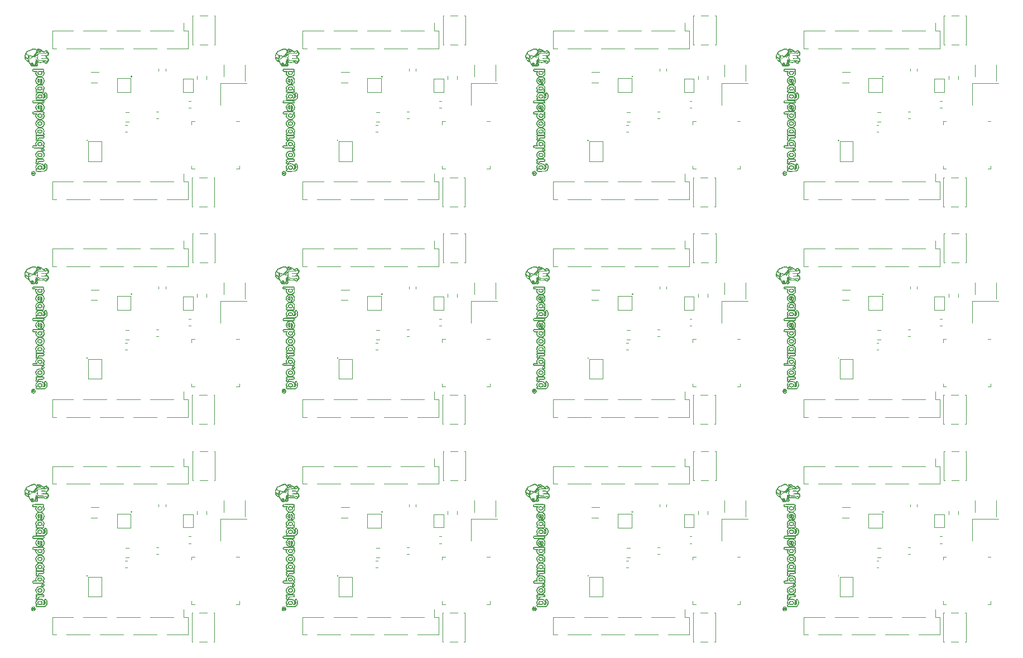
<source format=gbr>
G04 #@! TF.GenerationSoftware,KiCad,Pcbnew,5.1.5-52549c5~84~ubuntu19.04.1*
G04 #@! TF.CreationDate,2020-02-26T14:32:14-06:00*
G04 #@! TF.ProjectId,LeashPCB,4c656173-6850-4434-922e-6b696361645f,rev?*
G04 #@! TF.SameCoordinates,Original*
G04 #@! TF.FileFunction,Legend,Bot*
G04 #@! TF.FilePolarity,Positive*
%FSLAX46Y46*%
G04 Gerber Fmt 4.6, Leading zero omitted, Abs format (unit mm)*
G04 Created by KiCad (PCBNEW 5.1.5-52549c5~84~ubuntu19.04.1) date 2020-02-26 14:32:14*
%MOMM*%
%LPD*%
G04 APERTURE LIST*
%ADD10C,0.120000*%
%ADD11C,0.050000*%
%ADD12C,0.080000*%
%ADD13C,0.010000*%
G04 APERTURE END LIST*
D10*
X273695000Y-127158578D02*
X273695000Y-126641422D01*
X272275000Y-127158578D02*
X272275000Y-126641422D01*
X235695000Y-127158578D02*
X235695000Y-126641422D01*
X234275000Y-127158578D02*
X234275000Y-126641422D01*
X197695000Y-127158578D02*
X197695000Y-126641422D01*
X196275000Y-127158578D02*
X196275000Y-126641422D01*
X159695000Y-127158578D02*
X159695000Y-126641422D01*
X158275000Y-127158578D02*
X158275000Y-126641422D01*
X273695000Y-94158578D02*
X273695000Y-93641422D01*
X272275000Y-94158578D02*
X272275000Y-93641422D01*
X235695000Y-94158578D02*
X235695000Y-93641422D01*
X234275000Y-94158578D02*
X234275000Y-93641422D01*
X197695000Y-94158578D02*
X197695000Y-93641422D01*
X196275000Y-94158578D02*
X196275000Y-93641422D01*
X159695000Y-94158578D02*
X159695000Y-93641422D01*
X158275000Y-94158578D02*
X158275000Y-93641422D01*
X273695000Y-61158578D02*
X273695000Y-60641422D01*
X272275000Y-61158578D02*
X272275000Y-60641422D01*
X235695000Y-61158578D02*
X235695000Y-60641422D01*
X234275000Y-61158578D02*
X234275000Y-60641422D01*
X197695000Y-61158578D02*
X197695000Y-60641422D01*
X196275000Y-61158578D02*
X196275000Y-60641422D01*
X266087221Y-133135000D02*
X266412779Y-133135000D01*
X266087221Y-132115000D02*
X266412779Y-132115000D01*
X228087221Y-133135000D02*
X228412779Y-133135000D01*
X228087221Y-132115000D02*
X228412779Y-132115000D01*
X190087221Y-133135000D02*
X190412779Y-133135000D01*
X190087221Y-132115000D02*
X190412779Y-132115000D01*
X152087221Y-133135000D02*
X152412779Y-133135000D01*
X152087221Y-132115000D02*
X152412779Y-132115000D01*
X266087221Y-100135000D02*
X266412779Y-100135000D01*
X266087221Y-99115000D02*
X266412779Y-99115000D01*
X228087221Y-100135000D02*
X228412779Y-100135000D01*
X228087221Y-99115000D02*
X228412779Y-99115000D01*
X190087221Y-100135000D02*
X190412779Y-100135000D01*
X190087221Y-99115000D02*
X190412779Y-99115000D01*
X152087221Y-100135000D02*
X152412779Y-100135000D01*
X152087221Y-99115000D02*
X152412779Y-99115000D01*
X266087221Y-67135000D02*
X266412779Y-67135000D01*
X266087221Y-66115000D02*
X266412779Y-66115000D01*
X228087221Y-67135000D02*
X228412779Y-67135000D01*
X228087221Y-66115000D02*
X228412779Y-66115000D01*
X190087221Y-67135000D02*
X190412779Y-67135000D01*
X190087221Y-66115000D02*
X190412779Y-66115000D01*
D11*
X255775000Y-136580000D02*
X255775000Y-139580000D01*
X255775000Y-139580000D02*
X257775000Y-139580000D01*
X257775000Y-139580000D02*
X257775000Y-136580000D01*
X257775000Y-136580000D02*
X255775000Y-136580000D01*
X255645711Y-136430000D02*
G75*
G03X255645711Y-136430000I-70711J0D01*
G01*
X217775000Y-136580000D02*
X217775000Y-139580000D01*
X217775000Y-139580000D02*
X219775000Y-139580000D01*
X219775000Y-139580000D02*
X219775000Y-136580000D01*
X219775000Y-136580000D02*
X217775000Y-136580000D01*
X217645711Y-136430000D02*
G75*
G03X217645711Y-136430000I-70711J0D01*
G01*
X179775000Y-136580000D02*
X179775000Y-139580000D01*
X179775000Y-139580000D02*
X181775000Y-139580000D01*
X181775000Y-139580000D02*
X181775000Y-136580000D01*
X181775000Y-136580000D02*
X179775000Y-136580000D01*
X179645711Y-136430000D02*
G75*
G03X179645711Y-136430000I-70711J0D01*
G01*
X141775000Y-136580000D02*
X141775000Y-139580000D01*
X141775000Y-139580000D02*
X143775000Y-139580000D01*
X143775000Y-139580000D02*
X143775000Y-136580000D01*
X143775000Y-136580000D02*
X141775000Y-136580000D01*
X141645711Y-136430000D02*
G75*
G03X141645711Y-136430000I-70711J0D01*
G01*
X255775000Y-103580000D02*
X255775000Y-106580000D01*
X255775000Y-106580000D02*
X257775000Y-106580000D01*
X257775000Y-106580000D02*
X257775000Y-103580000D01*
X257775000Y-103580000D02*
X255775000Y-103580000D01*
X255645711Y-103430000D02*
G75*
G03X255645711Y-103430000I-70711J0D01*
G01*
X217775000Y-103580000D02*
X217775000Y-106580000D01*
X217775000Y-106580000D02*
X219775000Y-106580000D01*
X219775000Y-106580000D02*
X219775000Y-103580000D01*
X219775000Y-103580000D02*
X217775000Y-103580000D01*
X217645711Y-103430000D02*
G75*
G03X217645711Y-103430000I-70711J0D01*
G01*
X179775000Y-103580000D02*
X179775000Y-106580000D01*
X179775000Y-106580000D02*
X181775000Y-106580000D01*
X181775000Y-106580000D02*
X181775000Y-103580000D01*
X181775000Y-103580000D02*
X179775000Y-103580000D01*
X179645711Y-103430000D02*
G75*
G03X179645711Y-103430000I-70711J0D01*
G01*
X141775000Y-103580000D02*
X141775000Y-106580000D01*
X141775000Y-106580000D02*
X143775000Y-106580000D01*
X143775000Y-106580000D02*
X143775000Y-103580000D01*
X143775000Y-103580000D02*
X141775000Y-103580000D01*
X141645711Y-103430000D02*
G75*
G03X141645711Y-103430000I-70711J0D01*
G01*
X255775000Y-70580000D02*
X255775000Y-73580000D01*
X255775000Y-73580000D02*
X257775000Y-73580000D01*
X257775000Y-73580000D02*
X257775000Y-70580000D01*
X257775000Y-70580000D02*
X255775000Y-70580000D01*
X255645711Y-70430000D02*
G75*
G03X255645711Y-70430000I-70711J0D01*
G01*
X217775000Y-70580000D02*
X217775000Y-73580000D01*
X217775000Y-73580000D02*
X219775000Y-73580000D01*
X219775000Y-73580000D02*
X219775000Y-70580000D01*
X219775000Y-70580000D02*
X217775000Y-70580000D01*
X217645711Y-70430000D02*
G75*
G03X217645711Y-70430000I-70711J0D01*
G01*
X179775000Y-70580000D02*
X179775000Y-73580000D01*
X179775000Y-73580000D02*
X181775000Y-73580000D01*
X181775000Y-73580000D02*
X181775000Y-70580000D01*
X181775000Y-70580000D02*
X179775000Y-70580000D01*
X179645711Y-70430000D02*
G75*
G03X179645711Y-70430000I-70711J0D01*
G01*
D12*
X270135000Y-129100000D02*
X270135000Y-127100000D01*
X270135000Y-127100000D02*
X271635000Y-127100000D01*
X271635000Y-127100000D02*
X271635000Y-129100000D01*
X271635000Y-129100000D02*
X270135000Y-129100000D01*
X232135000Y-129100000D02*
X232135000Y-127100000D01*
X232135000Y-127100000D02*
X233635000Y-127100000D01*
X233635000Y-127100000D02*
X233635000Y-129100000D01*
X233635000Y-129100000D02*
X232135000Y-129100000D01*
X194135000Y-129100000D02*
X194135000Y-127100000D01*
X194135000Y-127100000D02*
X195635000Y-127100000D01*
X195635000Y-127100000D02*
X195635000Y-129100000D01*
X195635000Y-129100000D02*
X194135000Y-129100000D01*
X156135000Y-129100000D02*
X156135000Y-127100000D01*
X156135000Y-127100000D02*
X157635000Y-127100000D01*
X157635000Y-127100000D02*
X157635000Y-129100000D01*
X157635000Y-129100000D02*
X156135000Y-129100000D01*
X270135000Y-96100000D02*
X270135000Y-94100000D01*
X270135000Y-94100000D02*
X271635000Y-94100000D01*
X271635000Y-94100000D02*
X271635000Y-96100000D01*
X271635000Y-96100000D02*
X270135000Y-96100000D01*
X232135000Y-96100000D02*
X232135000Y-94100000D01*
X232135000Y-94100000D02*
X233635000Y-94100000D01*
X233635000Y-94100000D02*
X233635000Y-96100000D01*
X233635000Y-96100000D02*
X232135000Y-96100000D01*
X194135000Y-96100000D02*
X194135000Y-94100000D01*
X194135000Y-94100000D02*
X195635000Y-94100000D01*
X195635000Y-94100000D02*
X195635000Y-96100000D01*
X195635000Y-96100000D02*
X194135000Y-96100000D01*
X156135000Y-96100000D02*
X156135000Y-94100000D01*
X156135000Y-94100000D02*
X157635000Y-94100000D01*
X157635000Y-94100000D02*
X157635000Y-96100000D01*
X157635000Y-96100000D02*
X156135000Y-96100000D01*
X270135000Y-63100000D02*
X270135000Y-61100000D01*
X270135000Y-61100000D02*
X271635000Y-61100000D01*
X271635000Y-61100000D02*
X271635000Y-63100000D01*
X271635000Y-63100000D02*
X270135000Y-63100000D01*
X232135000Y-63100000D02*
X232135000Y-61100000D01*
X232135000Y-61100000D02*
X233635000Y-61100000D01*
X233635000Y-61100000D02*
X233635000Y-63100000D01*
X233635000Y-63100000D02*
X232135000Y-63100000D01*
X194135000Y-63100000D02*
X194135000Y-61100000D01*
X194135000Y-61100000D02*
X195635000Y-61100000D01*
X195635000Y-61100000D02*
X195635000Y-63100000D01*
X195635000Y-63100000D02*
X194135000Y-63100000D01*
D10*
X266450000Y-125597221D02*
X266450000Y-125922779D01*
X267470000Y-125597221D02*
X267470000Y-125922779D01*
X228450000Y-125597221D02*
X228450000Y-125922779D01*
X229470000Y-125597221D02*
X229470000Y-125922779D01*
X190450000Y-125597221D02*
X190450000Y-125922779D01*
X191470000Y-125597221D02*
X191470000Y-125922779D01*
X152450000Y-125597221D02*
X152450000Y-125922779D01*
X153470000Y-125597221D02*
X153470000Y-125922779D01*
X266450000Y-92597221D02*
X266450000Y-92922779D01*
X267470000Y-92597221D02*
X267470000Y-92922779D01*
X228450000Y-92597221D02*
X228450000Y-92922779D01*
X229470000Y-92597221D02*
X229470000Y-92922779D01*
X190450000Y-92597221D02*
X190450000Y-92922779D01*
X191470000Y-92597221D02*
X191470000Y-92922779D01*
X152450000Y-92597221D02*
X152450000Y-92922779D01*
X153470000Y-92597221D02*
X153470000Y-92922779D01*
X266450000Y-59597221D02*
X266450000Y-59922779D01*
X267470000Y-59597221D02*
X267470000Y-59922779D01*
X228450000Y-59597221D02*
X228450000Y-59922779D01*
X229470000Y-59597221D02*
X229470000Y-59922779D01*
X190450000Y-59597221D02*
X190450000Y-59922779D01*
X191470000Y-59597221D02*
X191470000Y-59922779D01*
X261662779Y-134140000D02*
X261337221Y-134140000D01*
X261662779Y-135160000D02*
X261337221Y-135160000D01*
X223662779Y-134140000D02*
X223337221Y-134140000D01*
X223662779Y-135160000D02*
X223337221Y-135160000D01*
X185662779Y-134140000D02*
X185337221Y-134140000D01*
X185662779Y-135160000D02*
X185337221Y-135160000D01*
X147662779Y-134140000D02*
X147337221Y-134140000D01*
X147662779Y-135160000D02*
X147337221Y-135160000D01*
X261662779Y-101140000D02*
X261337221Y-101140000D01*
X261662779Y-102160000D02*
X261337221Y-102160000D01*
X223662779Y-101140000D02*
X223337221Y-101140000D01*
X223662779Y-102160000D02*
X223337221Y-102160000D01*
X185662779Y-101140000D02*
X185337221Y-101140000D01*
X185662779Y-102160000D02*
X185337221Y-102160000D01*
X147662779Y-101140000D02*
X147337221Y-101140000D01*
X147662779Y-102160000D02*
X147337221Y-102160000D01*
X261662779Y-68140000D02*
X261337221Y-68140000D01*
X261662779Y-69160000D02*
X261337221Y-69160000D01*
X223662779Y-68140000D02*
X223337221Y-68140000D01*
X223662779Y-69160000D02*
X223337221Y-69160000D01*
X185662779Y-68140000D02*
X185337221Y-68140000D01*
X185662779Y-69160000D02*
X185337221Y-69160000D01*
X261421422Y-133610000D02*
X261938578Y-133610000D01*
X261421422Y-132190000D02*
X261938578Y-132190000D01*
X223421422Y-133610000D02*
X223938578Y-133610000D01*
X223421422Y-132190000D02*
X223938578Y-132190000D01*
X185421422Y-133610000D02*
X185938578Y-133610000D01*
X185421422Y-132190000D02*
X185938578Y-132190000D01*
X147421422Y-133610000D02*
X147938578Y-133610000D01*
X147421422Y-132190000D02*
X147938578Y-132190000D01*
X261421422Y-100610000D02*
X261938578Y-100610000D01*
X261421422Y-99190000D02*
X261938578Y-99190000D01*
X223421422Y-100610000D02*
X223938578Y-100610000D01*
X223421422Y-99190000D02*
X223938578Y-99190000D01*
X185421422Y-100610000D02*
X185938578Y-100610000D01*
X185421422Y-99190000D02*
X185938578Y-99190000D01*
X147421422Y-100610000D02*
X147938578Y-100610000D01*
X147421422Y-99190000D02*
X147938578Y-99190000D01*
X261421422Y-67610000D02*
X261938578Y-67610000D01*
X261421422Y-66190000D02*
X261938578Y-66190000D01*
X223421422Y-67610000D02*
X223938578Y-67610000D01*
X223421422Y-66190000D02*
X223938578Y-66190000D01*
X185421422Y-67610000D02*
X185938578Y-67610000D01*
X185421422Y-66190000D02*
X185938578Y-66190000D01*
X271915000Y-133540000D02*
X271440000Y-133540000D01*
X271440000Y-133540000D02*
X271440000Y-134015000D01*
X278185000Y-140760000D02*
X278660000Y-140760000D01*
X278660000Y-140760000D02*
X278660000Y-140285000D01*
X271915000Y-140760000D02*
X271440000Y-140760000D01*
X271440000Y-140760000D02*
X271440000Y-140285000D01*
X278185000Y-133540000D02*
X278660000Y-133540000D01*
X233915000Y-133540000D02*
X233440000Y-133540000D01*
X233440000Y-133540000D02*
X233440000Y-134015000D01*
X240185000Y-140760000D02*
X240660000Y-140760000D01*
X240660000Y-140760000D02*
X240660000Y-140285000D01*
X233915000Y-140760000D02*
X233440000Y-140760000D01*
X233440000Y-140760000D02*
X233440000Y-140285000D01*
X240185000Y-133540000D02*
X240660000Y-133540000D01*
X195915000Y-133540000D02*
X195440000Y-133540000D01*
X195440000Y-133540000D02*
X195440000Y-134015000D01*
X202185000Y-140760000D02*
X202660000Y-140760000D01*
X202660000Y-140760000D02*
X202660000Y-140285000D01*
X195915000Y-140760000D02*
X195440000Y-140760000D01*
X195440000Y-140760000D02*
X195440000Y-140285000D01*
X202185000Y-133540000D02*
X202660000Y-133540000D01*
X157915000Y-133540000D02*
X157440000Y-133540000D01*
X157440000Y-133540000D02*
X157440000Y-134015000D01*
X164185000Y-140760000D02*
X164660000Y-140760000D01*
X164660000Y-140760000D02*
X164660000Y-140285000D01*
X157915000Y-140760000D02*
X157440000Y-140760000D01*
X157440000Y-140760000D02*
X157440000Y-140285000D01*
X164185000Y-133540000D02*
X164660000Y-133540000D01*
X271915000Y-100540000D02*
X271440000Y-100540000D01*
X271440000Y-100540000D02*
X271440000Y-101015000D01*
X278185000Y-107760000D02*
X278660000Y-107760000D01*
X278660000Y-107760000D02*
X278660000Y-107285000D01*
X271915000Y-107760000D02*
X271440000Y-107760000D01*
X271440000Y-107760000D02*
X271440000Y-107285000D01*
X278185000Y-100540000D02*
X278660000Y-100540000D01*
X233915000Y-100540000D02*
X233440000Y-100540000D01*
X233440000Y-100540000D02*
X233440000Y-101015000D01*
X240185000Y-107760000D02*
X240660000Y-107760000D01*
X240660000Y-107760000D02*
X240660000Y-107285000D01*
X233915000Y-107760000D02*
X233440000Y-107760000D01*
X233440000Y-107760000D02*
X233440000Y-107285000D01*
X240185000Y-100540000D02*
X240660000Y-100540000D01*
X195915000Y-100540000D02*
X195440000Y-100540000D01*
X195440000Y-100540000D02*
X195440000Y-101015000D01*
X202185000Y-107760000D02*
X202660000Y-107760000D01*
X202660000Y-107760000D02*
X202660000Y-107285000D01*
X195915000Y-107760000D02*
X195440000Y-107760000D01*
X195440000Y-107760000D02*
X195440000Y-107285000D01*
X202185000Y-100540000D02*
X202660000Y-100540000D01*
X157915000Y-100540000D02*
X157440000Y-100540000D01*
X157440000Y-100540000D02*
X157440000Y-101015000D01*
X164185000Y-107760000D02*
X164660000Y-107760000D01*
X164660000Y-107760000D02*
X164660000Y-107285000D01*
X157915000Y-107760000D02*
X157440000Y-107760000D01*
X157440000Y-107760000D02*
X157440000Y-107285000D01*
X164185000Y-100540000D02*
X164660000Y-100540000D01*
X271915000Y-67540000D02*
X271440000Y-67540000D01*
X271440000Y-67540000D02*
X271440000Y-68015000D01*
X278185000Y-74760000D02*
X278660000Y-74760000D01*
X278660000Y-74760000D02*
X278660000Y-74285000D01*
X271915000Y-74760000D02*
X271440000Y-74760000D01*
X271440000Y-74760000D02*
X271440000Y-74285000D01*
X278185000Y-67540000D02*
X278660000Y-67540000D01*
X233915000Y-67540000D02*
X233440000Y-67540000D01*
X233440000Y-67540000D02*
X233440000Y-68015000D01*
X240185000Y-74760000D02*
X240660000Y-74760000D01*
X240660000Y-74760000D02*
X240660000Y-74285000D01*
X233915000Y-74760000D02*
X233440000Y-74760000D01*
X233440000Y-74760000D02*
X233440000Y-74285000D01*
X240185000Y-67540000D02*
X240660000Y-67540000D01*
X195915000Y-67540000D02*
X195440000Y-67540000D01*
X195440000Y-67540000D02*
X195440000Y-68015000D01*
X202185000Y-74760000D02*
X202660000Y-74760000D01*
X202660000Y-74760000D02*
X202660000Y-74285000D01*
X195915000Y-74760000D02*
X195440000Y-74760000D01*
X195440000Y-74760000D02*
X195440000Y-74285000D01*
X202185000Y-67540000D02*
X202660000Y-67540000D01*
X271555000Y-121950000D02*
X271555000Y-117550000D01*
X271555000Y-117550000D02*
X271675000Y-117550000D01*
X272685000Y-117550000D02*
X273825000Y-117550000D01*
X274835000Y-117550000D02*
X274955000Y-117550000D01*
X274955000Y-117550000D02*
X274955000Y-121950000D01*
X274955000Y-121950000D02*
X274835000Y-121950000D01*
X273825000Y-121950000D02*
X272685000Y-121950000D01*
X271675000Y-121950000D02*
X271555000Y-121950000D01*
X233555000Y-121950000D02*
X233555000Y-117550000D01*
X233555000Y-117550000D02*
X233675000Y-117550000D01*
X234685000Y-117550000D02*
X235825000Y-117550000D01*
X236835000Y-117550000D02*
X236955000Y-117550000D01*
X236955000Y-117550000D02*
X236955000Y-121950000D01*
X236955000Y-121950000D02*
X236835000Y-121950000D01*
X235825000Y-121950000D02*
X234685000Y-121950000D01*
X233675000Y-121950000D02*
X233555000Y-121950000D01*
X195555000Y-121950000D02*
X195555000Y-117550000D01*
X195555000Y-117550000D02*
X195675000Y-117550000D01*
X196685000Y-117550000D02*
X197825000Y-117550000D01*
X198835000Y-117550000D02*
X198955000Y-117550000D01*
X198955000Y-117550000D02*
X198955000Y-121950000D01*
X198955000Y-121950000D02*
X198835000Y-121950000D01*
X197825000Y-121950000D02*
X196685000Y-121950000D01*
X195675000Y-121950000D02*
X195555000Y-121950000D01*
X157555000Y-121950000D02*
X157555000Y-117550000D01*
X157555000Y-117550000D02*
X157675000Y-117550000D01*
X158685000Y-117550000D02*
X159825000Y-117550000D01*
X160835000Y-117550000D02*
X160955000Y-117550000D01*
X160955000Y-117550000D02*
X160955000Y-121950000D01*
X160955000Y-121950000D02*
X160835000Y-121950000D01*
X159825000Y-121950000D02*
X158685000Y-121950000D01*
X157675000Y-121950000D02*
X157555000Y-121950000D01*
X271555000Y-88950000D02*
X271555000Y-84550000D01*
X271555000Y-84550000D02*
X271675000Y-84550000D01*
X272685000Y-84550000D02*
X273825000Y-84550000D01*
X274835000Y-84550000D02*
X274955000Y-84550000D01*
X274955000Y-84550000D02*
X274955000Y-88950000D01*
X274955000Y-88950000D02*
X274835000Y-88950000D01*
X273825000Y-88950000D02*
X272685000Y-88950000D01*
X271675000Y-88950000D02*
X271555000Y-88950000D01*
X233555000Y-88950000D02*
X233555000Y-84550000D01*
X233555000Y-84550000D02*
X233675000Y-84550000D01*
X234685000Y-84550000D02*
X235825000Y-84550000D01*
X236835000Y-84550000D02*
X236955000Y-84550000D01*
X236955000Y-84550000D02*
X236955000Y-88950000D01*
X236955000Y-88950000D02*
X236835000Y-88950000D01*
X235825000Y-88950000D02*
X234685000Y-88950000D01*
X233675000Y-88950000D02*
X233555000Y-88950000D01*
X195555000Y-88950000D02*
X195555000Y-84550000D01*
X195555000Y-84550000D02*
X195675000Y-84550000D01*
X196685000Y-84550000D02*
X197825000Y-84550000D01*
X198835000Y-84550000D02*
X198955000Y-84550000D01*
X198955000Y-84550000D02*
X198955000Y-88950000D01*
X198955000Y-88950000D02*
X198835000Y-88950000D01*
X197825000Y-88950000D02*
X196685000Y-88950000D01*
X195675000Y-88950000D02*
X195555000Y-88950000D01*
X157555000Y-88950000D02*
X157555000Y-84550000D01*
X157555000Y-84550000D02*
X157675000Y-84550000D01*
X158685000Y-84550000D02*
X159825000Y-84550000D01*
X160835000Y-84550000D02*
X160955000Y-84550000D01*
X160955000Y-84550000D02*
X160955000Y-88950000D01*
X160955000Y-88950000D02*
X160835000Y-88950000D01*
X159825000Y-88950000D02*
X158685000Y-88950000D01*
X157675000Y-88950000D02*
X157555000Y-88950000D01*
X271555000Y-55950000D02*
X271555000Y-51550000D01*
X271555000Y-51550000D02*
X271675000Y-51550000D01*
X272685000Y-51550000D02*
X273825000Y-51550000D01*
X274835000Y-51550000D02*
X274955000Y-51550000D01*
X274955000Y-51550000D02*
X274955000Y-55950000D01*
X274955000Y-55950000D02*
X274835000Y-55950000D01*
X273825000Y-55950000D02*
X272685000Y-55950000D01*
X271675000Y-55950000D02*
X271555000Y-55950000D01*
X233555000Y-55950000D02*
X233555000Y-51550000D01*
X233555000Y-51550000D02*
X233675000Y-51550000D01*
X234685000Y-51550000D02*
X235825000Y-51550000D01*
X236835000Y-51550000D02*
X236955000Y-51550000D01*
X236955000Y-51550000D02*
X236955000Y-55950000D01*
X236955000Y-55950000D02*
X236835000Y-55950000D01*
X235825000Y-55950000D02*
X234685000Y-55950000D01*
X233675000Y-55950000D02*
X233555000Y-55950000D01*
X195555000Y-55950000D02*
X195555000Y-51550000D01*
X195555000Y-51550000D02*
X195675000Y-51550000D01*
X196685000Y-51550000D02*
X197825000Y-51550000D01*
X198835000Y-51550000D02*
X198955000Y-51550000D01*
X198955000Y-51550000D02*
X198955000Y-55950000D01*
X198955000Y-55950000D02*
X198835000Y-55950000D01*
X197825000Y-55950000D02*
X196685000Y-55950000D01*
X195675000Y-55950000D02*
X195555000Y-55950000D01*
X274880000Y-142050000D02*
X274880000Y-146450000D01*
X274880000Y-146450000D02*
X274760000Y-146450000D01*
X273750000Y-146450000D02*
X272610000Y-146450000D01*
X271600000Y-146450000D02*
X271480000Y-146450000D01*
X271480000Y-146450000D02*
X271480000Y-142050000D01*
X271480000Y-142050000D02*
X271600000Y-142050000D01*
X272610000Y-142050000D02*
X273750000Y-142050000D01*
X274760000Y-142050000D02*
X274880000Y-142050000D01*
X236880000Y-142050000D02*
X236880000Y-146450000D01*
X236880000Y-146450000D02*
X236760000Y-146450000D01*
X235750000Y-146450000D02*
X234610000Y-146450000D01*
X233600000Y-146450000D02*
X233480000Y-146450000D01*
X233480000Y-146450000D02*
X233480000Y-142050000D01*
X233480000Y-142050000D02*
X233600000Y-142050000D01*
X234610000Y-142050000D02*
X235750000Y-142050000D01*
X236760000Y-142050000D02*
X236880000Y-142050000D01*
X198880000Y-142050000D02*
X198880000Y-146450000D01*
X198880000Y-146450000D02*
X198760000Y-146450000D01*
X197750000Y-146450000D02*
X196610000Y-146450000D01*
X195600000Y-146450000D02*
X195480000Y-146450000D01*
X195480000Y-146450000D02*
X195480000Y-142050000D01*
X195480000Y-142050000D02*
X195600000Y-142050000D01*
X196610000Y-142050000D02*
X197750000Y-142050000D01*
X198760000Y-142050000D02*
X198880000Y-142050000D01*
X160880000Y-142050000D02*
X160880000Y-146450000D01*
X160880000Y-146450000D02*
X160760000Y-146450000D01*
X159750000Y-146450000D02*
X158610000Y-146450000D01*
X157600000Y-146450000D02*
X157480000Y-146450000D01*
X157480000Y-146450000D02*
X157480000Y-142050000D01*
X157480000Y-142050000D02*
X157600000Y-142050000D01*
X158610000Y-142050000D02*
X159750000Y-142050000D01*
X160760000Y-142050000D02*
X160880000Y-142050000D01*
X274880000Y-109050000D02*
X274880000Y-113450000D01*
X274880000Y-113450000D02*
X274760000Y-113450000D01*
X273750000Y-113450000D02*
X272610000Y-113450000D01*
X271600000Y-113450000D02*
X271480000Y-113450000D01*
X271480000Y-113450000D02*
X271480000Y-109050000D01*
X271480000Y-109050000D02*
X271600000Y-109050000D01*
X272610000Y-109050000D02*
X273750000Y-109050000D01*
X274760000Y-109050000D02*
X274880000Y-109050000D01*
X236880000Y-109050000D02*
X236880000Y-113450000D01*
X236880000Y-113450000D02*
X236760000Y-113450000D01*
X235750000Y-113450000D02*
X234610000Y-113450000D01*
X233600000Y-113450000D02*
X233480000Y-113450000D01*
X233480000Y-113450000D02*
X233480000Y-109050000D01*
X233480000Y-109050000D02*
X233600000Y-109050000D01*
X234610000Y-109050000D02*
X235750000Y-109050000D01*
X236760000Y-109050000D02*
X236880000Y-109050000D01*
X198880000Y-109050000D02*
X198880000Y-113450000D01*
X198880000Y-113450000D02*
X198760000Y-113450000D01*
X197750000Y-113450000D02*
X196610000Y-113450000D01*
X195600000Y-113450000D02*
X195480000Y-113450000D01*
X195480000Y-113450000D02*
X195480000Y-109050000D01*
X195480000Y-109050000D02*
X195600000Y-109050000D01*
X196610000Y-109050000D02*
X197750000Y-109050000D01*
X198760000Y-109050000D02*
X198880000Y-109050000D01*
X160880000Y-109050000D02*
X160880000Y-113450000D01*
X160880000Y-113450000D02*
X160760000Y-113450000D01*
X159750000Y-113450000D02*
X158610000Y-113450000D01*
X157600000Y-113450000D02*
X157480000Y-113450000D01*
X157480000Y-113450000D02*
X157480000Y-109050000D01*
X157480000Y-109050000D02*
X157600000Y-109050000D01*
X158610000Y-109050000D02*
X159750000Y-109050000D01*
X160760000Y-109050000D02*
X160880000Y-109050000D01*
X274880000Y-76050000D02*
X274880000Y-80450000D01*
X274880000Y-80450000D02*
X274760000Y-80450000D01*
X273750000Y-80450000D02*
X272610000Y-80450000D01*
X271600000Y-80450000D02*
X271480000Y-80450000D01*
X271480000Y-80450000D02*
X271480000Y-76050000D01*
X271480000Y-76050000D02*
X271600000Y-76050000D01*
X272610000Y-76050000D02*
X273750000Y-76050000D01*
X274760000Y-76050000D02*
X274880000Y-76050000D01*
X236880000Y-76050000D02*
X236880000Y-80450000D01*
X236880000Y-80450000D02*
X236760000Y-80450000D01*
X235750000Y-80450000D02*
X234610000Y-80450000D01*
X233600000Y-80450000D02*
X233480000Y-80450000D01*
X233480000Y-80450000D02*
X233480000Y-76050000D01*
X233480000Y-76050000D02*
X233600000Y-76050000D01*
X234610000Y-76050000D02*
X235750000Y-76050000D01*
X236760000Y-76050000D02*
X236880000Y-76050000D01*
X198880000Y-76050000D02*
X198880000Y-80450000D01*
X198880000Y-80450000D02*
X198760000Y-80450000D01*
X197750000Y-80450000D02*
X196610000Y-80450000D01*
X195600000Y-80450000D02*
X195480000Y-80450000D01*
X195480000Y-80450000D02*
X195480000Y-76050000D01*
X195480000Y-76050000D02*
X195600000Y-76050000D01*
X196610000Y-76050000D02*
X197750000Y-76050000D01*
X198760000Y-76050000D02*
X198880000Y-76050000D01*
X279515000Y-124975000D02*
X279515000Y-127425000D01*
X276295000Y-126775000D02*
X276295000Y-124975000D01*
X241515000Y-124975000D02*
X241515000Y-127425000D01*
X238295000Y-126775000D02*
X238295000Y-124975000D01*
X203515000Y-124975000D02*
X203515000Y-127425000D01*
X200295000Y-126775000D02*
X200295000Y-124975000D01*
X165515000Y-124975000D02*
X165515000Y-127425000D01*
X162295000Y-126775000D02*
X162295000Y-124975000D01*
X279515000Y-91975000D02*
X279515000Y-94425000D01*
X276295000Y-93775000D02*
X276295000Y-91975000D01*
X241515000Y-91975000D02*
X241515000Y-94425000D01*
X238295000Y-93775000D02*
X238295000Y-91975000D01*
X203515000Y-91975000D02*
X203515000Y-94425000D01*
X200295000Y-93775000D02*
X200295000Y-91975000D01*
X165515000Y-91975000D02*
X165515000Y-94425000D01*
X162295000Y-93775000D02*
X162295000Y-91975000D01*
X279515000Y-58975000D02*
X279515000Y-61425000D01*
X276295000Y-60775000D02*
X276295000Y-58975000D01*
X241515000Y-58975000D02*
X241515000Y-61425000D01*
X238295000Y-60775000D02*
X238295000Y-58975000D01*
X203515000Y-58975000D02*
X203515000Y-61425000D01*
X200295000Y-60775000D02*
X200295000Y-58975000D01*
X270977221Y-131490000D02*
X271302779Y-131490000D01*
X270977221Y-130470000D02*
X271302779Y-130470000D01*
X232977221Y-131490000D02*
X233302779Y-131490000D01*
X232977221Y-130470000D02*
X233302779Y-130470000D01*
X194977221Y-131490000D02*
X195302779Y-131490000D01*
X194977221Y-130470000D02*
X195302779Y-130470000D01*
X156977221Y-131490000D02*
X157302779Y-131490000D01*
X156977221Y-130470000D02*
X157302779Y-130470000D01*
X270977221Y-98490000D02*
X271302779Y-98490000D01*
X270977221Y-97470000D02*
X271302779Y-97470000D01*
X232977221Y-98490000D02*
X233302779Y-98490000D01*
X232977221Y-97470000D02*
X233302779Y-97470000D01*
X194977221Y-98490000D02*
X195302779Y-98490000D01*
X194977221Y-97470000D02*
X195302779Y-97470000D01*
X156977221Y-98490000D02*
X157302779Y-98490000D01*
X156977221Y-97470000D02*
X157302779Y-97470000D01*
X270977221Y-65490000D02*
X271302779Y-65490000D01*
X270977221Y-64470000D02*
X271302779Y-64470000D01*
X232977221Y-65490000D02*
X233302779Y-65490000D01*
X232977221Y-64470000D02*
X233302779Y-64470000D01*
X194977221Y-65490000D02*
X195302779Y-65490000D01*
X194977221Y-64470000D02*
X195302779Y-64470000D01*
X275820000Y-131090000D02*
X275820000Y-127790000D01*
X275820000Y-127790000D02*
X279820000Y-127790000D01*
X237820000Y-131090000D02*
X237820000Y-127790000D01*
X237820000Y-127790000D02*
X241820000Y-127790000D01*
X199820000Y-131090000D02*
X199820000Y-127790000D01*
X199820000Y-127790000D02*
X203820000Y-127790000D01*
X161820000Y-131090000D02*
X161820000Y-127790000D01*
X161820000Y-127790000D02*
X165820000Y-127790000D01*
X275820000Y-98090000D02*
X275820000Y-94790000D01*
X275820000Y-94790000D02*
X279820000Y-94790000D01*
X237820000Y-98090000D02*
X237820000Y-94790000D01*
X237820000Y-94790000D02*
X241820000Y-94790000D01*
X199820000Y-98090000D02*
X199820000Y-94790000D01*
X199820000Y-94790000D02*
X203820000Y-94790000D01*
X161820000Y-98090000D02*
X161820000Y-94790000D01*
X161820000Y-94790000D02*
X165820000Y-94790000D01*
X275820000Y-65090000D02*
X275820000Y-61790000D01*
X275820000Y-61790000D02*
X279820000Y-61790000D01*
X237820000Y-65090000D02*
X237820000Y-61790000D01*
X237820000Y-61790000D02*
X241820000Y-61790000D01*
X199820000Y-65090000D02*
X199820000Y-61790000D01*
X199820000Y-61790000D02*
X203820000Y-61790000D01*
X256130000Y-127650000D02*
X257130000Y-127650000D01*
X256130000Y-126050000D02*
X257330000Y-126050000D01*
X218130000Y-127650000D02*
X219130000Y-127650000D01*
X218130000Y-126050000D02*
X219330000Y-126050000D01*
X180130000Y-127650000D02*
X181130000Y-127650000D01*
X180130000Y-126050000D02*
X181330000Y-126050000D01*
X142130000Y-127650000D02*
X143130000Y-127650000D01*
X142130000Y-126050000D02*
X143330000Y-126050000D01*
X256130000Y-94650000D02*
X257130000Y-94650000D01*
X256130000Y-93050000D02*
X257330000Y-93050000D01*
X218130000Y-94650000D02*
X219130000Y-94650000D01*
X218130000Y-93050000D02*
X219330000Y-93050000D01*
X180130000Y-94650000D02*
X181130000Y-94650000D01*
X180130000Y-93050000D02*
X181330000Y-93050000D01*
X142130000Y-94650000D02*
X143130000Y-94650000D01*
X142130000Y-93050000D02*
X143330000Y-93050000D01*
X256130000Y-61650000D02*
X257130000Y-61650000D01*
X256130000Y-60050000D02*
X257330000Y-60050000D01*
X218130000Y-61650000D02*
X219130000Y-61650000D01*
X218130000Y-60050000D02*
X219330000Y-60050000D01*
X180130000Y-61650000D02*
X181130000Y-61650000D01*
X180130000Y-60050000D02*
X181330000Y-60050000D01*
X262210000Y-127040000D02*
X262210000Y-129140000D01*
X262210000Y-129140000D02*
X260110000Y-129140000D01*
X260110000Y-129140000D02*
X260110000Y-127040000D01*
X260110000Y-127040000D02*
X262210000Y-127040000D01*
X262210000Y-127040000D02*
X262210000Y-127050000D01*
X262400000Y-126750000D02*
G75*
G03X262400000Y-126750000I-100000J0D01*
G01*
X224210000Y-127040000D02*
X224210000Y-129140000D01*
X224210000Y-129140000D02*
X222110000Y-129140000D01*
X222110000Y-129140000D02*
X222110000Y-127040000D01*
X222110000Y-127040000D02*
X224210000Y-127040000D01*
X224210000Y-127040000D02*
X224210000Y-127050000D01*
X224400000Y-126750000D02*
G75*
G03X224400000Y-126750000I-100000J0D01*
G01*
X186210000Y-127040000D02*
X186210000Y-129140000D01*
X186210000Y-129140000D02*
X184110000Y-129140000D01*
X184110000Y-129140000D02*
X184110000Y-127040000D01*
X184110000Y-127040000D02*
X186210000Y-127040000D01*
X186210000Y-127040000D02*
X186210000Y-127050000D01*
X186400000Y-126750000D02*
G75*
G03X186400000Y-126750000I-100000J0D01*
G01*
X148210000Y-127040000D02*
X148210000Y-129140000D01*
X148210000Y-129140000D02*
X146110000Y-129140000D01*
X146110000Y-129140000D02*
X146110000Y-127040000D01*
X146110000Y-127040000D02*
X148210000Y-127040000D01*
X148210000Y-127040000D02*
X148210000Y-127050000D01*
X148400000Y-126750000D02*
G75*
G03X148400000Y-126750000I-100000J0D01*
G01*
X262210000Y-94040000D02*
X262210000Y-96140000D01*
X262210000Y-96140000D02*
X260110000Y-96140000D01*
X260110000Y-96140000D02*
X260110000Y-94040000D01*
X260110000Y-94040000D02*
X262210000Y-94040000D01*
X262210000Y-94040000D02*
X262210000Y-94050000D01*
X262400000Y-93750000D02*
G75*
G03X262400000Y-93750000I-100000J0D01*
G01*
X224210000Y-94040000D02*
X224210000Y-96140000D01*
X224210000Y-96140000D02*
X222110000Y-96140000D01*
X222110000Y-96140000D02*
X222110000Y-94040000D01*
X222110000Y-94040000D02*
X224210000Y-94040000D01*
X224210000Y-94040000D02*
X224210000Y-94050000D01*
X224400000Y-93750000D02*
G75*
G03X224400000Y-93750000I-100000J0D01*
G01*
X186210000Y-94040000D02*
X186210000Y-96140000D01*
X186210000Y-96140000D02*
X184110000Y-96140000D01*
X184110000Y-96140000D02*
X184110000Y-94040000D01*
X184110000Y-94040000D02*
X186210000Y-94040000D01*
X186210000Y-94040000D02*
X186210000Y-94050000D01*
X186400000Y-93750000D02*
G75*
G03X186400000Y-93750000I-100000J0D01*
G01*
X148210000Y-94040000D02*
X148210000Y-96140000D01*
X148210000Y-96140000D02*
X146110000Y-96140000D01*
X146110000Y-96140000D02*
X146110000Y-94040000D01*
X146110000Y-94040000D02*
X148210000Y-94040000D01*
X148210000Y-94040000D02*
X148210000Y-94050000D01*
X148400000Y-93750000D02*
G75*
G03X148400000Y-93750000I-100000J0D01*
G01*
X262210000Y-61040000D02*
X262210000Y-63140000D01*
X262210000Y-63140000D02*
X260110000Y-63140000D01*
X260110000Y-63140000D02*
X260110000Y-61040000D01*
X260110000Y-61040000D02*
X262210000Y-61040000D01*
X262210000Y-61040000D02*
X262210000Y-61050000D01*
X262400000Y-60750000D02*
G75*
G03X262400000Y-60750000I-100000J0D01*
G01*
X224210000Y-61040000D02*
X224210000Y-63140000D01*
X224210000Y-63140000D02*
X222110000Y-63140000D01*
X222110000Y-63140000D02*
X222110000Y-61040000D01*
X222110000Y-61040000D02*
X224210000Y-61040000D01*
X224210000Y-61040000D02*
X224210000Y-61050000D01*
X224400000Y-60750000D02*
G75*
G03X224400000Y-60750000I-100000J0D01*
G01*
X186210000Y-61040000D02*
X186210000Y-63140000D01*
X186210000Y-63140000D02*
X184110000Y-63140000D01*
X184110000Y-63140000D02*
X184110000Y-61040000D01*
X184110000Y-61040000D02*
X186210000Y-61040000D01*
X186210000Y-61040000D02*
X186210000Y-61050000D01*
X186400000Y-60750000D02*
G75*
G03X186400000Y-60750000I-100000J0D01*
G01*
X270250000Y-119840000D02*
X270250000Y-118630000D01*
X250950000Y-122500000D02*
X250280000Y-122500000D01*
X256030000Y-122500000D02*
X252470000Y-122500000D01*
X261110000Y-122500000D02*
X257550000Y-122500000D01*
X266190000Y-122500000D02*
X262630000Y-122500000D01*
X270920000Y-122500000D02*
X267710000Y-122500000D01*
X250280000Y-122500000D02*
X250280000Y-119840000D01*
X253490000Y-119840000D02*
X250280000Y-119840000D01*
X258570000Y-119840000D02*
X255010000Y-119840000D01*
X263650000Y-119840000D02*
X260090000Y-119840000D01*
X268730000Y-119840000D02*
X265170000Y-119840000D01*
X270920000Y-119840000D02*
X270250000Y-119840000D01*
X270920000Y-122500000D02*
X270920000Y-119840000D01*
X263650000Y-142700000D02*
X260090000Y-142700000D01*
X250280000Y-145360000D02*
X250280000Y-142700000D01*
X261110000Y-145360000D02*
X257550000Y-145360000D01*
X270920000Y-145360000D02*
X267710000Y-145360000D01*
X258570000Y-142700000D02*
X255010000Y-142700000D01*
X253490000Y-142700000D02*
X250280000Y-142700000D01*
X270920000Y-145360000D02*
X270920000Y-142700000D01*
X266190000Y-145360000D02*
X262630000Y-145360000D01*
X256030000Y-145360000D02*
X252470000Y-145360000D01*
X270250000Y-142700000D02*
X270250000Y-141490000D01*
X250950000Y-145360000D02*
X250280000Y-145360000D01*
X270920000Y-142700000D02*
X270250000Y-142700000D01*
X268730000Y-142700000D02*
X265170000Y-142700000D01*
X232250000Y-119840000D02*
X232250000Y-118630000D01*
X212950000Y-122500000D02*
X212280000Y-122500000D01*
X218030000Y-122500000D02*
X214470000Y-122500000D01*
X223110000Y-122500000D02*
X219550000Y-122500000D01*
X228190000Y-122500000D02*
X224630000Y-122500000D01*
X232920000Y-122500000D02*
X229710000Y-122500000D01*
X212280000Y-122500000D02*
X212280000Y-119840000D01*
X215490000Y-119840000D02*
X212280000Y-119840000D01*
X220570000Y-119840000D02*
X217010000Y-119840000D01*
X225650000Y-119840000D02*
X222090000Y-119840000D01*
X230730000Y-119840000D02*
X227170000Y-119840000D01*
X232920000Y-119840000D02*
X232250000Y-119840000D01*
X232920000Y-122500000D02*
X232920000Y-119840000D01*
X225650000Y-142700000D02*
X222090000Y-142700000D01*
X212280000Y-145360000D02*
X212280000Y-142700000D01*
X223110000Y-145360000D02*
X219550000Y-145360000D01*
X232920000Y-145360000D02*
X229710000Y-145360000D01*
X220570000Y-142700000D02*
X217010000Y-142700000D01*
X215490000Y-142700000D02*
X212280000Y-142700000D01*
X232920000Y-145360000D02*
X232920000Y-142700000D01*
X228190000Y-145360000D02*
X224630000Y-145360000D01*
X218030000Y-145360000D02*
X214470000Y-145360000D01*
X232250000Y-142700000D02*
X232250000Y-141490000D01*
X212950000Y-145360000D02*
X212280000Y-145360000D01*
X232920000Y-142700000D02*
X232250000Y-142700000D01*
X230730000Y-142700000D02*
X227170000Y-142700000D01*
X194250000Y-119840000D02*
X194250000Y-118630000D01*
X174950000Y-122500000D02*
X174280000Y-122500000D01*
X180030000Y-122500000D02*
X176470000Y-122500000D01*
X185110000Y-122500000D02*
X181550000Y-122500000D01*
X190190000Y-122500000D02*
X186630000Y-122500000D01*
X194920000Y-122500000D02*
X191710000Y-122500000D01*
X174280000Y-122500000D02*
X174280000Y-119840000D01*
X177490000Y-119840000D02*
X174280000Y-119840000D01*
X182570000Y-119840000D02*
X179010000Y-119840000D01*
X187650000Y-119840000D02*
X184090000Y-119840000D01*
X192730000Y-119840000D02*
X189170000Y-119840000D01*
X194920000Y-119840000D02*
X194250000Y-119840000D01*
X194920000Y-122500000D02*
X194920000Y-119840000D01*
X187650000Y-142700000D02*
X184090000Y-142700000D01*
X174280000Y-145360000D02*
X174280000Y-142700000D01*
X185110000Y-145360000D02*
X181550000Y-145360000D01*
X194920000Y-145360000D02*
X191710000Y-145360000D01*
X182570000Y-142700000D02*
X179010000Y-142700000D01*
X177490000Y-142700000D02*
X174280000Y-142700000D01*
X194920000Y-145360000D02*
X194920000Y-142700000D01*
X190190000Y-145360000D02*
X186630000Y-145360000D01*
X180030000Y-145360000D02*
X176470000Y-145360000D01*
X194250000Y-142700000D02*
X194250000Y-141490000D01*
X174950000Y-145360000D02*
X174280000Y-145360000D01*
X194920000Y-142700000D02*
X194250000Y-142700000D01*
X192730000Y-142700000D02*
X189170000Y-142700000D01*
X156250000Y-119840000D02*
X156250000Y-118630000D01*
X136950000Y-122500000D02*
X136280000Y-122500000D01*
X142030000Y-122500000D02*
X138470000Y-122500000D01*
X147110000Y-122500000D02*
X143550000Y-122500000D01*
X152190000Y-122500000D02*
X148630000Y-122500000D01*
X156920000Y-122500000D02*
X153710000Y-122500000D01*
X136280000Y-122500000D02*
X136280000Y-119840000D01*
X139490000Y-119840000D02*
X136280000Y-119840000D01*
X144570000Y-119840000D02*
X141010000Y-119840000D01*
X149650000Y-119840000D02*
X146090000Y-119840000D01*
X154730000Y-119840000D02*
X151170000Y-119840000D01*
X156920000Y-119840000D02*
X156250000Y-119840000D01*
X156920000Y-122500000D02*
X156920000Y-119840000D01*
X149650000Y-142700000D02*
X146090000Y-142700000D01*
X136280000Y-145360000D02*
X136280000Y-142700000D01*
X147110000Y-145360000D02*
X143550000Y-145360000D01*
X156920000Y-145360000D02*
X153710000Y-145360000D01*
X144570000Y-142700000D02*
X141010000Y-142700000D01*
X139490000Y-142700000D02*
X136280000Y-142700000D01*
X156920000Y-145360000D02*
X156920000Y-142700000D01*
X152190000Y-145360000D02*
X148630000Y-145360000D01*
X142030000Y-145360000D02*
X138470000Y-145360000D01*
X156250000Y-142700000D02*
X156250000Y-141490000D01*
X136950000Y-145360000D02*
X136280000Y-145360000D01*
X156920000Y-142700000D02*
X156250000Y-142700000D01*
X154730000Y-142700000D02*
X151170000Y-142700000D01*
X270250000Y-86840000D02*
X270250000Y-85630000D01*
X250950000Y-89500000D02*
X250280000Y-89500000D01*
X256030000Y-89500000D02*
X252470000Y-89500000D01*
X261110000Y-89500000D02*
X257550000Y-89500000D01*
X266190000Y-89500000D02*
X262630000Y-89500000D01*
X270920000Y-89500000D02*
X267710000Y-89500000D01*
X250280000Y-89500000D02*
X250280000Y-86840000D01*
X253490000Y-86840000D02*
X250280000Y-86840000D01*
X258570000Y-86840000D02*
X255010000Y-86840000D01*
X263650000Y-86840000D02*
X260090000Y-86840000D01*
X268730000Y-86840000D02*
X265170000Y-86840000D01*
X270920000Y-86840000D02*
X270250000Y-86840000D01*
X270920000Y-89500000D02*
X270920000Y-86840000D01*
X263650000Y-109700000D02*
X260090000Y-109700000D01*
X250280000Y-112360000D02*
X250280000Y-109700000D01*
X261110000Y-112360000D02*
X257550000Y-112360000D01*
X270920000Y-112360000D02*
X267710000Y-112360000D01*
X258570000Y-109700000D02*
X255010000Y-109700000D01*
X253490000Y-109700000D02*
X250280000Y-109700000D01*
X270920000Y-112360000D02*
X270920000Y-109700000D01*
X266190000Y-112360000D02*
X262630000Y-112360000D01*
X256030000Y-112360000D02*
X252470000Y-112360000D01*
X270250000Y-109700000D02*
X270250000Y-108490000D01*
X250950000Y-112360000D02*
X250280000Y-112360000D01*
X270920000Y-109700000D02*
X270250000Y-109700000D01*
X268730000Y-109700000D02*
X265170000Y-109700000D01*
X232250000Y-86840000D02*
X232250000Y-85630000D01*
X212950000Y-89500000D02*
X212280000Y-89500000D01*
X218030000Y-89500000D02*
X214470000Y-89500000D01*
X223110000Y-89500000D02*
X219550000Y-89500000D01*
X228190000Y-89500000D02*
X224630000Y-89500000D01*
X232920000Y-89500000D02*
X229710000Y-89500000D01*
X212280000Y-89500000D02*
X212280000Y-86840000D01*
X215490000Y-86840000D02*
X212280000Y-86840000D01*
X220570000Y-86840000D02*
X217010000Y-86840000D01*
X225650000Y-86840000D02*
X222090000Y-86840000D01*
X230730000Y-86840000D02*
X227170000Y-86840000D01*
X232920000Y-86840000D02*
X232250000Y-86840000D01*
X232920000Y-89500000D02*
X232920000Y-86840000D01*
X225650000Y-109700000D02*
X222090000Y-109700000D01*
X212280000Y-112360000D02*
X212280000Y-109700000D01*
X223110000Y-112360000D02*
X219550000Y-112360000D01*
X232920000Y-112360000D02*
X229710000Y-112360000D01*
X220570000Y-109700000D02*
X217010000Y-109700000D01*
X215490000Y-109700000D02*
X212280000Y-109700000D01*
X232920000Y-112360000D02*
X232920000Y-109700000D01*
X228190000Y-112360000D02*
X224630000Y-112360000D01*
X218030000Y-112360000D02*
X214470000Y-112360000D01*
X232250000Y-109700000D02*
X232250000Y-108490000D01*
X212950000Y-112360000D02*
X212280000Y-112360000D01*
X232920000Y-109700000D02*
X232250000Y-109700000D01*
X230730000Y-109700000D02*
X227170000Y-109700000D01*
X194250000Y-86840000D02*
X194250000Y-85630000D01*
X174950000Y-89500000D02*
X174280000Y-89500000D01*
X180030000Y-89500000D02*
X176470000Y-89500000D01*
X185110000Y-89500000D02*
X181550000Y-89500000D01*
X190190000Y-89500000D02*
X186630000Y-89500000D01*
X194920000Y-89500000D02*
X191710000Y-89500000D01*
X174280000Y-89500000D02*
X174280000Y-86840000D01*
X177490000Y-86840000D02*
X174280000Y-86840000D01*
X182570000Y-86840000D02*
X179010000Y-86840000D01*
X187650000Y-86840000D02*
X184090000Y-86840000D01*
X192730000Y-86840000D02*
X189170000Y-86840000D01*
X194920000Y-86840000D02*
X194250000Y-86840000D01*
X194920000Y-89500000D02*
X194920000Y-86840000D01*
X187650000Y-109700000D02*
X184090000Y-109700000D01*
X174280000Y-112360000D02*
X174280000Y-109700000D01*
X185110000Y-112360000D02*
X181550000Y-112360000D01*
X194920000Y-112360000D02*
X191710000Y-112360000D01*
X182570000Y-109700000D02*
X179010000Y-109700000D01*
X177490000Y-109700000D02*
X174280000Y-109700000D01*
X194920000Y-112360000D02*
X194920000Y-109700000D01*
X190190000Y-112360000D02*
X186630000Y-112360000D01*
X180030000Y-112360000D02*
X176470000Y-112360000D01*
X194250000Y-109700000D02*
X194250000Y-108490000D01*
X174950000Y-112360000D02*
X174280000Y-112360000D01*
X194920000Y-109700000D02*
X194250000Y-109700000D01*
X192730000Y-109700000D02*
X189170000Y-109700000D01*
X156250000Y-86840000D02*
X156250000Y-85630000D01*
X136950000Y-89500000D02*
X136280000Y-89500000D01*
X142030000Y-89500000D02*
X138470000Y-89500000D01*
X147110000Y-89500000D02*
X143550000Y-89500000D01*
X152190000Y-89500000D02*
X148630000Y-89500000D01*
X156920000Y-89500000D02*
X153710000Y-89500000D01*
X136280000Y-89500000D02*
X136280000Y-86840000D01*
X139490000Y-86840000D02*
X136280000Y-86840000D01*
X144570000Y-86840000D02*
X141010000Y-86840000D01*
X149650000Y-86840000D02*
X146090000Y-86840000D01*
X154730000Y-86840000D02*
X151170000Y-86840000D01*
X156920000Y-86840000D02*
X156250000Y-86840000D01*
X156920000Y-89500000D02*
X156920000Y-86840000D01*
X149650000Y-109700000D02*
X146090000Y-109700000D01*
X136280000Y-112360000D02*
X136280000Y-109700000D01*
X147110000Y-112360000D02*
X143550000Y-112360000D01*
X156920000Y-112360000D02*
X153710000Y-112360000D01*
X144570000Y-109700000D02*
X141010000Y-109700000D01*
X139490000Y-109700000D02*
X136280000Y-109700000D01*
X156920000Y-112360000D02*
X156920000Y-109700000D01*
X152190000Y-112360000D02*
X148630000Y-112360000D01*
X142030000Y-112360000D02*
X138470000Y-112360000D01*
X156250000Y-109700000D02*
X156250000Y-108490000D01*
X136950000Y-112360000D02*
X136280000Y-112360000D01*
X156920000Y-109700000D02*
X156250000Y-109700000D01*
X154730000Y-109700000D02*
X151170000Y-109700000D01*
X270250000Y-53840000D02*
X270250000Y-52630000D01*
X250950000Y-56500000D02*
X250280000Y-56500000D01*
X256030000Y-56500000D02*
X252470000Y-56500000D01*
X261110000Y-56500000D02*
X257550000Y-56500000D01*
X266190000Y-56500000D02*
X262630000Y-56500000D01*
X270920000Y-56500000D02*
X267710000Y-56500000D01*
X250280000Y-56500000D02*
X250280000Y-53840000D01*
X253490000Y-53840000D02*
X250280000Y-53840000D01*
X258570000Y-53840000D02*
X255010000Y-53840000D01*
X263650000Y-53840000D02*
X260090000Y-53840000D01*
X268730000Y-53840000D02*
X265170000Y-53840000D01*
X270920000Y-53840000D02*
X270250000Y-53840000D01*
X270920000Y-56500000D02*
X270920000Y-53840000D01*
X263650000Y-76700000D02*
X260090000Y-76700000D01*
X250280000Y-79360000D02*
X250280000Y-76700000D01*
X261110000Y-79360000D02*
X257550000Y-79360000D01*
X270920000Y-79360000D02*
X267710000Y-79360000D01*
X258570000Y-76700000D02*
X255010000Y-76700000D01*
X253490000Y-76700000D02*
X250280000Y-76700000D01*
X270920000Y-79360000D02*
X270920000Y-76700000D01*
X266190000Y-79360000D02*
X262630000Y-79360000D01*
X256030000Y-79360000D02*
X252470000Y-79360000D01*
X270250000Y-76700000D02*
X270250000Y-75490000D01*
X250950000Y-79360000D02*
X250280000Y-79360000D01*
X270920000Y-76700000D02*
X270250000Y-76700000D01*
X268730000Y-76700000D02*
X265170000Y-76700000D01*
X232250000Y-53840000D02*
X232250000Y-52630000D01*
X212950000Y-56500000D02*
X212280000Y-56500000D01*
X218030000Y-56500000D02*
X214470000Y-56500000D01*
X223110000Y-56500000D02*
X219550000Y-56500000D01*
X228190000Y-56500000D02*
X224630000Y-56500000D01*
X232920000Y-56500000D02*
X229710000Y-56500000D01*
X212280000Y-56500000D02*
X212280000Y-53840000D01*
X215490000Y-53840000D02*
X212280000Y-53840000D01*
X220570000Y-53840000D02*
X217010000Y-53840000D01*
X225650000Y-53840000D02*
X222090000Y-53840000D01*
X230730000Y-53840000D02*
X227170000Y-53840000D01*
X232920000Y-53840000D02*
X232250000Y-53840000D01*
X232920000Y-56500000D02*
X232920000Y-53840000D01*
X225650000Y-76700000D02*
X222090000Y-76700000D01*
X212280000Y-79360000D02*
X212280000Y-76700000D01*
X223110000Y-79360000D02*
X219550000Y-79360000D01*
X232920000Y-79360000D02*
X229710000Y-79360000D01*
X220570000Y-76700000D02*
X217010000Y-76700000D01*
X215490000Y-76700000D02*
X212280000Y-76700000D01*
X232920000Y-79360000D02*
X232920000Y-76700000D01*
X228190000Y-79360000D02*
X224630000Y-79360000D01*
X218030000Y-79360000D02*
X214470000Y-79360000D01*
X232250000Y-76700000D02*
X232250000Y-75490000D01*
X212950000Y-79360000D02*
X212280000Y-79360000D01*
X232920000Y-76700000D02*
X232250000Y-76700000D01*
X230730000Y-76700000D02*
X227170000Y-76700000D01*
X194250000Y-53840000D02*
X194250000Y-52630000D01*
X174950000Y-56500000D02*
X174280000Y-56500000D01*
X180030000Y-56500000D02*
X176470000Y-56500000D01*
X185110000Y-56500000D02*
X181550000Y-56500000D01*
X190190000Y-56500000D02*
X186630000Y-56500000D01*
X194920000Y-56500000D02*
X191710000Y-56500000D01*
X174280000Y-56500000D02*
X174280000Y-53840000D01*
X177490000Y-53840000D02*
X174280000Y-53840000D01*
X182570000Y-53840000D02*
X179010000Y-53840000D01*
X187650000Y-53840000D02*
X184090000Y-53840000D01*
X192730000Y-53840000D02*
X189170000Y-53840000D01*
X194920000Y-53840000D02*
X194250000Y-53840000D01*
X194920000Y-56500000D02*
X194920000Y-53840000D01*
X187650000Y-76700000D02*
X184090000Y-76700000D01*
X174280000Y-79360000D02*
X174280000Y-76700000D01*
X185110000Y-79360000D02*
X181550000Y-79360000D01*
X194920000Y-79360000D02*
X191710000Y-79360000D01*
X182570000Y-76700000D02*
X179010000Y-76700000D01*
X177490000Y-76700000D02*
X174280000Y-76700000D01*
X194920000Y-79360000D02*
X194920000Y-76700000D01*
X190190000Y-79360000D02*
X186630000Y-79360000D01*
X180030000Y-79360000D02*
X176470000Y-79360000D01*
X194250000Y-76700000D02*
X194250000Y-75490000D01*
X174950000Y-79360000D02*
X174280000Y-79360000D01*
X194920000Y-76700000D02*
X194250000Y-76700000D01*
X192730000Y-76700000D02*
X189170000Y-76700000D01*
D13*
G36*
X246080654Y-123886082D02*
G01*
X246122889Y-124019159D01*
X246189728Y-124140961D01*
X246280356Y-124249769D01*
X246393959Y-124343862D01*
X246529725Y-124421522D01*
X246587551Y-124446604D01*
X246660201Y-124479340D01*
X246704911Y-124508375D01*
X246718797Y-124524901D01*
X246732414Y-124551941D01*
X246754431Y-124596672D01*
X246781043Y-124651339D01*
X246793716Y-124677556D01*
X246827643Y-124742485D01*
X246866386Y-124808423D01*
X246902886Y-124863531D01*
X246911513Y-124875111D01*
X246950647Y-124930814D01*
X246989028Y-124993520D01*
X247010935Y-125034763D01*
X247038403Y-125085314D01*
X247066170Y-125117988D01*
X247102551Y-125141970D01*
X247112576Y-125147010D01*
X247154465Y-125164958D01*
X247187322Y-125169873D01*
X247226254Y-125163345D01*
X247238299Y-125160219D01*
X247290130Y-125150438D01*
X247352043Y-125144294D01*
X247385056Y-125143222D01*
X247447712Y-125138513D01*
X247516511Y-125126475D01*
X247552152Y-125117113D01*
X247599145Y-125103239D01*
X247629341Y-125098143D01*
X247652749Y-125101780D01*
X247679381Y-125114105D01*
X247683937Y-125116522D01*
X247746528Y-125136751D01*
X247820547Y-125141048D01*
X247894125Y-125129411D01*
X247929389Y-125116552D01*
X247997116Y-125073050D01*
X248043231Y-125017678D01*
X248066612Y-124954915D01*
X248066136Y-124889243D01*
X248040679Y-124825141D01*
X248011718Y-124788005D01*
X247973547Y-124748163D01*
X248011833Y-124639560D01*
X248030071Y-124588788D01*
X248044833Y-124549472D01*
X248053615Y-124528226D01*
X248054710Y-124526364D01*
X248069514Y-124527426D01*
X248105115Y-124534193D01*
X248154973Y-124545363D01*
X248177790Y-124550858D01*
X248329086Y-124577869D01*
X248495335Y-124589618D01*
X248667625Y-124585915D01*
X248837047Y-124566570D01*
X248845394Y-124565170D01*
X248920476Y-124552722D01*
X248972471Y-124545298D01*
X249006019Y-124542669D01*
X249025764Y-124544611D01*
X249036346Y-124550896D01*
X249039706Y-124555694D01*
X249093858Y-124626357D01*
X249164703Y-124679787D01*
X249245705Y-124712016D01*
X249310131Y-124719889D01*
X249389814Y-124711582D01*
X249449155Y-124685666D01*
X249490981Y-124640649D01*
X249502920Y-124618115D01*
X249519524Y-124577280D01*
X249529466Y-124544651D01*
X249530690Y-124536010D01*
X249543574Y-124517768D01*
X249577010Y-124499004D01*
X249590972Y-124493676D01*
X249633648Y-124473768D01*
X249663120Y-124443901D01*
X249682694Y-124409982D01*
X249708224Y-124330732D01*
X249714074Y-124238824D01*
X249701048Y-124141021D01*
X249669948Y-124044082D01*
X249630216Y-123967909D01*
X249587039Y-123914045D01*
X249531927Y-123874163D01*
X249457564Y-123843270D01*
X249439278Y-123837594D01*
X249382833Y-123820819D01*
X249378656Y-123726883D01*
X249378088Y-123671020D01*
X249382894Y-123639157D01*
X249392767Y-123627696D01*
X249416818Y-123620972D01*
X249456083Y-123610157D01*
X249474487Y-123605120D01*
X249546753Y-123571422D01*
X249609615Y-123515010D01*
X249660121Y-123440644D01*
X249695317Y-123353086D01*
X249712251Y-123257097D01*
X249713293Y-123220054D01*
X249709613Y-123165311D01*
X249701317Y-123115643D01*
X249693433Y-123090056D01*
X249656993Y-123034297D01*
X249607122Y-122993732D01*
X249569950Y-122978786D01*
X249543320Y-122967079D01*
X249526420Y-122942260D01*
X249515702Y-122907743D01*
X249494057Y-122854700D01*
X249461632Y-122809140D01*
X249458153Y-122805670D01*
X249429182Y-122781906D01*
X249399204Y-122769933D01*
X249356827Y-122766061D01*
X249335458Y-122765944D01*
X249264597Y-122773081D01*
X249202345Y-122795705D01*
X249143885Y-122836909D01*
X249084397Y-122899782D01*
X249043067Y-122953501D01*
X249025117Y-122955761D01*
X248989357Y-122943869D01*
X248940803Y-122920274D01*
X248884466Y-122887425D01*
X248825361Y-122847773D01*
X248822592Y-122845777D01*
X248706865Y-122768293D01*
X248585858Y-122698431D01*
X248464273Y-122638218D01*
X248346811Y-122589681D01*
X248238174Y-122554846D01*
X248143064Y-122535742D01*
X248096253Y-122532667D01*
X248088267Y-122533332D01*
X248088267Y-122619901D01*
X248155236Y-122630048D01*
X248235554Y-122650841D01*
X248325405Y-122681337D01*
X248420973Y-122720592D01*
X248493833Y-122755077D01*
X248615929Y-122823070D01*
X248738458Y-122903306D01*
X248819541Y-122964168D01*
X248856458Y-122987999D01*
X248903716Y-123010647D01*
X248954533Y-123029918D01*
X249002127Y-123043614D01*
X249039719Y-123049540D01*
X249060526Y-123045500D01*
X249062277Y-123042779D01*
X249083549Y-123003783D01*
X249119792Y-122958616D01*
X249162429Y-122916663D01*
X249202885Y-122887311D01*
X249205693Y-122885828D01*
X249260836Y-122865715D01*
X249317309Y-122858101D01*
X249366045Y-122863320D01*
X249395382Y-122878843D01*
X249415149Y-122912892D01*
X249428091Y-122962164D01*
X249431251Y-123013924D01*
X249429918Y-123027568D01*
X249422019Y-123046704D01*
X249401023Y-123065272D01*
X249362090Y-123086630D01*
X249312995Y-123108752D01*
X249200824Y-123157005D01*
X248797940Y-123175177D01*
X248694208Y-123179894D01*
X248599884Y-123184260D01*
X248518581Y-123188099D01*
X248453912Y-123191240D01*
X248409490Y-123193508D01*
X248388929Y-123194731D01*
X248388000Y-123194834D01*
X248391605Y-123202199D01*
X248402111Y-123210000D01*
X248426453Y-123216072D01*
X248475303Y-123220235D01*
X248545013Y-123222489D01*
X248631933Y-123222831D01*
X248732413Y-123221262D01*
X248842805Y-123217780D01*
X248959460Y-123212383D01*
X248998670Y-123210184D01*
X249084097Y-123204888D01*
X249147734Y-123199720D01*
X249195982Y-123193460D01*
X249235238Y-123184887D01*
X249271905Y-123172781D01*
X249312381Y-123155920D01*
X249334141Y-123146186D01*
X249420476Y-123109562D01*
X249485458Y-123088917D01*
X249531786Y-123085465D01*
X249562161Y-123100421D01*
X249579280Y-123135000D01*
X249585845Y-123190417D01*
X249584962Y-123259049D01*
X249579680Y-123333508D01*
X249570568Y-123386926D01*
X249556265Y-123426377D01*
X249550879Y-123436340D01*
X249519192Y-123477583D01*
X249479083Y-123514403D01*
X249473792Y-123518168D01*
X249437167Y-123538737D01*
X249400776Y-123545985D01*
X249354611Y-123543397D01*
X249282138Y-123536390D01*
X249197311Y-123529917D01*
X249105079Y-123524172D01*
X249010392Y-123519349D01*
X248918200Y-123515642D01*
X248833454Y-123513245D01*
X248761102Y-123512352D01*
X248706095Y-123513158D01*
X248673382Y-123515856D01*
X248670222Y-123516563D01*
X248620833Y-123530130D01*
X248698444Y-123546180D01*
X248738374Y-123552090D01*
X248800057Y-123558345D01*
X248877037Y-123564421D01*
X248962860Y-123569794D01*
X249030055Y-123573087D01*
X249284055Y-123583945D01*
X249288023Y-123748820D01*
X249291990Y-123913695D01*
X249231578Y-123921400D01*
X249197484Y-123924663D01*
X249141271Y-123928829D01*
X249069014Y-123933499D01*
X248986787Y-123938274D01*
X248922725Y-123941659D01*
X248816377Y-123948084D01*
X248733435Y-123955337D01*
X248674779Y-123963238D01*
X248641291Y-123971605D01*
X248633851Y-123980258D01*
X248653339Y-123989016D01*
X248671951Y-123993099D01*
X248688445Y-123995329D01*
X248710980Y-123996550D01*
X248742211Y-123996636D01*
X248784792Y-123995461D01*
X248841376Y-123992900D01*
X248914619Y-123988826D01*
X249007173Y-123983113D01*
X249121693Y-123975637D01*
X249260832Y-123966272D01*
X249312455Y-123962755D01*
X249373184Y-123959012D01*
X249413278Y-123958726D01*
X249440245Y-123963246D01*
X249461594Y-123973924D01*
X249484833Y-123992109D01*
X249487324Y-123994203D01*
X249535451Y-124045873D01*
X249566752Y-124108238D01*
X249583246Y-124186749D01*
X249587134Y-124263798D01*
X249583883Y-124336590D01*
X249571945Y-124386791D01*
X249548724Y-124415498D01*
X249511626Y-124423807D01*
X249458055Y-124412814D01*
X249385416Y-124383616D01*
X249346809Y-124365315D01*
X249298231Y-124342071D01*
X249259004Y-124325654D01*
X249221990Y-124314486D01*
X249180045Y-124306991D01*
X249126031Y-124301590D01*
X249052805Y-124296706D01*
X249030055Y-124295346D01*
X248949225Y-124291145D01*
X248849429Y-124286878D01*
X248739920Y-124282889D01*
X248629951Y-124279519D01*
X248550278Y-124277552D01*
X248462216Y-124275161D01*
X248382487Y-124272057D01*
X248315897Y-124268503D01*
X248267251Y-124264761D01*
X248241355Y-124261093D01*
X248239833Y-124260606D01*
X248221683Y-124256192D01*
X248221438Y-124260625D01*
X248239084Y-124269687D01*
X248276150Y-124283177D01*
X248324787Y-124298251D01*
X248327271Y-124298964D01*
X248362817Y-124307822D01*
X248403788Y-124315100D01*
X248454080Y-124321119D01*
X248517586Y-124326199D01*
X248598201Y-124330660D01*
X248699820Y-124334825D01*
X248806049Y-124338384D01*
X249188820Y-124350364D01*
X249306911Y-124402285D01*
X249360403Y-124427005D01*
X249403957Y-124449366D01*
X249431030Y-124465910D01*
X249436160Y-124470631D01*
X249442022Y-124497817D01*
X249439120Y-124540011D01*
X249429242Y-124586049D01*
X249414178Y-124624765D01*
X249410449Y-124631035D01*
X249375496Y-124661533D01*
X249327839Y-124672285D01*
X249272658Y-124665380D01*
X249215128Y-124642907D01*
X249160430Y-124606954D01*
X249113740Y-124559612D01*
X249080237Y-124502968D01*
X249077799Y-124496839D01*
X249061051Y-124471757D01*
X249034141Y-124469576D01*
X249033326Y-124469755D01*
X249004528Y-124476415D01*
X248957799Y-124487432D01*
X248902649Y-124500561D01*
X248896000Y-124502152D01*
X248843923Y-124512640D01*
X248785737Y-124519976D01*
X248715599Y-124524577D01*
X248627669Y-124526859D01*
X248543222Y-124527297D01*
X248448326Y-124526775D01*
X248375162Y-124524983D01*
X248317245Y-124521324D01*
X248268093Y-124515205D01*
X248221223Y-124506030D01*
X248170151Y-124493203D01*
X248169278Y-124492968D01*
X248042278Y-124458834D01*
X248043883Y-124395334D01*
X248046473Y-124254895D01*
X248046347Y-124140796D01*
X248043358Y-124051271D01*
X248037357Y-123984556D01*
X248028196Y-123938884D01*
X248015726Y-123912490D01*
X248002607Y-123903930D01*
X247986762Y-123904135D01*
X247982393Y-123917796D01*
X247987446Y-123951711D01*
X247987731Y-123953160D01*
X247995104Y-124009434D01*
X247998748Y-124079962D01*
X247999018Y-124159472D01*
X247996268Y-124242693D01*
X247990853Y-124324352D01*
X247983127Y-124399176D01*
X247973445Y-124461893D01*
X247962162Y-124507232D01*
X247949631Y-124529919D01*
X247948925Y-124530397D01*
X247941495Y-124522709D01*
X247937027Y-124494387D01*
X247936444Y-124476035D01*
X247932313Y-124426661D01*
X247921384Y-124363691D01*
X247905850Y-124296017D01*
X247887907Y-124232531D01*
X247869749Y-124182124D01*
X247858416Y-124159883D01*
X247831841Y-124132842D01*
X247806781Y-124130233D01*
X247788741Y-124151917D01*
X247783083Y-124174841D01*
X247774629Y-124219449D01*
X247766710Y-124266317D01*
X247766710Y-124743897D01*
X247781935Y-124746157D01*
X247811317Y-124763014D01*
X247848531Y-124789651D01*
X247887251Y-124821248D01*
X247921151Y-124852989D01*
X247942222Y-124877569D01*
X247960645Y-124910900D01*
X247962362Y-124942506D01*
X247950907Y-124980019D01*
X247920395Y-125023615D01*
X247871592Y-125053987D01*
X247812031Y-125069300D01*
X247749243Y-125067718D01*
X247690761Y-125047405D01*
X247685972Y-125044599D01*
X247652403Y-125020023D01*
X247642660Y-124997014D01*
X247655834Y-124967903D01*
X247674109Y-124944614D01*
X247698397Y-124907169D01*
X247722198Y-124857037D01*
X247732288Y-124829688D01*
X247747445Y-124786414D01*
X247760686Y-124754445D01*
X247766710Y-124743897D01*
X247766710Y-124266317D01*
X247764487Y-124279474D01*
X247753766Y-124348648D01*
X247752946Y-124354189D01*
X247734101Y-124472657D01*
X247715150Y-124569550D01*
X247694316Y-124651467D01*
X247669828Y-124725005D01*
X247639909Y-124796764D01*
X247625847Y-124826814D01*
X247573770Y-124918940D01*
X247514383Y-124996239D01*
X247452096Y-125053384D01*
X247422968Y-125071821D01*
X247389879Y-125084151D01*
X247375755Y-125075589D01*
X247380612Y-125046157D01*
X247390502Y-125022907D01*
X247419739Y-124933740D01*
X247422549Y-124847198D01*
X247399403Y-124766674D01*
X247350774Y-124695560D01*
X247344082Y-124688651D01*
X247308820Y-124656556D01*
X247278470Y-124640699D01*
X247239998Y-124635536D01*
X247218478Y-124635222D01*
X247171165Y-124637983D01*
X247151932Y-124644616D01*
X247151932Y-124719889D01*
X247170936Y-124731733D01*
X247178537Y-124763656D01*
X247175443Y-124810243D01*
X247162359Y-124866082D01*
X247139993Y-124925759D01*
X247119835Y-124965780D01*
X247085630Y-125016497D01*
X247057241Y-125040238D01*
X247036712Y-125037996D01*
X247026086Y-125010762D01*
X247027406Y-124959531D01*
X247033474Y-124923821D01*
X247048626Y-124872928D01*
X247071611Y-124820357D01*
X247098488Y-124772892D01*
X247125315Y-124737321D01*
X247148150Y-124720429D01*
X247151932Y-124719889D01*
X247151932Y-124644616D01*
X247136575Y-124649913D01*
X247100798Y-124676484D01*
X247090643Y-124685508D01*
X247052202Y-124728639D01*
X247020015Y-124778919D01*
X247010889Y-124798882D01*
X246986795Y-124861970D01*
X246953594Y-124830779D01*
X246927097Y-124797265D01*
X246894698Y-124743328D01*
X246859387Y-124675328D01*
X246824157Y-124599628D01*
X246791999Y-124522588D01*
X246765906Y-124450568D01*
X246751450Y-124401012D01*
X246725932Y-124306259D01*
X246700025Y-124233558D01*
X246669903Y-124176946D01*
X246631741Y-124130465D01*
X246581711Y-124088151D01*
X246526648Y-124050787D01*
X246470134Y-124014837D01*
X246433226Y-123991689D01*
X246411761Y-123978932D01*
X246401574Y-123974152D01*
X246398503Y-123974937D01*
X246398333Y-123976444D01*
X246409339Y-123986285D01*
X246438935Y-124007771D01*
X246481992Y-124037260D01*
X246511950Y-124057145D01*
X246585182Y-124110020D01*
X246637772Y-124161733D01*
X246675723Y-124220422D01*
X246705041Y-124294225D01*
X246717255Y-124335391D01*
X246730833Y-124389377D01*
X246734384Y-124420743D01*
X246727374Y-124433449D01*
X246709269Y-124431452D01*
X246704549Y-124429743D01*
X246691012Y-124417933D01*
X246687028Y-124392053D01*
X246689862Y-124355328D01*
X246692056Y-124308359D01*
X246683080Y-124275111D01*
X246666864Y-124250695D01*
X246629635Y-124219127D01*
X246591861Y-124214450D01*
X246581778Y-124220520D01*
X246581778Y-124254222D01*
X246604408Y-124260668D01*
X246607635Y-124284643D01*
X246607453Y-124285972D01*
X246595920Y-124310796D01*
X246581778Y-124317722D01*
X246563523Y-124305711D01*
X246556102Y-124285972D01*
X246558712Y-124261206D01*
X246580515Y-124254230D01*
X246581778Y-124254222D01*
X246581778Y-124220520D01*
X246556763Y-124235582D01*
X246527559Y-124281444D01*
X246520441Y-124299825D01*
X246502467Y-124352109D01*
X246432761Y-124304990D01*
X246324464Y-124217040D01*
X246236796Y-124114748D01*
X246172209Y-124001566D01*
X246133755Y-123883806D01*
X246125458Y-123841575D01*
X246125810Y-123822080D01*
X246137526Y-123820464D01*
X246162900Y-123831668D01*
X246177469Y-123837092D01*
X246169249Y-123827902D01*
X246154917Y-123816380D01*
X246128579Y-123789628D01*
X246116355Y-123764724D01*
X246120708Y-123748705D01*
X246130342Y-123746222D01*
X246135828Y-123736728D01*
X246127848Y-123719443D01*
X246120304Y-123698770D01*
X246119938Y-123667741D01*
X246127076Y-123619881D01*
X246134783Y-123581859D01*
X246149469Y-123527149D01*
X246170801Y-123465094D01*
X246196090Y-123401757D01*
X246222650Y-123343201D01*
X246247791Y-123295487D01*
X246268826Y-123264680D01*
X246279005Y-123256598D01*
X246293072Y-123265382D01*
X246312619Y-123292972D01*
X246324020Y-123314265D01*
X246349654Y-123357781D01*
X246382950Y-123395095D01*
X246427293Y-123427949D01*
X246486066Y-123458081D01*
X246562653Y-123487231D01*
X246660437Y-123517138D01*
X246780528Y-123548968D01*
X246868667Y-123572505D01*
X246968030Y-123601050D01*
X247063886Y-123630292D01*
X247115751Y-123647099D01*
X247190964Y-123670894D01*
X247267529Y-123692813D01*
X247335518Y-123710129D01*
X247377543Y-123718923D01*
X247502140Y-123729019D01*
X247618208Y-123715985D01*
X247722812Y-123681049D01*
X247813016Y-123625442D01*
X247885884Y-123550393D01*
X247923323Y-123490282D01*
X247948759Y-123425984D01*
X247970162Y-123345508D01*
X247985083Y-123260853D01*
X247991071Y-123184017D01*
X247990585Y-123160859D01*
X247989357Y-123118323D01*
X247995296Y-123093918D01*
X248013416Y-123077635D01*
X248038971Y-123064262D01*
X248086023Y-123046580D01*
X248154269Y-123028073D01*
X248236768Y-123010164D01*
X248326583Y-122994275D01*
X248416773Y-122981828D01*
X248465611Y-122976825D01*
X248578500Y-122966984D01*
X248524744Y-122920466D01*
X248452352Y-122868161D01*
X248359474Y-122816952D01*
X248253717Y-122770638D01*
X248158916Y-122737816D01*
X248082837Y-122712547D01*
X248032642Y-122690238D01*
X248006329Y-122669515D01*
X248001896Y-122649002D01*
X248009638Y-122635322D01*
X248038462Y-122621344D01*
X248088267Y-122619901D01*
X248088267Y-122533332D01*
X248027390Y-122538407D01*
X247980870Y-122557141D01*
X247952929Y-122591142D01*
X247942345Y-122625584D01*
X247941032Y-122665065D01*
X247955416Y-122698151D01*
X247988478Y-122727387D01*
X248043202Y-122755321D01*
X248122570Y-122784499D01*
X248132131Y-122787634D01*
X248197165Y-122809853D01*
X248258732Y-122832754D01*
X248307407Y-122852755D01*
X248323862Y-122860497D01*
X248380776Y-122889532D01*
X248256460Y-122914700D01*
X248191366Y-122928878D01*
X248128659Y-122944227D01*
X248079473Y-122957978D01*
X248069704Y-122961144D01*
X248007264Y-122982419D01*
X247985840Y-122909238D01*
X247937022Y-122786521D01*
X247868680Y-122683877D01*
X247781603Y-122602032D01*
X247676579Y-122541712D01*
X247554400Y-122503641D01*
X247542127Y-122501245D01*
X247474880Y-122493585D01*
X247412078Y-122496231D01*
X247412078Y-122591155D01*
X247471762Y-122591882D01*
X247539008Y-122596705D01*
X247587741Y-122605186D01*
X247627635Y-122619572D01*
X247656018Y-122634672D01*
X247750992Y-122706211D01*
X247827001Y-122797314D01*
X247883009Y-122905749D01*
X247917980Y-123029286D01*
X247930881Y-123165694D01*
X247929588Y-123224111D01*
X247923689Y-123289754D01*
X247914028Y-123353774D01*
X247902520Y-123403931D01*
X247900483Y-123410301D01*
X247867142Y-123477625D01*
X247816457Y-123544872D01*
X247756812Y-123602275D01*
X247707644Y-123634875D01*
X247638195Y-123663085D01*
X247563296Y-123678221D01*
X247479240Y-123680052D01*
X247382319Y-123668352D01*
X247268822Y-123642892D01*
X247135042Y-123603442D01*
X247120290Y-123598681D01*
X247030122Y-123570450D01*
X246929427Y-123540629D01*
X246830854Y-123512877D01*
X246751259Y-123491904D01*
X246646152Y-123464172D01*
X246564430Y-123438973D01*
X246501608Y-123414419D01*
X246453197Y-123388626D01*
X246414708Y-123359708D01*
X246397576Y-123343275D01*
X246369261Y-123309686D01*
X246353776Y-123275826D01*
X246346189Y-123229469D01*
X246344796Y-123212420D01*
X246344300Y-123154233D01*
X246353431Y-123103421D01*
X246374539Y-123057931D01*
X246409975Y-123015711D01*
X246462091Y-122974710D01*
X246533237Y-122932877D01*
X246625766Y-122888160D01*
X246742028Y-122838507D01*
X246800266Y-122814982D01*
X246876845Y-122783642D01*
X246953962Y-122750728D01*
X247022688Y-122720130D01*
X247074097Y-122695735D01*
X247074517Y-122695523D01*
X247174014Y-122648618D01*
X247258488Y-122616880D01*
X247335368Y-122598372D01*
X247412078Y-122591155D01*
X247412078Y-122496231D01*
X247405461Y-122496510D01*
X247329186Y-122511093D01*
X247241372Y-122538406D01*
X247137336Y-122579523D01*
X247068611Y-122609713D01*
X246979587Y-122649321D01*
X246880233Y-122692601D01*
X246782234Y-122734513D01*
X246697275Y-122770016D01*
X246691647Y-122772323D01*
X246588097Y-122816247D01*
X246507139Y-122855211D01*
X246444472Y-122892814D01*
X246395795Y-122932655D01*
X246356805Y-122978330D01*
X246323201Y-123033437D01*
X246290682Y-123101575D01*
X246286464Y-123111222D01*
X246270830Y-123139934D01*
X246243970Y-123182570D01*
X246211436Y-123230359D01*
X246208350Y-123234709D01*
X246156431Y-123322251D01*
X246114698Y-123421226D01*
X246109700Y-123436410D01*
X246073245Y-123592988D01*
X246063834Y-123743452D01*
X246080654Y-123886082D01*
G37*
X246080654Y-123886082D02*
X246122889Y-124019159D01*
X246189728Y-124140961D01*
X246280356Y-124249769D01*
X246393959Y-124343862D01*
X246529725Y-124421522D01*
X246587551Y-124446604D01*
X246660201Y-124479340D01*
X246704911Y-124508375D01*
X246718797Y-124524901D01*
X246732414Y-124551941D01*
X246754431Y-124596672D01*
X246781043Y-124651339D01*
X246793716Y-124677556D01*
X246827643Y-124742485D01*
X246866386Y-124808423D01*
X246902886Y-124863531D01*
X246911513Y-124875111D01*
X246950647Y-124930814D01*
X246989028Y-124993520D01*
X247010935Y-125034763D01*
X247038403Y-125085314D01*
X247066170Y-125117988D01*
X247102551Y-125141970D01*
X247112576Y-125147010D01*
X247154465Y-125164958D01*
X247187322Y-125169873D01*
X247226254Y-125163345D01*
X247238299Y-125160219D01*
X247290130Y-125150438D01*
X247352043Y-125144294D01*
X247385056Y-125143222D01*
X247447712Y-125138513D01*
X247516511Y-125126475D01*
X247552152Y-125117113D01*
X247599145Y-125103239D01*
X247629341Y-125098143D01*
X247652749Y-125101780D01*
X247679381Y-125114105D01*
X247683937Y-125116522D01*
X247746528Y-125136751D01*
X247820547Y-125141048D01*
X247894125Y-125129411D01*
X247929389Y-125116552D01*
X247997116Y-125073050D01*
X248043231Y-125017678D01*
X248066612Y-124954915D01*
X248066136Y-124889243D01*
X248040679Y-124825141D01*
X248011718Y-124788005D01*
X247973547Y-124748163D01*
X248011833Y-124639560D01*
X248030071Y-124588788D01*
X248044833Y-124549472D01*
X248053615Y-124528226D01*
X248054710Y-124526364D01*
X248069514Y-124527426D01*
X248105115Y-124534193D01*
X248154973Y-124545363D01*
X248177790Y-124550858D01*
X248329086Y-124577869D01*
X248495335Y-124589618D01*
X248667625Y-124585915D01*
X248837047Y-124566570D01*
X248845394Y-124565170D01*
X248920476Y-124552722D01*
X248972471Y-124545298D01*
X249006019Y-124542669D01*
X249025764Y-124544611D01*
X249036346Y-124550896D01*
X249039706Y-124555694D01*
X249093858Y-124626357D01*
X249164703Y-124679787D01*
X249245705Y-124712016D01*
X249310131Y-124719889D01*
X249389814Y-124711582D01*
X249449155Y-124685666D01*
X249490981Y-124640649D01*
X249502920Y-124618115D01*
X249519524Y-124577280D01*
X249529466Y-124544651D01*
X249530690Y-124536010D01*
X249543574Y-124517768D01*
X249577010Y-124499004D01*
X249590972Y-124493676D01*
X249633648Y-124473768D01*
X249663120Y-124443901D01*
X249682694Y-124409982D01*
X249708224Y-124330732D01*
X249714074Y-124238824D01*
X249701048Y-124141021D01*
X249669948Y-124044082D01*
X249630216Y-123967909D01*
X249587039Y-123914045D01*
X249531927Y-123874163D01*
X249457564Y-123843270D01*
X249439278Y-123837594D01*
X249382833Y-123820819D01*
X249378656Y-123726883D01*
X249378088Y-123671020D01*
X249382894Y-123639157D01*
X249392767Y-123627696D01*
X249416818Y-123620972D01*
X249456083Y-123610157D01*
X249474487Y-123605120D01*
X249546753Y-123571422D01*
X249609615Y-123515010D01*
X249660121Y-123440644D01*
X249695317Y-123353086D01*
X249712251Y-123257097D01*
X249713293Y-123220054D01*
X249709613Y-123165311D01*
X249701317Y-123115643D01*
X249693433Y-123090056D01*
X249656993Y-123034297D01*
X249607122Y-122993732D01*
X249569950Y-122978786D01*
X249543320Y-122967079D01*
X249526420Y-122942260D01*
X249515702Y-122907743D01*
X249494057Y-122854700D01*
X249461632Y-122809140D01*
X249458153Y-122805670D01*
X249429182Y-122781906D01*
X249399204Y-122769933D01*
X249356827Y-122766061D01*
X249335458Y-122765944D01*
X249264597Y-122773081D01*
X249202345Y-122795705D01*
X249143885Y-122836909D01*
X249084397Y-122899782D01*
X249043067Y-122953501D01*
X249025117Y-122955761D01*
X248989357Y-122943869D01*
X248940803Y-122920274D01*
X248884466Y-122887425D01*
X248825361Y-122847773D01*
X248822592Y-122845777D01*
X248706865Y-122768293D01*
X248585858Y-122698431D01*
X248464273Y-122638218D01*
X248346811Y-122589681D01*
X248238174Y-122554846D01*
X248143064Y-122535742D01*
X248096253Y-122532667D01*
X248088267Y-122533332D01*
X248088267Y-122619901D01*
X248155236Y-122630048D01*
X248235554Y-122650841D01*
X248325405Y-122681337D01*
X248420973Y-122720592D01*
X248493833Y-122755077D01*
X248615929Y-122823070D01*
X248738458Y-122903306D01*
X248819541Y-122964168D01*
X248856458Y-122987999D01*
X248903716Y-123010647D01*
X248954533Y-123029918D01*
X249002127Y-123043614D01*
X249039719Y-123049540D01*
X249060526Y-123045500D01*
X249062277Y-123042779D01*
X249083549Y-123003783D01*
X249119792Y-122958616D01*
X249162429Y-122916663D01*
X249202885Y-122887311D01*
X249205693Y-122885828D01*
X249260836Y-122865715D01*
X249317309Y-122858101D01*
X249366045Y-122863320D01*
X249395382Y-122878843D01*
X249415149Y-122912892D01*
X249428091Y-122962164D01*
X249431251Y-123013924D01*
X249429918Y-123027568D01*
X249422019Y-123046704D01*
X249401023Y-123065272D01*
X249362090Y-123086630D01*
X249312995Y-123108752D01*
X249200824Y-123157005D01*
X248797940Y-123175177D01*
X248694208Y-123179894D01*
X248599884Y-123184260D01*
X248518581Y-123188099D01*
X248453912Y-123191240D01*
X248409490Y-123193508D01*
X248388929Y-123194731D01*
X248388000Y-123194834D01*
X248391605Y-123202199D01*
X248402111Y-123210000D01*
X248426453Y-123216072D01*
X248475303Y-123220235D01*
X248545013Y-123222489D01*
X248631933Y-123222831D01*
X248732413Y-123221262D01*
X248842805Y-123217780D01*
X248959460Y-123212383D01*
X248998670Y-123210184D01*
X249084097Y-123204888D01*
X249147734Y-123199720D01*
X249195982Y-123193460D01*
X249235238Y-123184887D01*
X249271905Y-123172781D01*
X249312381Y-123155920D01*
X249334141Y-123146186D01*
X249420476Y-123109562D01*
X249485458Y-123088917D01*
X249531786Y-123085465D01*
X249562161Y-123100421D01*
X249579280Y-123135000D01*
X249585845Y-123190417D01*
X249584962Y-123259049D01*
X249579680Y-123333508D01*
X249570568Y-123386926D01*
X249556265Y-123426377D01*
X249550879Y-123436340D01*
X249519192Y-123477583D01*
X249479083Y-123514403D01*
X249473792Y-123518168D01*
X249437167Y-123538737D01*
X249400776Y-123545985D01*
X249354611Y-123543397D01*
X249282138Y-123536390D01*
X249197311Y-123529917D01*
X249105079Y-123524172D01*
X249010392Y-123519349D01*
X248918200Y-123515642D01*
X248833454Y-123513245D01*
X248761102Y-123512352D01*
X248706095Y-123513158D01*
X248673382Y-123515856D01*
X248670222Y-123516563D01*
X248620833Y-123530130D01*
X248698444Y-123546180D01*
X248738374Y-123552090D01*
X248800057Y-123558345D01*
X248877037Y-123564421D01*
X248962860Y-123569794D01*
X249030055Y-123573087D01*
X249284055Y-123583945D01*
X249288023Y-123748820D01*
X249291990Y-123913695D01*
X249231578Y-123921400D01*
X249197484Y-123924663D01*
X249141271Y-123928829D01*
X249069014Y-123933499D01*
X248986787Y-123938274D01*
X248922725Y-123941659D01*
X248816377Y-123948084D01*
X248733435Y-123955337D01*
X248674779Y-123963238D01*
X248641291Y-123971605D01*
X248633851Y-123980258D01*
X248653339Y-123989016D01*
X248671951Y-123993099D01*
X248688445Y-123995329D01*
X248710980Y-123996550D01*
X248742211Y-123996636D01*
X248784792Y-123995461D01*
X248841376Y-123992900D01*
X248914619Y-123988826D01*
X249007173Y-123983113D01*
X249121693Y-123975637D01*
X249260832Y-123966272D01*
X249312455Y-123962755D01*
X249373184Y-123959012D01*
X249413278Y-123958726D01*
X249440245Y-123963246D01*
X249461594Y-123973924D01*
X249484833Y-123992109D01*
X249487324Y-123994203D01*
X249535451Y-124045873D01*
X249566752Y-124108238D01*
X249583246Y-124186749D01*
X249587134Y-124263798D01*
X249583883Y-124336590D01*
X249571945Y-124386791D01*
X249548724Y-124415498D01*
X249511626Y-124423807D01*
X249458055Y-124412814D01*
X249385416Y-124383616D01*
X249346809Y-124365315D01*
X249298231Y-124342071D01*
X249259004Y-124325654D01*
X249221990Y-124314486D01*
X249180045Y-124306991D01*
X249126031Y-124301590D01*
X249052805Y-124296706D01*
X249030055Y-124295346D01*
X248949225Y-124291145D01*
X248849429Y-124286878D01*
X248739920Y-124282889D01*
X248629951Y-124279519D01*
X248550278Y-124277552D01*
X248462216Y-124275161D01*
X248382487Y-124272057D01*
X248315897Y-124268503D01*
X248267251Y-124264761D01*
X248241355Y-124261093D01*
X248239833Y-124260606D01*
X248221683Y-124256192D01*
X248221438Y-124260625D01*
X248239084Y-124269687D01*
X248276150Y-124283177D01*
X248324787Y-124298251D01*
X248327271Y-124298964D01*
X248362817Y-124307822D01*
X248403788Y-124315100D01*
X248454080Y-124321119D01*
X248517586Y-124326199D01*
X248598201Y-124330660D01*
X248699820Y-124334825D01*
X248806049Y-124338384D01*
X249188820Y-124350364D01*
X249306911Y-124402285D01*
X249360403Y-124427005D01*
X249403957Y-124449366D01*
X249431030Y-124465910D01*
X249436160Y-124470631D01*
X249442022Y-124497817D01*
X249439120Y-124540011D01*
X249429242Y-124586049D01*
X249414178Y-124624765D01*
X249410449Y-124631035D01*
X249375496Y-124661533D01*
X249327839Y-124672285D01*
X249272658Y-124665380D01*
X249215128Y-124642907D01*
X249160430Y-124606954D01*
X249113740Y-124559612D01*
X249080237Y-124502968D01*
X249077799Y-124496839D01*
X249061051Y-124471757D01*
X249034141Y-124469576D01*
X249033326Y-124469755D01*
X249004528Y-124476415D01*
X248957799Y-124487432D01*
X248902649Y-124500561D01*
X248896000Y-124502152D01*
X248843923Y-124512640D01*
X248785737Y-124519976D01*
X248715599Y-124524577D01*
X248627669Y-124526859D01*
X248543222Y-124527297D01*
X248448326Y-124526775D01*
X248375162Y-124524983D01*
X248317245Y-124521324D01*
X248268093Y-124515205D01*
X248221223Y-124506030D01*
X248170151Y-124493203D01*
X248169278Y-124492968D01*
X248042278Y-124458834D01*
X248043883Y-124395334D01*
X248046473Y-124254895D01*
X248046347Y-124140796D01*
X248043358Y-124051271D01*
X248037357Y-123984556D01*
X248028196Y-123938884D01*
X248015726Y-123912490D01*
X248002607Y-123903930D01*
X247986762Y-123904135D01*
X247982393Y-123917796D01*
X247987446Y-123951711D01*
X247987731Y-123953160D01*
X247995104Y-124009434D01*
X247998748Y-124079962D01*
X247999018Y-124159472D01*
X247996268Y-124242693D01*
X247990853Y-124324352D01*
X247983127Y-124399176D01*
X247973445Y-124461893D01*
X247962162Y-124507232D01*
X247949631Y-124529919D01*
X247948925Y-124530397D01*
X247941495Y-124522709D01*
X247937027Y-124494387D01*
X247936444Y-124476035D01*
X247932313Y-124426661D01*
X247921384Y-124363691D01*
X247905850Y-124296017D01*
X247887907Y-124232531D01*
X247869749Y-124182124D01*
X247858416Y-124159883D01*
X247831841Y-124132842D01*
X247806781Y-124130233D01*
X247788741Y-124151917D01*
X247783083Y-124174841D01*
X247774629Y-124219449D01*
X247766710Y-124266317D01*
X247766710Y-124743897D01*
X247781935Y-124746157D01*
X247811317Y-124763014D01*
X247848531Y-124789651D01*
X247887251Y-124821248D01*
X247921151Y-124852989D01*
X247942222Y-124877569D01*
X247960645Y-124910900D01*
X247962362Y-124942506D01*
X247950907Y-124980019D01*
X247920395Y-125023615D01*
X247871592Y-125053987D01*
X247812031Y-125069300D01*
X247749243Y-125067718D01*
X247690761Y-125047405D01*
X247685972Y-125044599D01*
X247652403Y-125020023D01*
X247642660Y-124997014D01*
X247655834Y-124967903D01*
X247674109Y-124944614D01*
X247698397Y-124907169D01*
X247722198Y-124857037D01*
X247732288Y-124829688D01*
X247747445Y-124786414D01*
X247760686Y-124754445D01*
X247766710Y-124743897D01*
X247766710Y-124266317D01*
X247764487Y-124279474D01*
X247753766Y-124348648D01*
X247752946Y-124354189D01*
X247734101Y-124472657D01*
X247715150Y-124569550D01*
X247694316Y-124651467D01*
X247669828Y-124725005D01*
X247639909Y-124796764D01*
X247625847Y-124826814D01*
X247573770Y-124918940D01*
X247514383Y-124996239D01*
X247452096Y-125053384D01*
X247422968Y-125071821D01*
X247389879Y-125084151D01*
X247375755Y-125075589D01*
X247380612Y-125046157D01*
X247390502Y-125022907D01*
X247419739Y-124933740D01*
X247422549Y-124847198D01*
X247399403Y-124766674D01*
X247350774Y-124695560D01*
X247344082Y-124688651D01*
X247308820Y-124656556D01*
X247278470Y-124640699D01*
X247239998Y-124635536D01*
X247218478Y-124635222D01*
X247171165Y-124637983D01*
X247151932Y-124644616D01*
X247151932Y-124719889D01*
X247170936Y-124731733D01*
X247178537Y-124763656D01*
X247175443Y-124810243D01*
X247162359Y-124866082D01*
X247139993Y-124925759D01*
X247119835Y-124965780D01*
X247085630Y-125016497D01*
X247057241Y-125040238D01*
X247036712Y-125037996D01*
X247026086Y-125010762D01*
X247027406Y-124959531D01*
X247033474Y-124923821D01*
X247048626Y-124872928D01*
X247071611Y-124820357D01*
X247098488Y-124772892D01*
X247125315Y-124737321D01*
X247148150Y-124720429D01*
X247151932Y-124719889D01*
X247151932Y-124644616D01*
X247136575Y-124649913D01*
X247100798Y-124676484D01*
X247090643Y-124685508D01*
X247052202Y-124728639D01*
X247020015Y-124778919D01*
X247010889Y-124798882D01*
X246986795Y-124861970D01*
X246953594Y-124830779D01*
X246927097Y-124797265D01*
X246894698Y-124743328D01*
X246859387Y-124675328D01*
X246824157Y-124599628D01*
X246791999Y-124522588D01*
X246765906Y-124450568D01*
X246751450Y-124401012D01*
X246725932Y-124306259D01*
X246700025Y-124233558D01*
X246669903Y-124176946D01*
X246631741Y-124130465D01*
X246581711Y-124088151D01*
X246526648Y-124050787D01*
X246470134Y-124014837D01*
X246433226Y-123991689D01*
X246411761Y-123978932D01*
X246401574Y-123974152D01*
X246398503Y-123974937D01*
X246398333Y-123976444D01*
X246409339Y-123986285D01*
X246438935Y-124007771D01*
X246481992Y-124037260D01*
X246511950Y-124057145D01*
X246585182Y-124110020D01*
X246637772Y-124161733D01*
X246675723Y-124220422D01*
X246705041Y-124294225D01*
X246717255Y-124335391D01*
X246730833Y-124389377D01*
X246734384Y-124420743D01*
X246727374Y-124433449D01*
X246709269Y-124431452D01*
X246704549Y-124429743D01*
X246691012Y-124417933D01*
X246687028Y-124392053D01*
X246689862Y-124355328D01*
X246692056Y-124308359D01*
X246683080Y-124275111D01*
X246666864Y-124250695D01*
X246629635Y-124219127D01*
X246591861Y-124214450D01*
X246581778Y-124220520D01*
X246581778Y-124254222D01*
X246604408Y-124260668D01*
X246607635Y-124284643D01*
X246607453Y-124285972D01*
X246595920Y-124310796D01*
X246581778Y-124317722D01*
X246563523Y-124305711D01*
X246556102Y-124285972D01*
X246558712Y-124261206D01*
X246580515Y-124254230D01*
X246581778Y-124254222D01*
X246581778Y-124220520D01*
X246556763Y-124235582D01*
X246527559Y-124281444D01*
X246520441Y-124299825D01*
X246502467Y-124352109D01*
X246432761Y-124304990D01*
X246324464Y-124217040D01*
X246236796Y-124114748D01*
X246172209Y-124001566D01*
X246133755Y-123883806D01*
X246125458Y-123841575D01*
X246125810Y-123822080D01*
X246137526Y-123820464D01*
X246162900Y-123831668D01*
X246177469Y-123837092D01*
X246169249Y-123827902D01*
X246154917Y-123816380D01*
X246128579Y-123789628D01*
X246116355Y-123764724D01*
X246120708Y-123748705D01*
X246130342Y-123746222D01*
X246135828Y-123736728D01*
X246127848Y-123719443D01*
X246120304Y-123698770D01*
X246119938Y-123667741D01*
X246127076Y-123619881D01*
X246134783Y-123581859D01*
X246149469Y-123527149D01*
X246170801Y-123465094D01*
X246196090Y-123401757D01*
X246222650Y-123343201D01*
X246247791Y-123295487D01*
X246268826Y-123264680D01*
X246279005Y-123256598D01*
X246293072Y-123265382D01*
X246312619Y-123292972D01*
X246324020Y-123314265D01*
X246349654Y-123357781D01*
X246382950Y-123395095D01*
X246427293Y-123427949D01*
X246486066Y-123458081D01*
X246562653Y-123487231D01*
X246660437Y-123517138D01*
X246780528Y-123548968D01*
X246868667Y-123572505D01*
X246968030Y-123601050D01*
X247063886Y-123630292D01*
X247115751Y-123647099D01*
X247190964Y-123670894D01*
X247267529Y-123692813D01*
X247335518Y-123710129D01*
X247377543Y-123718923D01*
X247502140Y-123729019D01*
X247618208Y-123715985D01*
X247722812Y-123681049D01*
X247813016Y-123625442D01*
X247885884Y-123550393D01*
X247923323Y-123490282D01*
X247948759Y-123425984D01*
X247970162Y-123345508D01*
X247985083Y-123260853D01*
X247991071Y-123184017D01*
X247990585Y-123160859D01*
X247989357Y-123118323D01*
X247995296Y-123093918D01*
X248013416Y-123077635D01*
X248038971Y-123064262D01*
X248086023Y-123046580D01*
X248154269Y-123028073D01*
X248236768Y-123010164D01*
X248326583Y-122994275D01*
X248416773Y-122981828D01*
X248465611Y-122976825D01*
X248578500Y-122966984D01*
X248524744Y-122920466D01*
X248452352Y-122868161D01*
X248359474Y-122816952D01*
X248253717Y-122770638D01*
X248158916Y-122737816D01*
X248082837Y-122712547D01*
X248032642Y-122690238D01*
X248006329Y-122669515D01*
X248001896Y-122649002D01*
X248009638Y-122635322D01*
X248038462Y-122621344D01*
X248088267Y-122619901D01*
X248088267Y-122533332D01*
X248027390Y-122538407D01*
X247980870Y-122557141D01*
X247952929Y-122591142D01*
X247942345Y-122625584D01*
X247941032Y-122665065D01*
X247955416Y-122698151D01*
X247988478Y-122727387D01*
X248043202Y-122755321D01*
X248122570Y-122784499D01*
X248132131Y-122787634D01*
X248197165Y-122809853D01*
X248258732Y-122832754D01*
X248307407Y-122852755D01*
X248323862Y-122860497D01*
X248380776Y-122889532D01*
X248256460Y-122914700D01*
X248191366Y-122928878D01*
X248128659Y-122944227D01*
X248079473Y-122957978D01*
X248069704Y-122961144D01*
X248007264Y-122982419D01*
X247985840Y-122909238D01*
X247937022Y-122786521D01*
X247868680Y-122683877D01*
X247781603Y-122602032D01*
X247676579Y-122541712D01*
X247554400Y-122503641D01*
X247542127Y-122501245D01*
X247474880Y-122493585D01*
X247412078Y-122496231D01*
X247412078Y-122591155D01*
X247471762Y-122591882D01*
X247539008Y-122596705D01*
X247587741Y-122605186D01*
X247627635Y-122619572D01*
X247656018Y-122634672D01*
X247750992Y-122706211D01*
X247827001Y-122797314D01*
X247883009Y-122905749D01*
X247917980Y-123029286D01*
X247930881Y-123165694D01*
X247929588Y-123224111D01*
X247923689Y-123289754D01*
X247914028Y-123353774D01*
X247902520Y-123403931D01*
X247900483Y-123410301D01*
X247867142Y-123477625D01*
X247816457Y-123544872D01*
X247756812Y-123602275D01*
X247707644Y-123634875D01*
X247638195Y-123663085D01*
X247563296Y-123678221D01*
X247479240Y-123680052D01*
X247382319Y-123668352D01*
X247268822Y-123642892D01*
X247135042Y-123603442D01*
X247120290Y-123598681D01*
X247030122Y-123570450D01*
X246929427Y-123540629D01*
X246830854Y-123512877D01*
X246751259Y-123491904D01*
X246646152Y-123464172D01*
X246564430Y-123438973D01*
X246501608Y-123414419D01*
X246453197Y-123388626D01*
X246414708Y-123359708D01*
X246397576Y-123343275D01*
X246369261Y-123309686D01*
X246353776Y-123275826D01*
X246346189Y-123229469D01*
X246344796Y-123212420D01*
X246344300Y-123154233D01*
X246353431Y-123103421D01*
X246374539Y-123057931D01*
X246409975Y-123015711D01*
X246462091Y-122974710D01*
X246533237Y-122932877D01*
X246625766Y-122888160D01*
X246742028Y-122838507D01*
X246800266Y-122814982D01*
X246876845Y-122783642D01*
X246953962Y-122750728D01*
X247022688Y-122720130D01*
X247074097Y-122695735D01*
X247074517Y-122695523D01*
X247174014Y-122648618D01*
X247258488Y-122616880D01*
X247335368Y-122598372D01*
X247412078Y-122591155D01*
X247412078Y-122496231D01*
X247405461Y-122496510D01*
X247329186Y-122511093D01*
X247241372Y-122538406D01*
X247137336Y-122579523D01*
X247068611Y-122609713D01*
X246979587Y-122649321D01*
X246880233Y-122692601D01*
X246782234Y-122734513D01*
X246697275Y-122770016D01*
X246691647Y-122772323D01*
X246588097Y-122816247D01*
X246507139Y-122855211D01*
X246444472Y-122892814D01*
X246395795Y-122932655D01*
X246356805Y-122978330D01*
X246323201Y-123033437D01*
X246290682Y-123101575D01*
X246286464Y-123111222D01*
X246270830Y-123139934D01*
X246243970Y-123182570D01*
X246211436Y-123230359D01*
X246208350Y-123234709D01*
X246156431Y-123322251D01*
X246114698Y-123421226D01*
X246109700Y-123436410D01*
X246073245Y-123592988D01*
X246063834Y-123743452D01*
X246080654Y-123886082D01*
G36*
X247235721Y-125822893D02*
G01*
X247261950Y-125870349D01*
X247289021Y-125900266D01*
X247319527Y-125922338D01*
X247358305Y-125937890D01*
X247410188Y-125948247D01*
X247480011Y-125954733D01*
X247572611Y-125958672D01*
X247585736Y-125959044D01*
X247792417Y-125964672D01*
X247762125Y-126030197D01*
X247746070Y-126071949D01*
X247736782Y-126117250D01*
X247732822Y-126175428D01*
X247732414Y-126222722D01*
X247733989Y-126289641D01*
X247739299Y-126338656D01*
X247750305Y-126380031D01*
X247768968Y-126424028D01*
X247772164Y-126430692D01*
X247805536Y-126487771D01*
X247848296Y-126545679D01*
X247874165Y-126574493D01*
X247912028Y-126606609D01*
X247962834Y-126642145D01*
X248019588Y-126677063D01*
X248075295Y-126707327D01*
X248122959Y-126728898D01*
X248155588Y-126737740D01*
X248157062Y-126737778D01*
X248175588Y-126742135D01*
X248168049Y-126754809D01*
X248135160Y-126775203D01*
X248081568Y-126800967D01*
X247973365Y-126864295D01*
X247880572Y-126948879D01*
X247806827Y-127050429D01*
X247755769Y-127164655D01*
X247746678Y-127195826D01*
X247727617Y-127302825D01*
X247730119Y-127402854D01*
X247752647Y-127501819D01*
X247803965Y-127620384D01*
X247879226Y-127725446D01*
X247976600Y-127815005D01*
X248094258Y-127887058D01*
X248112833Y-127895906D01*
X248156834Y-127917300D01*
X248177648Y-127931107D01*
X248178379Y-127940000D01*
X248169278Y-127944507D01*
X248050027Y-127997390D01*
X247945140Y-128068421D01*
X247857578Y-128154334D01*
X247790302Y-128251868D01*
X247746272Y-128357756D01*
X247731886Y-128426646D01*
X247731159Y-128524158D01*
X247751504Y-128622572D01*
X247790412Y-128710214D01*
X247794101Y-128716174D01*
X247833933Y-128778982D01*
X247800694Y-128810973D01*
X247774328Y-128846325D01*
X247753177Y-128891143D01*
X247751078Y-128897629D01*
X247742447Y-128938337D01*
X247745753Y-128975360D01*
X247759243Y-129016558D01*
X247777925Y-129056616D01*
X247801891Y-129086162D01*
X247835651Y-129107071D01*
X247883716Y-129121220D01*
X247950596Y-129130484D01*
X248040803Y-129136737D01*
X248049333Y-129137172D01*
X248112833Y-129140630D01*
X248161503Y-129143834D01*
X248191149Y-129146461D01*
X248197577Y-129148191D01*
X248195868Y-129148389D01*
X248155154Y-129159112D01*
X248100036Y-129183483D01*
X248037932Y-129217253D01*
X247976264Y-129256176D01*
X247922451Y-129296005D01*
X247894891Y-129320675D01*
X247819492Y-129412094D01*
X247770175Y-129511045D01*
X247744985Y-129621844D01*
X247741814Y-129658496D01*
X247741302Y-129745708D01*
X247752728Y-129815993D01*
X247778365Y-129878939D01*
X247803977Y-129920832D01*
X247824980Y-129953315D01*
X247830818Y-129971404D01*
X247822465Y-129983857D01*
X247811852Y-129991702D01*
X247789516Y-130016625D01*
X247767201Y-130055395D01*
X247761659Y-130068108D01*
X247747808Y-130136131D01*
X247757728Y-130202300D01*
X247788274Y-130260592D01*
X247836300Y-130304981D01*
X247898054Y-130329332D01*
X247921970Y-130331093D01*
X247970765Y-130332505D01*
X248041098Y-130333546D01*
X248129629Y-130334194D01*
X248233015Y-130334427D01*
X248347916Y-130334223D01*
X248470991Y-130333559D01*
X248500889Y-130333332D01*
X248641128Y-130332171D01*
X248756134Y-130331027D01*
X248848891Y-130329727D01*
X248922389Y-130328093D01*
X248979613Y-130325951D01*
X249023550Y-130323125D01*
X249057189Y-130319439D01*
X249083515Y-130314718D01*
X249105516Y-130308785D01*
X249126179Y-130301466D01*
X249140738Y-130295708D01*
X249250475Y-130237382D01*
X249340757Y-130158743D01*
X249411176Y-130060306D01*
X249461326Y-129942584D01*
X249480592Y-129867512D01*
X249498213Y-129746635D01*
X249498250Y-129633676D01*
X249481384Y-129517667D01*
X249448979Y-129391848D01*
X249408595Y-129292012D01*
X249360453Y-129218477D01*
X249304774Y-129171561D01*
X249241780Y-129151582D01*
X249226170Y-129150831D01*
X249171288Y-129163354D01*
X249117500Y-129196986D01*
X249073401Y-129245626D01*
X249059987Y-129268754D01*
X249033474Y-129322858D01*
X249084682Y-129477406D01*
X249119207Y-129600502D01*
X249134418Y-129703748D01*
X249130248Y-129787931D01*
X249106632Y-129853839D01*
X249063504Y-129902261D01*
X249048543Y-129912416D01*
X249012839Y-129930103D01*
X248979448Y-129940340D01*
X248957033Y-129941033D01*
X248952444Y-129935650D01*
X248957869Y-129921067D01*
X248972039Y-129888218D01*
X248990413Y-129847455D01*
X249011470Y-129795450D01*
X249023115Y-129747030D01*
X249027765Y-129689679D01*
X249028220Y-129651722D01*
X249016031Y-129529216D01*
X248979963Y-129421708D01*
X248920206Y-129329462D01*
X248836954Y-129252740D01*
X248730395Y-129191807D01*
X248679272Y-129171180D01*
X248596285Y-129141131D01*
X248741728Y-129131599D01*
X248837128Y-129121865D01*
X248907869Y-129105279D01*
X248957173Y-129079379D01*
X248988261Y-129041702D01*
X249004352Y-128989784D01*
X249008681Y-128927442D01*
X249006414Y-128879241D01*
X248996309Y-128846704D01*
X248973904Y-128817479D01*
X248966084Y-128809469D01*
X248923279Y-128766663D01*
X248969611Y-128694407D01*
X248990832Y-128659802D01*
X249004334Y-128630673D01*
X249011856Y-128599000D01*
X249015137Y-128556761D01*
X249015916Y-128495935D01*
X249015924Y-128480769D01*
X249015028Y-128411858D01*
X249011258Y-128361817D01*
X249002951Y-128321321D01*
X248988447Y-128281045D01*
X248974929Y-128250609D01*
X248916251Y-128155758D01*
X248835038Y-128072410D01*
X248735780Y-128003942D01*
X248622969Y-127953728D01*
X248554486Y-127934604D01*
X248512434Y-127925029D01*
X248483644Y-127917967D01*
X248475942Y-127915629D01*
X248479100Y-127902991D01*
X248491859Y-127875457D01*
X248493494Y-127872294D01*
X248500470Y-127853985D01*
X248505818Y-127826878D01*
X248509729Y-127787514D01*
X248512399Y-127732432D01*
X248514019Y-127658174D01*
X248514784Y-127561280D01*
X248514913Y-127489195D01*
X248515119Y-127375227D01*
X248516111Y-127287147D01*
X248518548Y-127222621D01*
X248523088Y-127179315D01*
X248530391Y-127154894D01*
X248541115Y-127147026D01*
X248555920Y-127153374D01*
X248575463Y-127171606D01*
X248597611Y-127196204D01*
X248642046Y-127267018D01*
X248664914Y-127349563D01*
X248664933Y-127425241D01*
X248654650Y-127465831D01*
X248634537Y-127521028D01*
X248608392Y-127580731D01*
X248599979Y-127597935D01*
X248564640Y-127676004D01*
X248546942Y-127737226D01*
X248546467Y-127786442D01*
X248562795Y-127828493D01*
X248578214Y-127849643D01*
X248633825Y-127897645D01*
X248695153Y-127918840D01*
X248758897Y-127913163D01*
X248821752Y-127880549D01*
X248850926Y-127855018D01*
X248913298Y-127774494D01*
X248962930Y-127674365D01*
X248998425Y-127560867D01*
X249018390Y-127440235D01*
X249021427Y-127318706D01*
X249006142Y-127202516D01*
X249001369Y-127182771D01*
X248956075Y-127060141D01*
X248888524Y-126954822D01*
X248798584Y-126866654D01*
X248686121Y-126795475D01*
X248678543Y-126791686D01*
X248586125Y-126746112D01*
X248684451Y-126700569D01*
X248784363Y-126642386D01*
X248872948Y-126567688D01*
X248943654Y-126482575D01*
X248973771Y-126431082D01*
X248996539Y-126378366D01*
X249010366Y-126326151D01*
X249017965Y-126262605D01*
X249019948Y-126229778D01*
X249022202Y-126169633D01*
X249020357Y-126127149D01*
X249012273Y-126091830D01*
X248995814Y-126053184D01*
X248976102Y-126014583D01*
X248954182Y-125969622D01*
X248940852Y-125936098D01*
X248938392Y-125919960D01*
X248939586Y-125919334D01*
X248960727Y-125906568D01*
X248981271Y-125873411D01*
X248997988Y-125827568D01*
X249007650Y-125776746D01*
X249008836Y-125754019D01*
X249005850Y-125704341D01*
X248993501Y-125668520D01*
X248966834Y-125632536D01*
X248965266Y-125630744D01*
X248917207Y-125589830D01*
X248866279Y-125566152D01*
X248836546Y-125562309D01*
X248778923Y-125559228D01*
X248693728Y-125556912D01*
X248581285Y-125555366D01*
X248441913Y-125554596D01*
X248275934Y-125554604D01*
X248087929Y-125555372D01*
X247926239Y-125556336D01*
X247790346Y-125557291D01*
X247677825Y-125558339D01*
X247586252Y-125559581D01*
X247513203Y-125561118D01*
X247456251Y-125563050D01*
X247412973Y-125565479D01*
X247383940Y-125568222D01*
X247383940Y-125637111D01*
X248123956Y-125637111D01*
X248287424Y-125637141D01*
X248425031Y-125637288D01*
X248539141Y-125637639D01*
X248632113Y-125638279D01*
X248706311Y-125639296D01*
X248764097Y-125640776D01*
X248807831Y-125642805D01*
X248839877Y-125645470D01*
X248862596Y-125648856D01*
X248878349Y-125653052D01*
X248889499Y-125658142D01*
X248898408Y-125664213D01*
X248900069Y-125665505D01*
X248935413Y-125708502D01*
X248947570Y-125758138D01*
X248937991Y-125807287D01*
X248908127Y-125848822D01*
X248859428Y-125875617D01*
X248857172Y-125876264D01*
X248818367Y-125885867D01*
X248790007Y-125890843D01*
X248786639Y-125891033D01*
X248770244Y-125900025D01*
X248769000Y-125905222D01*
X248779379Y-125918927D01*
X248782620Y-125919334D01*
X248800492Y-125927964D01*
X248830313Y-125949854D01*
X248846841Y-125963762D01*
X248910299Y-126036468D01*
X248947992Y-126119674D01*
X248959716Y-126211916D01*
X248945266Y-126311728D01*
X248908917Y-126408487D01*
X248850626Y-126499089D01*
X248773036Y-126573196D01*
X248680063Y-126630363D01*
X248575623Y-126670147D01*
X248463632Y-126692103D01*
X248373627Y-126694969D01*
X248373627Y-126809936D01*
X248421789Y-126810938D01*
X248552426Y-126828737D01*
X248667228Y-126869431D01*
X248765541Y-126932667D01*
X248846710Y-127018095D01*
X248869607Y-127051074D01*
X248924600Y-127162425D01*
X248953967Y-127284013D01*
X248957507Y-127413822D01*
X248935017Y-127549834D01*
X248923689Y-127589852D01*
X248894002Y-127667394D01*
X248856233Y-127738779D01*
X248814826Y-127796704D01*
X248775847Y-127832824D01*
X248730190Y-127848134D01*
X248685678Y-127837709D01*
X248649030Y-127803477D01*
X248643776Y-127794914D01*
X248635360Y-127776542D01*
X248633461Y-127757283D01*
X248639510Y-127731080D01*
X248654940Y-127691877D01*
X248681184Y-127633617D01*
X248682684Y-127630358D01*
X248728505Y-127512104D01*
X248750338Y-127407225D01*
X248748130Y-127314142D01*
X248721828Y-127231275D01*
X248671378Y-127157045D01*
X248666436Y-127151583D01*
X248625546Y-127115411D01*
X248578077Y-127085529D01*
X248530566Y-127064601D01*
X248489551Y-127055293D01*
X248461569Y-127060271D01*
X248456097Y-127065828D01*
X248453104Y-127084171D01*
X248450395Y-127126850D01*
X248448084Y-127189978D01*
X248446282Y-127269670D01*
X248445103Y-127362040D01*
X248444660Y-127460647D01*
X248444444Y-127837794D01*
X248441717Y-127839580D01*
X248441717Y-127997252D01*
X248566666Y-128016143D01*
X248680964Y-128055874D01*
X248697598Y-128064072D01*
X248785414Y-128122547D01*
X248857205Y-128196758D01*
X248911184Y-128282231D01*
X248945559Y-128374492D01*
X248958543Y-128469068D01*
X248948345Y-128561485D01*
X248923413Y-128628667D01*
X248898329Y-128667472D01*
X248862152Y-128711576D01*
X248840751Y-128733836D01*
X248809357Y-128765862D01*
X248788422Y-128790369D01*
X248783111Y-128799743D01*
X248795237Y-128809530D01*
X248824433Y-128818944D01*
X248824782Y-128819021D01*
X248867172Y-128834963D01*
X248902393Y-128856444D01*
X248930673Y-128894730D01*
X248939678Y-128942956D01*
X248928991Y-128990330D01*
X248908635Y-129018063D01*
X248899492Y-129025127D01*
X248887359Y-129030835D01*
X248869360Y-129035331D01*
X248842621Y-129038758D01*
X248804267Y-129041261D01*
X248751424Y-129042984D01*
X248681217Y-129044070D01*
X248590770Y-129044662D01*
X248477211Y-129044905D01*
X248376682Y-129044942D01*
X248376682Y-129195917D01*
X248437389Y-129197793D01*
X248553398Y-129210415D01*
X248649265Y-129234433D01*
X248731640Y-129272380D01*
X248807173Y-129326786D01*
X248830168Y-129347323D01*
X248886408Y-129409976D01*
X248923016Y-129478020D01*
X248943461Y-129559385D01*
X248949553Y-129620209D01*
X248948581Y-129715964D01*
X248931628Y-129793176D01*
X248896807Y-129857752D01*
X248860548Y-129898836D01*
X248829664Y-129935544D01*
X248812770Y-129969452D01*
X248811333Y-129979046D01*
X248813313Y-129996505D01*
X248823473Y-130006255D01*
X248848143Y-130010525D01*
X248893652Y-130011545D01*
X248903618Y-130011556D01*
X248999793Y-130000567D01*
X249078242Y-129968600D01*
X249138304Y-129917156D01*
X249179318Y-129847732D01*
X249200625Y-129761829D01*
X249201564Y-129660947D01*
X249181474Y-129546585D01*
X249151036Y-129449676D01*
X249126854Y-129381568D01*
X249113446Y-129333895D01*
X249110638Y-129301081D01*
X249118259Y-129277551D01*
X249136133Y-129257728D01*
X249144847Y-129250580D01*
X249195009Y-129224508D01*
X249243097Y-129225880D01*
X249288239Y-129253940D01*
X249329560Y-129307934D01*
X249366189Y-129387110D01*
X249389984Y-129462294D01*
X249407894Y-129557669D01*
X249414959Y-129663935D01*
X249411439Y-129771480D01*
X249397596Y-129870692D01*
X249376937Y-129943845D01*
X249328880Y-130034294D01*
X249260186Y-130116560D01*
X249178268Y-130182519D01*
X249138748Y-130204873D01*
X249058278Y-130244389D01*
X248475699Y-130248507D01*
X247893121Y-130252625D01*
X247851283Y-130210787D01*
X247817134Y-130161920D01*
X247809588Y-130113503D01*
X247827185Y-130069006D01*
X247868466Y-130031900D01*
X247931974Y-130005655D01*
X247938152Y-130004084D01*
X247998024Y-129989507D01*
X247926493Y-129936998D01*
X247864477Y-129880753D01*
X247824476Y-129816434D01*
X247802925Y-129737234D01*
X247798080Y-129691816D01*
X247801611Y-129592995D01*
X247827929Y-129504645D01*
X247879147Y-129421016D01*
X247911643Y-129382555D01*
X248004702Y-129300786D01*
X248113077Y-129242477D01*
X248236994Y-129207547D01*
X248376682Y-129195917D01*
X248376682Y-129044942D01*
X248371171Y-129044945D01*
X247863405Y-129044945D01*
X247836425Y-129011631D01*
X247811795Y-128962727D01*
X247812142Y-128913456D01*
X247834815Y-128869216D01*
X247877162Y-128835407D01*
X247931433Y-128818123D01*
X247996197Y-128808411D01*
X247930558Y-128752304D01*
X247866128Y-128686987D01*
X247825895Y-128618799D01*
X247806247Y-128540058D01*
X247802808Y-128480500D01*
X247805366Y-128415663D01*
X247815807Y-128363968D01*
X247837310Y-128310729D01*
X247841366Y-128302354D01*
X247889758Y-128226534D01*
X247956072Y-128153240D01*
X248030892Y-128092016D01*
X248075121Y-128065464D01*
X248188728Y-128021929D01*
X248313332Y-127999187D01*
X248441717Y-127997252D01*
X248441717Y-127839580D01*
X248409807Y-127860489D01*
X248386269Y-127872376D01*
X248358328Y-127876596D01*
X248317188Y-127873693D01*
X248280645Y-127868469D01*
X248159219Y-127836639D01*
X248051428Y-127780463D01*
X247966063Y-127710152D01*
X247888970Y-127618403D01*
X247837488Y-127518680D01*
X247810649Y-127415809D01*
X247804486Y-127298139D01*
X247825342Y-127187990D01*
X247873449Y-127084630D01*
X247946307Y-126990237D01*
X248036454Y-126910033D01*
X248135579Y-126854057D01*
X248246898Y-126821096D01*
X248373627Y-126809936D01*
X248373627Y-126694969D01*
X248348004Y-126695785D01*
X248232656Y-126680751D01*
X248121504Y-126646555D01*
X248018462Y-126592752D01*
X247928349Y-126519803D01*
X247866076Y-126443401D01*
X247827711Y-126360053D01*
X247810776Y-126263548D01*
X247809444Y-126221983D01*
X247820275Y-126116237D01*
X247854349Y-126022510D01*
X247902545Y-125948124D01*
X247952475Y-125884056D01*
X247672821Y-125880571D01*
X247567543Y-125878811D01*
X247486799Y-125876015D01*
X247426904Y-125871463D01*
X247384170Y-125864439D01*
X247354913Y-125854223D01*
X247335446Y-125840099D01*
X247322083Y-125821348D01*
X247317114Y-125811286D01*
X247302691Y-125760327D01*
X247312642Y-125716767D01*
X247342692Y-125678359D01*
X247383940Y-125637111D01*
X247383940Y-125568222D01*
X247380944Y-125568506D01*
X247357739Y-125572232D01*
X247340934Y-125576757D01*
X247328103Y-125582183D01*
X247318783Y-125587414D01*
X247267727Y-125633005D01*
X247235907Y-125692212D01*
X247224761Y-125757890D01*
X247235721Y-125822893D01*
G37*
X247235721Y-125822893D02*
X247261950Y-125870349D01*
X247289021Y-125900266D01*
X247319527Y-125922338D01*
X247358305Y-125937890D01*
X247410188Y-125948247D01*
X247480011Y-125954733D01*
X247572611Y-125958672D01*
X247585736Y-125959044D01*
X247792417Y-125964672D01*
X247762125Y-126030197D01*
X247746070Y-126071949D01*
X247736782Y-126117250D01*
X247732822Y-126175428D01*
X247732414Y-126222722D01*
X247733989Y-126289641D01*
X247739299Y-126338656D01*
X247750305Y-126380031D01*
X247768968Y-126424028D01*
X247772164Y-126430692D01*
X247805536Y-126487771D01*
X247848296Y-126545679D01*
X247874165Y-126574493D01*
X247912028Y-126606609D01*
X247962834Y-126642145D01*
X248019588Y-126677063D01*
X248075295Y-126707327D01*
X248122959Y-126728898D01*
X248155588Y-126737740D01*
X248157062Y-126737778D01*
X248175588Y-126742135D01*
X248168049Y-126754809D01*
X248135160Y-126775203D01*
X248081568Y-126800967D01*
X247973365Y-126864295D01*
X247880572Y-126948879D01*
X247806827Y-127050429D01*
X247755769Y-127164655D01*
X247746678Y-127195826D01*
X247727617Y-127302825D01*
X247730119Y-127402854D01*
X247752647Y-127501819D01*
X247803965Y-127620384D01*
X247879226Y-127725446D01*
X247976600Y-127815005D01*
X248094258Y-127887058D01*
X248112833Y-127895906D01*
X248156834Y-127917300D01*
X248177648Y-127931107D01*
X248178379Y-127940000D01*
X248169278Y-127944507D01*
X248050027Y-127997390D01*
X247945140Y-128068421D01*
X247857578Y-128154334D01*
X247790302Y-128251868D01*
X247746272Y-128357756D01*
X247731886Y-128426646D01*
X247731159Y-128524158D01*
X247751504Y-128622572D01*
X247790412Y-128710214D01*
X247794101Y-128716174D01*
X247833933Y-128778982D01*
X247800694Y-128810973D01*
X247774328Y-128846325D01*
X247753177Y-128891143D01*
X247751078Y-128897629D01*
X247742447Y-128938337D01*
X247745753Y-128975360D01*
X247759243Y-129016558D01*
X247777925Y-129056616D01*
X247801891Y-129086162D01*
X247835651Y-129107071D01*
X247883716Y-129121220D01*
X247950596Y-129130484D01*
X248040803Y-129136737D01*
X248049333Y-129137172D01*
X248112833Y-129140630D01*
X248161503Y-129143834D01*
X248191149Y-129146461D01*
X248197577Y-129148191D01*
X248195868Y-129148389D01*
X248155154Y-129159112D01*
X248100036Y-129183483D01*
X248037932Y-129217253D01*
X247976264Y-129256176D01*
X247922451Y-129296005D01*
X247894891Y-129320675D01*
X247819492Y-129412094D01*
X247770175Y-129511045D01*
X247744985Y-129621844D01*
X247741814Y-129658496D01*
X247741302Y-129745708D01*
X247752728Y-129815993D01*
X247778365Y-129878939D01*
X247803977Y-129920832D01*
X247824980Y-129953315D01*
X247830818Y-129971404D01*
X247822465Y-129983857D01*
X247811852Y-129991702D01*
X247789516Y-130016625D01*
X247767201Y-130055395D01*
X247761659Y-130068108D01*
X247747808Y-130136131D01*
X247757728Y-130202300D01*
X247788274Y-130260592D01*
X247836300Y-130304981D01*
X247898054Y-130329332D01*
X247921970Y-130331093D01*
X247970765Y-130332505D01*
X248041098Y-130333546D01*
X248129629Y-130334194D01*
X248233015Y-130334427D01*
X248347916Y-130334223D01*
X248470991Y-130333559D01*
X248500889Y-130333332D01*
X248641128Y-130332171D01*
X248756134Y-130331027D01*
X248848891Y-130329727D01*
X248922389Y-130328093D01*
X248979613Y-130325951D01*
X249023550Y-130323125D01*
X249057189Y-130319439D01*
X249083515Y-130314718D01*
X249105516Y-130308785D01*
X249126179Y-130301466D01*
X249140738Y-130295708D01*
X249250475Y-130237382D01*
X249340757Y-130158743D01*
X249411176Y-130060306D01*
X249461326Y-129942584D01*
X249480592Y-129867512D01*
X249498213Y-129746635D01*
X249498250Y-129633676D01*
X249481384Y-129517667D01*
X249448979Y-129391848D01*
X249408595Y-129292012D01*
X249360453Y-129218477D01*
X249304774Y-129171561D01*
X249241780Y-129151582D01*
X249226170Y-129150831D01*
X249171288Y-129163354D01*
X249117500Y-129196986D01*
X249073401Y-129245626D01*
X249059987Y-129268754D01*
X249033474Y-129322858D01*
X249084682Y-129477406D01*
X249119207Y-129600502D01*
X249134418Y-129703748D01*
X249130248Y-129787931D01*
X249106632Y-129853839D01*
X249063504Y-129902261D01*
X249048543Y-129912416D01*
X249012839Y-129930103D01*
X248979448Y-129940340D01*
X248957033Y-129941033D01*
X248952444Y-129935650D01*
X248957869Y-129921067D01*
X248972039Y-129888218D01*
X248990413Y-129847455D01*
X249011470Y-129795450D01*
X249023115Y-129747030D01*
X249027765Y-129689679D01*
X249028220Y-129651722D01*
X249016031Y-129529216D01*
X248979963Y-129421708D01*
X248920206Y-129329462D01*
X248836954Y-129252740D01*
X248730395Y-129191807D01*
X248679272Y-129171180D01*
X248596285Y-129141131D01*
X248741728Y-129131599D01*
X248837128Y-129121865D01*
X248907869Y-129105279D01*
X248957173Y-129079379D01*
X248988261Y-129041702D01*
X249004352Y-128989784D01*
X249008681Y-128927442D01*
X249006414Y-128879241D01*
X248996309Y-128846704D01*
X248973904Y-128817479D01*
X248966084Y-128809469D01*
X248923279Y-128766663D01*
X248969611Y-128694407D01*
X248990832Y-128659802D01*
X249004334Y-128630673D01*
X249011856Y-128599000D01*
X249015137Y-128556761D01*
X249015916Y-128495935D01*
X249015924Y-128480769D01*
X249015028Y-128411858D01*
X249011258Y-128361817D01*
X249002951Y-128321321D01*
X248988447Y-128281045D01*
X248974929Y-128250609D01*
X248916251Y-128155758D01*
X248835038Y-128072410D01*
X248735780Y-128003942D01*
X248622969Y-127953728D01*
X248554486Y-127934604D01*
X248512434Y-127925029D01*
X248483644Y-127917967D01*
X248475942Y-127915629D01*
X248479100Y-127902991D01*
X248491859Y-127875457D01*
X248493494Y-127872294D01*
X248500470Y-127853985D01*
X248505818Y-127826878D01*
X248509729Y-127787514D01*
X248512399Y-127732432D01*
X248514019Y-127658174D01*
X248514784Y-127561280D01*
X248514913Y-127489195D01*
X248515119Y-127375227D01*
X248516111Y-127287147D01*
X248518548Y-127222621D01*
X248523088Y-127179315D01*
X248530391Y-127154894D01*
X248541115Y-127147026D01*
X248555920Y-127153374D01*
X248575463Y-127171606D01*
X248597611Y-127196204D01*
X248642046Y-127267018D01*
X248664914Y-127349563D01*
X248664933Y-127425241D01*
X248654650Y-127465831D01*
X248634537Y-127521028D01*
X248608392Y-127580731D01*
X248599979Y-127597935D01*
X248564640Y-127676004D01*
X248546942Y-127737226D01*
X248546467Y-127786442D01*
X248562795Y-127828493D01*
X248578214Y-127849643D01*
X248633825Y-127897645D01*
X248695153Y-127918840D01*
X248758897Y-127913163D01*
X248821752Y-127880549D01*
X248850926Y-127855018D01*
X248913298Y-127774494D01*
X248962930Y-127674365D01*
X248998425Y-127560867D01*
X249018390Y-127440235D01*
X249021427Y-127318706D01*
X249006142Y-127202516D01*
X249001369Y-127182771D01*
X248956075Y-127060141D01*
X248888524Y-126954822D01*
X248798584Y-126866654D01*
X248686121Y-126795475D01*
X248678543Y-126791686D01*
X248586125Y-126746112D01*
X248684451Y-126700569D01*
X248784363Y-126642386D01*
X248872948Y-126567688D01*
X248943654Y-126482575D01*
X248973771Y-126431082D01*
X248996539Y-126378366D01*
X249010366Y-126326151D01*
X249017965Y-126262605D01*
X249019948Y-126229778D01*
X249022202Y-126169633D01*
X249020357Y-126127149D01*
X249012273Y-126091830D01*
X248995814Y-126053184D01*
X248976102Y-126014583D01*
X248954182Y-125969622D01*
X248940852Y-125936098D01*
X248938392Y-125919960D01*
X248939586Y-125919334D01*
X248960727Y-125906568D01*
X248981271Y-125873411D01*
X248997988Y-125827568D01*
X249007650Y-125776746D01*
X249008836Y-125754019D01*
X249005850Y-125704341D01*
X248993501Y-125668520D01*
X248966834Y-125632536D01*
X248965266Y-125630744D01*
X248917207Y-125589830D01*
X248866279Y-125566152D01*
X248836546Y-125562309D01*
X248778923Y-125559228D01*
X248693728Y-125556912D01*
X248581285Y-125555366D01*
X248441913Y-125554596D01*
X248275934Y-125554604D01*
X248087929Y-125555372D01*
X247926239Y-125556336D01*
X247790346Y-125557291D01*
X247677825Y-125558339D01*
X247586252Y-125559581D01*
X247513203Y-125561118D01*
X247456251Y-125563050D01*
X247412973Y-125565479D01*
X247383940Y-125568222D01*
X247383940Y-125637111D01*
X248123956Y-125637111D01*
X248287424Y-125637141D01*
X248425031Y-125637288D01*
X248539141Y-125637639D01*
X248632113Y-125638279D01*
X248706311Y-125639296D01*
X248764097Y-125640776D01*
X248807831Y-125642805D01*
X248839877Y-125645470D01*
X248862596Y-125648856D01*
X248878349Y-125653052D01*
X248889499Y-125658142D01*
X248898408Y-125664213D01*
X248900069Y-125665505D01*
X248935413Y-125708502D01*
X248947570Y-125758138D01*
X248937991Y-125807287D01*
X248908127Y-125848822D01*
X248859428Y-125875617D01*
X248857172Y-125876264D01*
X248818367Y-125885867D01*
X248790007Y-125890843D01*
X248786639Y-125891033D01*
X248770244Y-125900025D01*
X248769000Y-125905222D01*
X248779379Y-125918927D01*
X248782620Y-125919334D01*
X248800492Y-125927964D01*
X248830313Y-125949854D01*
X248846841Y-125963762D01*
X248910299Y-126036468D01*
X248947992Y-126119674D01*
X248959716Y-126211916D01*
X248945266Y-126311728D01*
X248908917Y-126408487D01*
X248850626Y-126499089D01*
X248773036Y-126573196D01*
X248680063Y-126630363D01*
X248575623Y-126670147D01*
X248463632Y-126692103D01*
X248373627Y-126694969D01*
X248373627Y-126809936D01*
X248421789Y-126810938D01*
X248552426Y-126828737D01*
X248667228Y-126869431D01*
X248765541Y-126932667D01*
X248846710Y-127018095D01*
X248869607Y-127051074D01*
X248924600Y-127162425D01*
X248953967Y-127284013D01*
X248957507Y-127413822D01*
X248935017Y-127549834D01*
X248923689Y-127589852D01*
X248894002Y-127667394D01*
X248856233Y-127738779D01*
X248814826Y-127796704D01*
X248775847Y-127832824D01*
X248730190Y-127848134D01*
X248685678Y-127837709D01*
X248649030Y-127803477D01*
X248643776Y-127794914D01*
X248635360Y-127776542D01*
X248633461Y-127757283D01*
X248639510Y-127731080D01*
X248654940Y-127691877D01*
X248681184Y-127633617D01*
X248682684Y-127630358D01*
X248728505Y-127512104D01*
X248750338Y-127407225D01*
X248748130Y-127314142D01*
X248721828Y-127231275D01*
X248671378Y-127157045D01*
X248666436Y-127151583D01*
X248625546Y-127115411D01*
X248578077Y-127085529D01*
X248530566Y-127064601D01*
X248489551Y-127055293D01*
X248461569Y-127060271D01*
X248456097Y-127065828D01*
X248453104Y-127084171D01*
X248450395Y-127126850D01*
X248448084Y-127189978D01*
X248446282Y-127269670D01*
X248445103Y-127362040D01*
X248444660Y-127460647D01*
X248444444Y-127837794D01*
X248441717Y-127839580D01*
X248441717Y-127997252D01*
X248566666Y-128016143D01*
X248680964Y-128055874D01*
X248697598Y-128064072D01*
X248785414Y-128122547D01*
X248857205Y-128196758D01*
X248911184Y-128282231D01*
X248945559Y-128374492D01*
X248958543Y-128469068D01*
X248948345Y-128561485D01*
X248923413Y-128628667D01*
X248898329Y-128667472D01*
X248862152Y-128711576D01*
X248840751Y-128733836D01*
X248809357Y-128765862D01*
X248788422Y-128790369D01*
X248783111Y-128799743D01*
X248795237Y-128809530D01*
X248824433Y-128818944D01*
X248824782Y-128819021D01*
X248867172Y-128834963D01*
X248902393Y-128856444D01*
X248930673Y-128894730D01*
X248939678Y-128942956D01*
X248928991Y-128990330D01*
X248908635Y-129018063D01*
X248899492Y-129025127D01*
X248887359Y-129030835D01*
X248869360Y-129035331D01*
X248842621Y-129038758D01*
X248804267Y-129041261D01*
X248751424Y-129042984D01*
X248681217Y-129044070D01*
X248590770Y-129044662D01*
X248477211Y-129044905D01*
X248376682Y-129044942D01*
X248376682Y-129195917D01*
X248437389Y-129197793D01*
X248553398Y-129210415D01*
X248649265Y-129234433D01*
X248731640Y-129272380D01*
X248807173Y-129326786D01*
X248830168Y-129347323D01*
X248886408Y-129409976D01*
X248923016Y-129478020D01*
X248943461Y-129559385D01*
X248949553Y-129620209D01*
X248948581Y-129715964D01*
X248931628Y-129793176D01*
X248896807Y-129857752D01*
X248860548Y-129898836D01*
X248829664Y-129935544D01*
X248812770Y-129969452D01*
X248811333Y-129979046D01*
X248813313Y-129996505D01*
X248823473Y-130006255D01*
X248848143Y-130010525D01*
X248893652Y-130011545D01*
X248903618Y-130011556D01*
X248999793Y-130000567D01*
X249078242Y-129968600D01*
X249138304Y-129917156D01*
X249179318Y-129847732D01*
X249200625Y-129761829D01*
X249201564Y-129660947D01*
X249181474Y-129546585D01*
X249151036Y-129449676D01*
X249126854Y-129381568D01*
X249113446Y-129333895D01*
X249110638Y-129301081D01*
X249118259Y-129277551D01*
X249136133Y-129257728D01*
X249144847Y-129250580D01*
X249195009Y-129224508D01*
X249243097Y-129225880D01*
X249288239Y-129253940D01*
X249329560Y-129307934D01*
X249366189Y-129387110D01*
X249389984Y-129462294D01*
X249407894Y-129557669D01*
X249414959Y-129663935D01*
X249411439Y-129771480D01*
X249397596Y-129870692D01*
X249376937Y-129943845D01*
X249328880Y-130034294D01*
X249260186Y-130116560D01*
X249178268Y-130182519D01*
X249138748Y-130204873D01*
X249058278Y-130244389D01*
X248475699Y-130248507D01*
X247893121Y-130252625D01*
X247851283Y-130210787D01*
X247817134Y-130161920D01*
X247809588Y-130113503D01*
X247827185Y-130069006D01*
X247868466Y-130031900D01*
X247931974Y-130005655D01*
X247938152Y-130004084D01*
X247998024Y-129989507D01*
X247926493Y-129936998D01*
X247864477Y-129880753D01*
X247824476Y-129816434D01*
X247802925Y-129737234D01*
X247798080Y-129691816D01*
X247801611Y-129592995D01*
X247827929Y-129504645D01*
X247879147Y-129421016D01*
X247911643Y-129382555D01*
X248004702Y-129300786D01*
X248113077Y-129242477D01*
X248236994Y-129207547D01*
X248376682Y-129195917D01*
X248376682Y-129044942D01*
X248371171Y-129044945D01*
X247863405Y-129044945D01*
X247836425Y-129011631D01*
X247811795Y-128962727D01*
X247812142Y-128913456D01*
X247834815Y-128869216D01*
X247877162Y-128835407D01*
X247931433Y-128818123D01*
X247996197Y-128808411D01*
X247930558Y-128752304D01*
X247866128Y-128686987D01*
X247825895Y-128618799D01*
X247806247Y-128540058D01*
X247802808Y-128480500D01*
X247805366Y-128415663D01*
X247815807Y-128363968D01*
X247837310Y-128310729D01*
X247841366Y-128302354D01*
X247889758Y-128226534D01*
X247956072Y-128153240D01*
X248030892Y-128092016D01*
X248075121Y-128065464D01*
X248188728Y-128021929D01*
X248313332Y-127999187D01*
X248441717Y-127997252D01*
X248441717Y-127839580D01*
X248409807Y-127860489D01*
X248386269Y-127872376D01*
X248358328Y-127876596D01*
X248317188Y-127873693D01*
X248280645Y-127868469D01*
X248159219Y-127836639D01*
X248051428Y-127780463D01*
X247966063Y-127710152D01*
X247888970Y-127618403D01*
X247837488Y-127518680D01*
X247810649Y-127415809D01*
X247804486Y-127298139D01*
X247825342Y-127187990D01*
X247873449Y-127084630D01*
X247946307Y-126990237D01*
X248036454Y-126910033D01*
X248135579Y-126854057D01*
X248246898Y-126821096D01*
X248373627Y-126809936D01*
X248373627Y-126694969D01*
X248348004Y-126695785D01*
X248232656Y-126680751D01*
X248121504Y-126646555D01*
X248018462Y-126592752D01*
X247928349Y-126519803D01*
X247866076Y-126443401D01*
X247827711Y-126360053D01*
X247810776Y-126263548D01*
X247809444Y-126221983D01*
X247820275Y-126116237D01*
X247854349Y-126022510D01*
X247902545Y-125948124D01*
X247952475Y-125884056D01*
X247672821Y-125880571D01*
X247567543Y-125878811D01*
X247486799Y-125876015D01*
X247426904Y-125871463D01*
X247384170Y-125864439D01*
X247354913Y-125854223D01*
X247335446Y-125840099D01*
X247322083Y-125821348D01*
X247317114Y-125811286D01*
X247302691Y-125760327D01*
X247312642Y-125716767D01*
X247342692Y-125678359D01*
X247383940Y-125637111D01*
X247383940Y-125568222D01*
X247380944Y-125568506D01*
X247357739Y-125572232D01*
X247340934Y-125576757D01*
X247328103Y-125582183D01*
X247318783Y-125587414D01*
X247267727Y-125633005D01*
X247235907Y-125692212D01*
X247224761Y-125757890D01*
X247235721Y-125822893D01*
G36*
X247749069Y-140580598D02*
G01*
X247789507Y-140675871D01*
X247810525Y-140713061D01*
X247818123Y-140735154D01*
X247813183Y-140751381D01*
X247798408Y-140768973D01*
X247756125Y-140833377D01*
X247740228Y-140901043D01*
X247750071Y-140967318D01*
X247785004Y-141027551D01*
X247841065Y-141075077D01*
X247853394Y-141082089D01*
X247867282Y-141087814D01*
X247885483Y-141092361D01*
X247910750Y-141095838D01*
X247945837Y-141098352D01*
X247993498Y-141100013D01*
X248056485Y-141100929D01*
X248137553Y-141101207D01*
X248239455Y-141100957D01*
X248364944Y-141100286D01*
X248465611Y-141099643D01*
X248608694Y-141098663D01*
X248726468Y-141097681D01*
X248821845Y-141096533D01*
X248897739Y-141095057D01*
X248957063Y-141093092D01*
X249002728Y-141090476D01*
X249037648Y-141087045D01*
X249064736Y-141082639D01*
X249086903Y-141077094D01*
X249107064Y-141070249D01*
X249125761Y-141062899D01*
X249233649Y-141006991D01*
X249321782Y-140933309D01*
X249392540Y-140839353D01*
X249447303Y-140725242D01*
X249466417Y-140655174D01*
X249479035Y-140566979D01*
X249484722Y-140470094D01*
X249483043Y-140373956D01*
X249473562Y-140288000D01*
X249468602Y-140263278D01*
X249434354Y-140142336D01*
X249393078Y-140047598D01*
X249343966Y-139977742D01*
X249286205Y-139931442D01*
X249257328Y-139917998D01*
X249201121Y-139911191D01*
X249143189Y-139930369D01*
X249087872Y-139973955D01*
X249080150Y-139982408D01*
X249055055Y-140016108D01*
X249041588Y-140050627D01*
X249039794Y-140091646D01*
X249049718Y-140144848D01*
X249071406Y-140215913D01*
X249082288Y-140247492D01*
X249115929Y-140365533D01*
X249128795Y-140467881D01*
X249121078Y-140553638D01*
X249092973Y-140621907D01*
X249044675Y-140671792D01*
X248984319Y-140700164D01*
X248967357Y-140704317D01*
X248961600Y-140699978D01*
X248967604Y-140681988D01*
X248985923Y-140645184D01*
X248991374Y-140634606D01*
X249010117Y-140594967D01*
X249021658Y-140558797D01*
X249027681Y-140516993D01*
X249029871Y-140460454D01*
X249030055Y-140425556D01*
X249029046Y-140358199D01*
X249024871Y-140309617D01*
X249015813Y-140270399D01*
X249000152Y-140231134D01*
X248991078Y-140212132D01*
X248943793Y-140137818D01*
X248879047Y-140065531D01*
X248806220Y-140004823D01*
X248759574Y-139976391D01*
X248664408Y-139939452D01*
X248552216Y-139914569D01*
X248431849Y-139902541D01*
X248413389Y-139902791D01*
X248413389Y-139960057D01*
X248534358Y-139970448D01*
X248647031Y-139999737D01*
X248747742Y-140045756D01*
X248832827Y-140106334D01*
X248898622Y-140179304D01*
X248941461Y-140262495D01*
X248945454Y-140274956D01*
X248964554Y-140376161D01*
X248962488Y-140474065D01*
X248940238Y-140563266D01*
X248898789Y-140638366D01*
X248874261Y-140665999D01*
X248843626Y-140702499D01*
X248826854Y-140736330D01*
X248825444Y-140745824D01*
X248827708Y-140764145D01*
X248838982Y-140773793D01*
X248865989Y-140777410D01*
X248906583Y-140777714D01*
X248993175Y-140769347D01*
X249067991Y-140747088D01*
X249123670Y-140713136D01*
X249124213Y-140712647D01*
X249173624Y-140649417D01*
X249203589Y-140568592D01*
X249213841Y-140473285D01*
X249204110Y-140366608D01*
X249174127Y-140251674D01*
X249165995Y-140228827D01*
X249140806Y-140157260D01*
X249127132Y-140106079D01*
X249124798Y-140069984D01*
X249133627Y-140043674D01*
X249153442Y-140021848D01*
X249158958Y-140017358D01*
X249202525Y-139992721D01*
X249242854Y-139992078D01*
X249282718Y-140016517D01*
X249324888Y-140067128D01*
X249338646Y-140087961D01*
X249371007Y-140157896D01*
X249394672Y-140247494D01*
X249409196Y-140349429D01*
X249414134Y-140456373D01*
X249409042Y-140561000D01*
X249393474Y-140655985D01*
X249376511Y-140711762D01*
X249323425Y-140818014D01*
X249253765Y-140901744D01*
X249166082Y-140964258D01*
X249058930Y-141006857D01*
X249044730Y-141010684D01*
X249016886Y-141016583D01*
X248981853Y-141021356D01*
X248936674Y-141025111D01*
X248878389Y-141027952D01*
X248804041Y-141029984D01*
X248710673Y-141031312D01*
X248595327Y-141032043D01*
X248455044Y-141032280D01*
X248437952Y-141032281D01*
X248302073Y-141032193D01*
X248191505Y-141031866D01*
X248103337Y-141031160D01*
X248034659Y-141029937D01*
X247982558Y-141028056D01*
X247944125Y-141025378D01*
X247916447Y-141021763D01*
X247896615Y-141017071D01*
X247881718Y-141011164D01*
X247870763Y-141005085D01*
X247830718Y-140965756D01*
X247814002Y-140914415D01*
X247822297Y-140859254D01*
X247843586Y-140825629D01*
X247881888Y-140798823D01*
X247942417Y-140775371D01*
X247953610Y-140771966D01*
X248006054Y-140756414D01*
X247940559Y-140707402D01*
X247882447Y-140655431D01*
X247844480Y-140598541D01*
X247823565Y-140529876D01*
X247816606Y-140442576D01*
X247816559Y-140432611D01*
X247817990Y-140370756D01*
X247823840Y-140326027D01*
X247836557Y-140287396D01*
X247858416Y-140244152D01*
X247926371Y-140149731D01*
X248014867Y-140072902D01*
X248121422Y-140014935D01*
X248243552Y-139977101D01*
X248378776Y-139960672D01*
X248413389Y-139960057D01*
X248413389Y-139902791D01*
X248312161Y-139904165D01*
X248202005Y-139920238D01*
X248184445Y-139924575D01*
X248058511Y-139970735D01*
X247949936Y-140036995D01*
X247860657Y-140121408D01*
X247792609Y-140222029D01*
X247747730Y-140336909D01*
X247739467Y-140371912D01*
X247731812Y-140476135D01*
X247749069Y-140580598D01*
G37*
X247749069Y-140580598D02*
X247789507Y-140675871D01*
X247810525Y-140713061D01*
X247818123Y-140735154D01*
X247813183Y-140751381D01*
X247798408Y-140768973D01*
X247756125Y-140833377D01*
X247740228Y-140901043D01*
X247750071Y-140967318D01*
X247785004Y-141027551D01*
X247841065Y-141075077D01*
X247853394Y-141082089D01*
X247867282Y-141087814D01*
X247885483Y-141092361D01*
X247910750Y-141095838D01*
X247945837Y-141098352D01*
X247993498Y-141100013D01*
X248056485Y-141100929D01*
X248137553Y-141101207D01*
X248239455Y-141100957D01*
X248364944Y-141100286D01*
X248465611Y-141099643D01*
X248608694Y-141098663D01*
X248726468Y-141097681D01*
X248821845Y-141096533D01*
X248897739Y-141095057D01*
X248957063Y-141093092D01*
X249002728Y-141090476D01*
X249037648Y-141087045D01*
X249064736Y-141082639D01*
X249086903Y-141077094D01*
X249107064Y-141070249D01*
X249125761Y-141062899D01*
X249233649Y-141006991D01*
X249321782Y-140933309D01*
X249392540Y-140839353D01*
X249447303Y-140725242D01*
X249466417Y-140655174D01*
X249479035Y-140566979D01*
X249484722Y-140470094D01*
X249483043Y-140373956D01*
X249473562Y-140288000D01*
X249468602Y-140263278D01*
X249434354Y-140142336D01*
X249393078Y-140047598D01*
X249343966Y-139977742D01*
X249286205Y-139931442D01*
X249257328Y-139917998D01*
X249201121Y-139911191D01*
X249143189Y-139930369D01*
X249087872Y-139973955D01*
X249080150Y-139982408D01*
X249055055Y-140016108D01*
X249041588Y-140050627D01*
X249039794Y-140091646D01*
X249049718Y-140144848D01*
X249071406Y-140215913D01*
X249082288Y-140247492D01*
X249115929Y-140365533D01*
X249128795Y-140467881D01*
X249121078Y-140553638D01*
X249092973Y-140621907D01*
X249044675Y-140671792D01*
X248984319Y-140700164D01*
X248967357Y-140704317D01*
X248961600Y-140699978D01*
X248967604Y-140681988D01*
X248985923Y-140645184D01*
X248991374Y-140634606D01*
X249010117Y-140594967D01*
X249021658Y-140558797D01*
X249027681Y-140516993D01*
X249029871Y-140460454D01*
X249030055Y-140425556D01*
X249029046Y-140358199D01*
X249024871Y-140309617D01*
X249015813Y-140270399D01*
X249000152Y-140231134D01*
X248991078Y-140212132D01*
X248943793Y-140137818D01*
X248879047Y-140065531D01*
X248806220Y-140004823D01*
X248759574Y-139976391D01*
X248664408Y-139939452D01*
X248552216Y-139914569D01*
X248431849Y-139902541D01*
X248413389Y-139902791D01*
X248413389Y-139960057D01*
X248534358Y-139970448D01*
X248647031Y-139999737D01*
X248747742Y-140045756D01*
X248832827Y-140106334D01*
X248898622Y-140179304D01*
X248941461Y-140262495D01*
X248945454Y-140274956D01*
X248964554Y-140376161D01*
X248962488Y-140474065D01*
X248940238Y-140563266D01*
X248898789Y-140638366D01*
X248874261Y-140665999D01*
X248843626Y-140702499D01*
X248826854Y-140736330D01*
X248825444Y-140745824D01*
X248827708Y-140764145D01*
X248838982Y-140773793D01*
X248865989Y-140777410D01*
X248906583Y-140777714D01*
X248993175Y-140769347D01*
X249067991Y-140747088D01*
X249123670Y-140713136D01*
X249124213Y-140712647D01*
X249173624Y-140649417D01*
X249203589Y-140568592D01*
X249213841Y-140473285D01*
X249204110Y-140366608D01*
X249174127Y-140251674D01*
X249165995Y-140228827D01*
X249140806Y-140157260D01*
X249127132Y-140106079D01*
X249124798Y-140069984D01*
X249133627Y-140043674D01*
X249153442Y-140021848D01*
X249158958Y-140017358D01*
X249202525Y-139992721D01*
X249242854Y-139992078D01*
X249282718Y-140016517D01*
X249324888Y-140067128D01*
X249338646Y-140087961D01*
X249371007Y-140157896D01*
X249394672Y-140247494D01*
X249409196Y-140349429D01*
X249414134Y-140456373D01*
X249409042Y-140561000D01*
X249393474Y-140655985D01*
X249376511Y-140711762D01*
X249323425Y-140818014D01*
X249253765Y-140901744D01*
X249166082Y-140964258D01*
X249058930Y-141006857D01*
X249044730Y-141010684D01*
X249016886Y-141016583D01*
X248981853Y-141021356D01*
X248936674Y-141025111D01*
X248878389Y-141027952D01*
X248804041Y-141029984D01*
X248710673Y-141031312D01*
X248595327Y-141032043D01*
X248455044Y-141032280D01*
X248437952Y-141032281D01*
X248302073Y-141032193D01*
X248191505Y-141031866D01*
X248103337Y-141031160D01*
X248034659Y-141029937D01*
X247982558Y-141028056D01*
X247944125Y-141025378D01*
X247916447Y-141021763D01*
X247896615Y-141017071D01*
X247881718Y-141011164D01*
X247870763Y-141005085D01*
X247830718Y-140965756D01*
X247814002Y-140914415D01*
X247822297Y-140859254D01*
X247843586Y-140825629D01*
X247881888Y-140798823D01*
X247942417Y-140775371D01*
X247953610Y-140771966D01*
X248006054Y-140756414D01*
X247940559Y-140707402D01*
X247882447Y-140655431D01*
X247844480Y-140598541D01*
X247823565Y-140529876D01*
X247816606Y-140442576D01*
X247816559Y-140432611D01*
X247817990Y-140370756D01*
X247823840Y-140326027D01*
X247836557Y-140287396D01*
X247858416Y-140244152D01*
X247926371Y-140149731D01*
X248014867Y-140072902D01*
X248121422Y-140014935D01*
X248243552Y-139977101D01*
X248378776Y-139960672D01*
X248413389Y-139960057D01*
X248413389Y-139902791D01*
X248312161Y-139904165D01*
X248202005Y-139920238D01*
X248184445Y-139924575D01*
X248058511Y-139970735D01*
X247949936Y-140036995D01*
X247860657Y-140121408D01*
X247792609Y-140222029D01*
X247747730Y-140336909D01*
X247739467Y-140371912D01*
X247731812Y-140476135D01*
X247749069Y-140580598D01*
G36*
X247241808Y-130602406D02*
G01*
X247272023Y-130662232D01*
X247325003Y-130712047D01*
X247333065Y-130717188D01*
X247346845Y-130724758D01*
X247362777Y-130730844D01*
X247383934Y-130735617D01*
X247413389Y-130739246D01*
X247454214Y-130741903D01*
X247509481Y-130743759D01*
X247582264Y-130744984D01*
X247675634Y-130745749D01*
X247792664Y-130746225D01*
X247858833Y-130746403D01*
X247986910Y-130746798D01*
X248088944Y-130747363D01*
X248167115Y-130748208D01*
X248223601Y-130749443D01*
X248260583Y-130751178D01*
X248280239Y-130753522D01*
X248284750Y-130756586D01*
X248276293Y-130760479D01*
X248257049Y-130765312D01*
X248252687Y-130766273D01*
X248124433Y-130806439D01*
X248012463Y-130865771D01*
X247917762Y-130941341D01*
X247841314Y-131030219D01*
X247784105Y-131129474D01*
X247747118Y-131236177D01*
X247731338Y-131347399D01*
X247737749Y-131460209D01*
X247767337Y-131571678D01*
X247821085Y-131678876D01*
X247899978Y-131778873D01*
X247909240Y-131788316D01*
X248008884Y-131871034D01*
X248119808Y-131929648D01*
X248240257Y-131965438D01*
X248331292Y-131977316D01*
X248403987Y-131970491D01*
X248461607Y-131944416D01*
X248485472Y-131924301D01*
X248522055Y-131887743D01*
X248526478Y-131535261D01*
X248528080Y-131419959D01*
X248530087Y-131330521D01*
X248533152Y-131264587D01*
X248537930Y-131219799D01*
X248545076Y-131193799D01*
X248555244Y-131184228D01*
X248569089Y-131188728D01*
X248587266Y-131204941D01*
X248610428Y-131230508D01*
X248610908Y-131231054D01*
X248646706Y-131288733D01*
X248670278Y-131360338D01*
X248678154Y-131432976D01*
X248674671Y-131468036D01*
X248664294Y-131502189D01*
X248644741Y-131552277D01*
X248619681Y-131609102D01*
X248611425Y-131626532D01*
X248581608Y-131695477D01*
X248562837Y-131754247D01*
X248557333Y-131791254D01*
X248570011Y-131848408D01*
X248603702Y-131897384D01*
X248651890Y-131933727D01*
X248708059Y-131952976D01*
X248765694Y-131950675D01*
X248782228Y-131945144D01*
X248844184Y-131905299D01*
X248900023Y-131842381D01*
X248948198Y-131761168D01*
X248987164Y-131666435D01*
X249015374Y-131562961D01*
X249031282Y-131455522D01*
X249033340Y-131348895D01*
X249020003Y-131247857D01*
X249014808Y-131226696D01*
X248979873Y-131129373D01*
X248930511Y-131036237D01*
X248872294Y-130957026D01*
X248843636Y-130927542D01*
X248766786Y-130870153D01*
X248671315Y-130819731D01*
X248566725Y-130780893D01*
X248513153Y-130767079D01*
X248423278Y-130747577D01*
X248649276Y-130746455D01*
X248750679Y-130744874D01*
X248828128Y-130740455D01*
X248885842Y-130731975D01*
X248928044Y-130718213D01*
X248958953Y-130697945D01*
X248982790Y-130669949D01*
X248997215Y-130645686D01*
X249018864Y-130577625D01*
X249015000Y-130507907D01*
X248987172Y-130442872D01*
X248936934Y-130388858D01*
X248933784Y-130386503D01*
X248924345Y-130380088D01*
X248913393Y-130374671D01*
X248898573Y-130370155D01*
X248877528Y-130366442D01*
X248847905Y-130363432D01*
X248807346Y-130361028D01*
X248753497Y-130359131D01*
X248684003Y-130357642D01*
X248596507Y-130356465D01*
X248488654Y-130355499D01*
X248358090Y-130354648D01*
X248202458Y-130353812D01*
X248143562Y-130353515D01*
X247977948Y-130352739D01*
X247838182Y-130352251D01*
X247721894Y-130352115D01*
X247626709Y-130352393D01*
X247550257Y-130353147D01*
X247490165Y-130354442D01*
X247444060Y-130356340D01*
X247409570Y-130358903D01*
X247384323Y-130362194D01*
X247374263Y-130364429D01*
X247374263Y-130427834D01*
X248112921Y-130427834D01*
X248276136Y-130427857D01*
X248413503Y-130427989D01*
X248527397Y-130428319D01*
X248620193Y-130428937D01*
X248694266Y-130429933D01*
X248751990Y-130431397D01*
X248795741Y-130433419D01*
X248827892Y-130436088D01*
X248850819Y-130439496D01*
X248866896Y-130443732D01*
X248878498Y-130448886D01*
X248887999Y-130455048D01*
X248891093Y-130457328D01*
X248928455Y-130499835D01*
X248943643Y-130550254D01*
X248935992Y-130600932D01*
X248907143Y-130642184D01*
X248899581Y-130647795D01*
X248888795Y-130652521D01*
X248872475Y-130656438D01*
X248848313Y-130659621D01*
X248814003Y-130662145D01*
X248767234Y-130664087D01*
X248705700Y-130665521D01*
X248627092Y-130666523D01*
X248529102Y-130667168D01*
X248409422Y-130667533D01*
X248395893Y-130667547D01*
X248395893Y-130836538D01*
X248520074Y-130850073D01*
X248640787Y-130889063D01*
X248663563Y-130899698D01*
X248766580Y-130964885D01*
X248848324Y-131047444D01*
X248908016Y-131145344D01*
X248944878Y-131256556D01*
X248958129Y-131379047D01*
X248946993Y-131510788D01*
X248928842Y-131591397D01*
X248896867Y-131685384D01*
X248858390Y-131762619D01*
X248815503Y-131821151D01*
X248770299Y-131859026D01*
X248724869Y-131874292D01*
X248681305Y-131864995D01*
X248656111Y-131846000D01*
X248638434Y-131824858D01*
X248630778Y-131802527D01*
X248633961Y-131773414D01*
X248648804Y-131731923D01*
X248676125Y-131672459D01*
X248683871Y-131656450D01*
X248726552Y-131554492D01*
X248748286Y-131464477D01*
X248749945Y-131380450D01*
X248735272Y-131305967D01*
X248698900Y-131218347D01*
X248646615Y-131153504D01*
X248576880Y-131109927D01*
X248516765Y-131091247D01*
X248477752Y-131087809D01*
X248457296Y-131099686D01*
X248457009Y-131100131D01*
X248453771Y-131118880D01*
X248450843Y-131161945D01*
X248448346Y-131225421D01*
X248446402Y-131305401D01*
X248445133Y-131397981D01*
X248444660Y-131496425D01*
X248444444Y-131873572D01*
X248407662Y-131897672D01*
X248383601Y-131910406D01*
X248357059Y-131915076D01*
X248318814Y-131912291D01*
X248279436Y-131906109D01*
X248160215Y-131872158D01*
X248051328Y-131814544D01*
X247957085Y-131736445D01*
X247881801Y-131641041D01*
X247855406Y-131593613D01*
X247837000Y-131553021D01*
X247825481Y-131516453D01*
X247819293Y-131475065D01*
X247816878Y-131420011D01*
X247816593Y-131373278D01*
X247820500Y-131278506D01*
X247834214Y-131202757D01*
X247860938Y-131137619D01*
X247903872Y-131074677D01*
X247950169Y-131022229D01*
X248045381Y-130941303D01*
X248154262Y-130882888D01*
X248272527Y-130847722D01*
X248395893Y-130836538D01*
X248395893Y-130667547D01*
X248265745Y-130667692D01*
X248126593Y-130667722D01*
X247374268Y-130667722D01*
X247337856Y-130633513D01*
X247307277Y-130587529D01*
X247300908Y-130535267D01*
X247318747Y-130484953D01*
X247337854Y-130462043D01*
X247374263Y-130427834D01*
X247374263Y-130364429D01*
X247365947Y-130366277D01*
X247352069Y-130371214D01*
X247344781Y-130374681D01*
X247285845Y-130418707D01*
X247248910Y-130475059D01*
X247234168Y-130538154D01*
X247241808Y-130602406D01*
G37*
X247241808Y-130602406D02*
X247272023Y-130662232D01*
X247325003Y-130712047D01*
X247333065Y-130717188D01*
X247346845Y-130724758D01*
X247362777Y-130730844D01*
X247383934Y-130735617D01*
X247413389Y-130739246D01*
X247454214Y-130741903D01*
X247509481Y-130743759D01*
X247582264Y-130744984D01*
X247675634Y-130745749D01*
X247792664Y-130746225D01*
X247858833Y-130746403D01*
X247986910Y-130746798D01*
X248088944Y-130747363D01*
X248167115Y-130748208D01*
X248223601Y-130749443D01*
X248260583Y-130751178D01*
X248280239Y-130753522D01*
X248284750Y-130756586D01*
X248276293Y-130760479D01*
X248257049Y-130765312D01*
X248252687Y-130766273D01*
X248124433Y-130806439D01*
X248012463Y-130865771D01*
X247917762Y-130941341D01*
X247841314Y-131030219D01*
X247784105Y-131129474D01*
X247747118Y-131236177D01*
X247731338Y-131347399D01*
X247737749Y-131460209D01*
X247767337Y-131571678D01*
X247821085Y-131678876D01*
X247899978Y-131778873D01*
X247909240Y-131788316D01*
X248008884Y-131871034D01*
X248119808Y-131929648D01*
X248240257Y-131965438D01*
X248331292Y-131977316D01*
X248403987Y-131970491D01*
X248461607Y-131944416D01*
X248485472Y-131924301D01*
X248522055Y-131887743D01*
X248526478Y-131535261D01*
X248528080Y-131419959D01*
X248530087Y-131330521D01*
X248533152Y-131264587D01*
X248537930Y-131219799D01*
X248545076Y-131193799D01*
X248555244Y-131184228D01*
X248569089Y-131188728D01*
X248587266Y-131204941D01*
X248610428Y-131230508D01*
X248610908Y-131231054D01*
X248646706Y-131288733D01*
X248670278Y-131360338D01*
X248678154Y-131432976D01*
X248674671Y-131468036D01*
X248664294Y-131502189D01*
X248644741Y-131552277D01*
X248619681Y-131609102D01*
X248611425Y-131626532D01*
X248581608Y-131695477D01*
X248562837Y-131754247D01*
X248557333Y-131791254D01*
X248570011Y-131848408D01*
X248603702Y-131897384D01*
X248651890Y-131933727D01*
X248708059Y-131952976D01*
X248765694Y-131950675D01*
X248782228Y-131945144D01*
X248844184Y-131905299D01*
X248900023Y-131842381D01*
X248948198Y-131761168D01*
X248987164Y-131666435D01*
X249015374Y-131562961D01*
X249031282Y-131455522D01*
X249033340Y-131348895D01*
X249020003Y-131247857D01*
X249014808Y-131226696D01*
X248979873Y-131129373D01*
X248930511Y-131036237D01*
X248872294Y-130957026D01*
X248843636Y-130927542D01*
X248766786Y-130870153D01*
X248671315Y-130819731D01*
X248566725Y-130780893D01*
X248513153Y-130767079D01*
X248423278Y-130747577D01*
X248649276Y-130746455D01*
X248750679Y-130744874D01*
X248828128Y-130740455D01*
X248885842Y-130731975D01*
X248928044Y-130718213D01*
X248958953Y-130697945D01*
X248982790Y-130669949D01*
X248997215Y-130645686D01*
X249018864Y-130577625D01*
X249015000Y-130507907D01*
X248987172Y-130442872D01*
X248936934Y-130388858D01*
X248933784Y-130386503D01*
X248924345Y-130380088D01*
X248913393Y-130374671D01*
X248898573Y-130370155D01*
X248877528Y-130366442D01*
X248847905Y-130363432D01*
X248807346Y-130361028D01*
X248753497Y-130359131D01*
X248684003Y-130357642D01*
X248596507Y-130356465D01*
X248488654Y-130355499D01*
X248358090Y-130354648D01*
X248202458Y-130353812D01*
X248143562Y-130353515D01*
X247977948Y-130352739D01*
X247838182Y-130352251D01*
X247721894Y-130352115D01*
X247626709Y-130352393D01*
X247550257Y-130353147D01*
X247490165Y-130354442D01*
X247444060Y-130356340D01*
X247409570Y-130358903D01*
X247384323Y-130362194D01*
X247374263Y-130364429D01*
X247374263Y-130427834D01*
X248112921Y-130427834D01*
X248276136Y-130427857D01*
X248413503Y-130427989D01*
X248527397Y-130428319D01*
X248620193Y-130428937D01*
X248694266Y-130429933D01*
X248751990Y-130431397D01*
X248795741Y-130433419D01*
X248827892Y-130436088D01*
X248850819Y-130439496D01*
X248866896Y-130443732D01*
X248878498Y-130448886D01*
X248887999Y-130455048D01*
X248891093Y-130457328D01*
X248928455Y-130499835D01*
X248943643Y-130550254D01*
X248935992Y-130600932D01*
X248907143Y-130642184D01*
X248899581Y-130647795D01*
X248888795Y-130652521D01*
X248872475Y-130656438D01*
X248848313Y-130659621D01*
X248814003Y-130662145D01*
X248767234Y-130664087D01*
X248705700Y-130665521D01*
X248627092Y-130666523D01*
X248529102Y-130667168D01*
X248409422Y-130667533D01*
X248395893Y-130667547D01*
X248395893Y-130836538D01*
X248520074Y-130850073D01*
X248640787Y-130889063D01*
X248663563Y-130899698D01*
X248766580Y-130964885D01*
X248848324Y-131047444D01*
X248908016Y-131145344D01*
X248944878Y-131256556D01*
X248958129Y-131379047D01*
X248946993Y-131510788D01*
X248928842Y-131591397D01*
X248896867Y-131685384D01*
X248858390Y-131762619D01*
X248815503Y-131821151D01*
X248770299Y-131859026D01*
X248724869Y-131874292D01*
X248681305Y-131864995D01*
X248656111Y-131846000D01*
X248638434Y-131824858D01*
X248630778Y-131802527D01*
X248633961Y-131773414D01*
X248648804Y-131731923D01*
X248676125Y-131672459D01*
X248683871Y-131656450D01*
X248726552Y-131554492D01*
X248748286Y-131464477D01*
X248749945Y-131380450D01*
X248735272Y-131305967D01*
X248698900Y-131218347D01*
X248646615Y-131153504D01*
X248576880Y-131109927D01*
X248516765Y-131091247D01*
X248477752Y-131087809D01*
X248457296Y-131099686D01*
X248457009Y-131100131D01*
X248453771Y-131118880D01*
X248450843Y-131161945D01*
X248448346Y-131225421D01*
X248446402Y-131305401D01*
X248445133Y-131397981D01*
X248444660Y-131496425D01*
X248444444Y-131873572D01*
X248407662Y-131897672D01*
X248383601Y-131910406D01*
X248357059Y-131915076D01*
X248318814Y-131912291D01*
X248279436Y-131906109D01*
X248160215Y-131872158D01*
X248051328Y-131814544D01*
X247957085Y-131736445D01*
X247881801Y-131641041D01*
X247855406Y-131593613D01*
X247837000Y-131553021D01*
X247825481Y-131516453D01*
X247819293Y-131475065D01*
X247816878Y-131420011D01*
X247816593Y-131373278D01*
X247820500Y-131278506D01*
X247834214Y-131202757D01*
X247860938Y-131137619D01*
X247903872Y-131074677D01*
X247950169Y-131022229D01*
X248045381Y-130941303D01*
X248154262Y-130882888D01*
X248272527Y-130847722D01*
X248395893Y-130836538D01*
X248395893Y-130667547D01*
X248265745Y-130667692D01*
X248126593Y-130667722D01*
X247374268Y-130667722D01*
X247337856Y-130633513D01*
X247307277Y-130587529D01*
X247300908Y-130535267D01*
X247318747Y-130484953D01*
X247337854Y-130462043D01*
X247374263Y-130427834D01*
X247374263Y-130364429D01*
X247365947Y-130366277D01*
X247352069Y-130371214D01*
X247344781Y-130374681D01*
X247285845Y-130418707D01*
X247248910Y-130475059D01*
X247234168Y-130538154D01*
X247241808Y-130602406D01*
G36*
X247252746Y-132293030D02*
G01*
X247256575Y-132302165D01*
X247276800Y-132341565D01*
X247300622Y-132370959D01*
X247332379Y-132391921D01*
X247376412Y-132406026D01*
X247437061Y-132414847D01*
X247518664Y-132419959D01*
X247587194Y-132422092D01*
X247660193Y-132424117D01*
X247722005Y-132426315D01*
X247767710Y-132428472D01*
X247792393Y-132430376D01*
X247795333Y-132431112D01*
X247790197Y-132445173D01*
X247777139Y-132476449D01*
X247768312Y-132496845D01*
X247735306Y-132604842D01*
X247728700Y-132713126D01*
X247746861Y-132818726D01*
X247788155Y-132918670D01*
X247850948Y-133009986D01*
X247933607Y-133089703D01*
X248034498Y-133154849D01*
X248151989Y-133202452D01*
X248156982Y-133203940D01*
X248260519Y-133234402D01*
X248185900Y-133257489D01*
X248058241Y-133310318D01*
X247948831Y-133383293D01*
X247859319Y-133474600D01*
X247791349Y-133582427D01*
X247746570Y-133704960D01*
X247736427Y-133752415D01*
X247730004Y-133867558D01*
X247749292Y-133983934D01*
X247792516Y-134096368D01*
X247857902Y-134199685D01*
X247909720Y-134257808D01*
X247954853Y-134296351D01*
X248011263Y-134336118D01*
X248072038Y-134373135D01*
X248130262Y-134403429D01*
X248179023Y-134423026D01*
X248206451Y-134428334D01*
X248230437Y-134431827D01*
X248229240Y-134441208D01*
X248204871Y-134454823D01*
X248159346Y-134471020D01*
X248151601Y-134473340D01*
X248039318Y-134519641D01*
X247936425Y-134587767D01*
X247848385Y-134673061D01*
X247780657Y-134770868D01*
X247764459Y-134803402D01*
X247746840Y-134850663D01*
X247736857Y-134902001D01*
X247732780Y-134967693D01*
X247732439Y-134993989D01*
X247733214Y-135056994D01*
X247737838Y-135102608D01*
X247748630Y-135141624D01*
X247767909Y-135184831D01*
X247777537Y-135203805D01*
X247823241Y-135292466D01*
X247788682Y-135333537D01*
X247754501Y-135392684D01*
X247741874Y-135457950D01*
X247749954Y-135522368D01*
X247777893Y-135578973D01*
X247823555Y-135620055D01*
X247837637Y-135627642D01*
X247853270Y-135633771D01*
X247873443Y-135638598D01*
X247901148Y-135642278D01*
X247939375Y-135644965D01*
X247991114Y-135646815D01*
X248059357Y-135647984D01*
X248147094Y-135648624D01*
X248257315Y-135648893D01*
X248380944Y-135648945D01*
X248515343Y-135648847D01*
X248624485Y-135648463D01*
X248711332Y-135647655D01*
X248778851Y-135646287D01*
X248830005Y-135644222D01*
X248867758Y-135641323D01*
X248895074Y-135637452D01*
X248914919Y-135632474D01*
X248930255Y-135626250D01*
X248935917Y-135623313D01*
X248982744Y-135583012D01*
X249011438Y-135527556D01*
X249021240Y-135464031D01*
X249011392Y-135399522D01*
X248981133Y-135341114D01*
X248967807Y-135325681D01*
X248941223Y-135297087D01*
X248932415Y-135280100D01*
X248939455Y-135266125D01*
X248951803Y-135254414D01*
X248972527Y-135226978D01*
X248995399Y-135183985D01*
X249008593Y-135152607D01*
X249032705Y-135049577D01*
X249032242Y-134941797D01*
X249008974Y-134834639D01*
X248964668Y-134733474D01*
X248901096Y-134643672D01*
X248820027Y-134570606D01*
X248815911Y-134567740D01*
X248759835Y-134533415D01*
X248697168Y-134501675D01*
X248636142Y-134476098D01*
X248584991Y-134460264D01*
X248560861Y-134456891D01*
X248533670Y-134453237D01*
X248532431Y-134444002D01*
X248555724Y-134430486D01*
X248602130Y-134413991D01*
X248610288Y-134411549D01*
X248690642Y-134379906D01*
X248772908Y-134333902D01*
X248847397Y-134279780D01*
X248904419Y-134223784D01*
X248907408Y-134220080D01*
X248939211Y-134174222D01*
X248972550Y-134117459D01*
X248991476Y-134080296D01*
X249008519Y-134041364D01*
X249019673Y-134006467D01*
X249026162Y-133967837D01*
X249029211Y-133917705D01*
X249030046Y-133848304D01*
X249030055Y-133835667D01*
X249029438Y-133762569D01*
X249026781Y-133709942D01*
X249020873Y-133670045D01*
X249010506Y-133635139D01*
X248994471Y-133597485D01*
X248992013Y-133592213D01*
X248930999Y-133492902D01*
X248848175Y-133403642D01*
X248749483Y-133329335D01*
X248640860Y-133274881D01*
X248585555Y-133256863D01*
X248522055Y-133239917D01*
X248600442Y-133215615D01*
X248729357Y-133162600D01*
X248838963Y-133089799D01*
X248928278Y-132998003D01*
X248989035Y-132902680D01*
X249014654Y-132833093D01*
X249030467Y-132749306D01*
X249035683Y-132661820D01*
X249029514Y-132581132D01*
X249016947Y-132531412D01*
X248996069Y-132484850D01*
X248971564Y-132442634D01*
X248967887Y-132437450D01*
X248949980Y-132409838D01*
X248949444Y-132393303D01*
X248960960Y-132381010D01*
X249000131Y-132332046D01*
X249019908Y-132271441D01*
X249021212Y-132206191D01*
X249004966Y-132143292D01*
X248972092Y-132089740D01*
X248923511Y-132052531D01*
X248917311Y-132049762D01*
X248891051Y-132044715D01*
X248840137Y-132040303D01*
X248767847Y-132036526D01*
X248677456Y-132033382D01*
X248572242Y-132030870D01*
X248455480Y-132028990D01*
X248330446Y-132027738D01*
X248200418Y-132027116D01*
X248068671Y-132027121D01*
X247938482Y-132027752D01*
X247813128Y-132029008D01*
X247695884Y-132030888D01*
X247590027Y-132033390D01*
X247498834Y-132036514D01*
X247425581Y-132040258D01*
X247386740Y-132043515D01*
X247386740Y-132107056D01*
X248118047Y-132107056D01*
X248287228Y-132107088D01*
X248430442Y-132107324D01*
X248549946Y-132107974D01*
X248647994Y-132109248D01*
X248726842Y-132111355D01*
X248788745Y-132114506D01*
X248835961Y-132118911D01*
X248870743Y-132124780D01*
X248895347Y-132132321D01*
X248912030Y-132141746D01*
X248923047Y-132153265D01*
X248930653Y-132167086D01*
X248937049Y-132183275D01*
X248944746Y-132239543D01*
X248929068Y-132293541D01*
X248913621Y-132315481D01*
X248886295Y-132334880D01*
X248844972Y-132353382D01*
X248829691Y-132358370D01*
X248768274Y-132376278D01*
X248830013Y-132419795D01*
X248892831Y-132478912D01*
X248932856Y-132552555D01*
X248951052Y-132642775D01*
X248952444Y-132680497D01*
X248942652Y-132786277D01*
X248911787Y-132877134D01*
X248857621Y-132959156D01*
X248845097Y-132973593D01*
X248753419Y-133055945D01*
X248647604Y-133114434D01*
X248526891Y-133149366D01*
X248390522Y-133161049D01*
X248381629Y-133161016D01*
X248378442Y-133160721D01*
X248378442Y-133312294D01*
X248506804Y-133323527D01*
X248624666Y-133356638D01*
X248729001Y-133409729D01*
X248816777Y-133480901D01*
X248884967Y-133568258D01*
X248925715Y-133655115D01*
X248945171Y-133738867D01*
X248952146Y-133833600D01*
X248946664Y-133927792D01*
X248928753Y-134009924D01*
X248924894Y-134020760D01*
X248869301Y-134130246D01*
X248793731Y-134220264D01*
X248699420Y-134289956D01*
X248587604Y-134338470D01*
X248459517Y-134364951D01*
X248422547Y-134368197D01*
X248355325Y-134366081D01*
X248355325Y-134512284D01*
X248479069Y-134518520D01*
X248598539Y-134545515D01*
X248708268Y-134591763D01*
X248802787Y-134655756D01*
X248845635Y-134697222D01*
X248905215Y-134780876D01*
X248944056Y-134873936D01*
X248961047Y-134970599D01*
X248955076Y-135065060D01*
X248930527Y-135140534D01*
X248907110Y-135177916D01*
X248871627Y-135221912D01*
X248845194Y-135249695D01*
X248812495Y-135282844D01*
X248790003Y-135308438D01*
X248783111Y-135319532D01*
X248795232Y-135328996D01*
X248824419Y-135338275D01*
X248824782Y-135338355D01*
X248885946Y-135362279D01*
X248923954Y-135401766D01*
X248938232Y-135456192D01*
X248938333Y-135461885D01*
X248938378Y-135489354D01*
X248936789Y-135511799D01*
X248930981Y-135529728D01*
X248918368Y-135543646D01*
X248896365Y-135554061D01*
X248862388Y-135561478D01*
X248813850Y-135566405D01*
X248748167Y-135569348D01*
X248662753Y-135570814D01*
X248555022Y-135571308D01*
X248422391Y-135571339D01*
X248379781Y-135571334D01*
X247867937Y-135571334D01*
X247838691Y-135534153D01*
X247814031Y-135490059D01*
X247813357Y-135445570D01*
X247830182Y-135402829D01*
X247862596Y-135366901D01*
X247912138Y-135341265D01*
X247968115Y-135331445D01*
X247968298Y-135331445D01*
X247978474Y-135327122D01*
X247970722Y-135312320D01*
X247943181Y-135284285D01*
X247925435Y-135268054D01*
X247861568Y-135197563D01*
X247822935Y-135121001D01*
X247806635Y-135031826D01*
X247805663Y-134997944D01*
X247819494Y-134896142D01*
X247858539Y-134799891D01*
X247919892Y-134712390D01*
X248000643Y-134636837D01*
X248097884Y-134576431D01*
X248208706Y-134534368D01*
X248232778Y-134528315D01*
X248355325Y-134512284D01*
X248355325Y-134366081D01*
X248292564Y-134364105D01*
X248171855Y-134335647D01*
X248063303Y-134284386D01*
X247969788Y-134211887D01*
X247894191Y-134119712D01*
X247862879Y-134064444D01*
X247840768Y-134017145D01*
X247827115Y-133978476D01*
X247819963Y-133938642D01*
X247817355Y-133887847D01*
X247817208Y-133835881D01*
X247822335Y-133739099D01*
X247838480Y-133661162D01*
X247868508Y-133593897D01*
X247915286Y-133529128D01*
X247931122Y-133511051D01*
X248027291Y-133422801D01*
X248133339Y-133360756D01*
X248250945Y-133324168D01*
X248378442Y-133312294D01*
X248378442Y-133160721D01*
X248255829Y-133149366D01*
X248139039Y-133118022D01*
X248034753Y-133069070D01*
X247946468Y-133004598D01*
X247877680Y-132926693D01*
X247831885Y-132837443D01*
X247829884Y-132831589D01*
X247810212Y-132732533D01*
X247813179Y-132629673D01*
X247837328Y-132530167D01*
X247881204Y-132441172D01*
X247919182Y-132392806D01*
X247955836Y-132354000D01*
X247670332Y-132354000D01*
X247573799Y-132353920D01*
X247501423Y-132353385D01*
X247449139Y-132351956D01*
X247412883Y-132349194D01*
X247388589Y-132344658D01*
X247372193Y-132337908D01*
X247359629Y-132328506D01*
X247350192Y-132319364D01*
X247318263Y-132270302D01*
X247312907Y-132216960D01*
X247334067Y-132164397D01*
X247352237Y-132142334D01*
X247386740Y-132107056D01*
X247386740Y-132043515D01*
X247373544Y-132044622D01*
X247345999Y-132049603D01*
X247344323Y-132050329D01*
X247284479Y-132095144D01*
X247248328Y-132153231D01*
X247237280Y-132220542D01*
X247252746Y-132293030D01*
G37*
X247252746Y-132293030D02*
X247256575Y-132302165D01*
X247276800Y-132341565D01*
X247300622Y-132370959D01*
X247332379Y-132391921D01*
X247376412Y-132406026D01*
X247437061Y-132414847D01*
X247518664Y-132419959D01*
X247587194Y-132422092D01*
X247660193Y-132424117D01*
X247722005Y-132426315D01*
X247767710Y-132428472D01*
X247792393Y-132430376D01*
X247795333Y-132431112D01*
X247790197Y-132445173D01*
X247777139Y-132476449D01*
X247768312Y-132496845D01*
X247735306Y-132604842D01*
X247728700Y-132713126D01*
X247746861Y-132818726D01*
X247788155Y-132918670D01*
X247850948Y-133009986D01*
X247933607Y-133089703D01*
X248034498Y-133154849D01*
X248151989Y-133202452D01*
X248156982Y-133203940D01*
X248260519Y-133234402D01*
X248185900Y-133257489D01*
X248058241Y-133310318D01*
X247948831Y-133383293D01*
X247859319Y-133474600D01*
X247791349Y-133582427D01*
X247746570Y-133704960D01*
X247736427Y-133752415D01*
X247730004Y-133867558D01*
X247749292Y-133983934D01*
X247792516Y-134096368D01*
X247857902Y-134199685D01*
X247909720Y-134257808D01*
X247954853Y-134296351D01*
X248011263Y-134336118D01*
X248072038Y-134373135D01*
X248130262Y-134403429D01*
X248179023Y-134423026D01*
X248206451Y-134428334D01*
X248230437Y-134431827D01*
X248229240Y-134441208D01*
X248204871Y-134454823D01*
X248159346Y-134471020D01*
X248151601Y-134473340D01*
X248039318Y-134519641D01*
X247936425Y-134587767D01*
X247848385Y-134673061D01*
X247780657Y-134770868D01*
X247764459Y-134803402D01*
X247746840Y-134850663D01*
X247736857Y-134902001D01*
X247732780Y-134967693D01*
X247732439Y-134993989D01*
X247733214Y-135056994D01*
X247737838Y-135102608D01*
X247748630Y-135141624D01*
X247767909Y-135184831D01*
X247777537Y-135203805D01*
X247823241Y-135292466D01*
X247788682Y-135333537D01*
X247754501Y-135392684D01*
X247741874Y-135457950D01*
X247749954Y-135522368D01*
X247777893Y-135578973D01*
X247823555Y-135620055D01*
X247837637Y-135627642D01*
X247853270Y-135633771D01*
X247873443Y-135638598D01*
X247901148Y-135642278D01*
X247939375Y-135644965D01*
X247991114Y-135646815D01*
X248059357Y-135647984D01*
X248147094Y-135648624D01*
X248257315Y-135648893D01*
X248380944Y-135648945D01*
X248515343Y-135648847D01*
X248624485Y-135648463D01*
X248711332Y-135647655D01*
X248778851Y-135646287D01*
X248830005Y-135644222D01*
X248867758Y-135641323D01*
X248895074Y-135637452D01*
X248914919Y-135632474D01*
X248930255Y-135626250D01*
X248935917Y-135623313D01*
X248982744Y-135583012D01*
X249011438Y-135527556D01*
X249021240Y-135464031D01*
X249011392Y-135399522D01*
X248981133Y-135341114D01*
X248967807Y-135325681D01*
X248941223Y-135297087D01*
X248932415Y-135280100D01*
X248939455Y-135266125D01*
X248951803Y-135254414D01*
X248972527Y-135226978D01*
X248995399Y-135183985D01*
X249008593Y-135152607D01*
X249032705Y-135049577D01*
X249032242Y-134941797D01*
X249008974Y-134834639D01*
X248964668Y-134733474D01*
X248901096Y-134643672D01*
X248820027Y-134570606D01*
X248815911Y-134567740D01*
X248759835Y-134533415D01*
X248697168Y-134501675D01*
X248636142Y-134476098D01*
X248584991Y-134460264D01*
X248560861Y-134456891D01*
X248533670Y-134453237D01*
X248532431Y-134444002D01*
X248555724Y-134430486D01*
X248602130Y-134413991D01*
X248610288Y-134411549D01*
X248690642Y-134379906D01*
X248772908Y-134333902D01*
X248847397Y-134279780D01*
X248904419Y-134223784D01*
X248907408Y-134220080D01*
X248939211Y-134174222D01*
X248972550Y-134117459D01*
X248991476Y-134080296D01*
X249008519Y-134041364D01*
X249019673Y-134006467D01*
X249026162Y-133967837D01*
X249029211Y-133917705D01*
X249030046Y-133848304D01*
X249030055Y-133835667D01*
X249029438Y-133762569D01*
X249026781Y-133709942D01*
X249020873Y-133670045D01*
X249010506Y-133635139D01*
X248994471Y-133597485D01*
X248992013Y-133592213D01*
X248930999Y-133492902D01*
X248848175Y-133403642D01*
X248749483Y-133329335D01*
X248640860Y-133274881D01*
X248585555Y-133256863D01*
X248522055Y-133239917D01*
X248600442Y-133215615D01*
X248729357Y-133162600D01*
X248838963Y-133089799D01*
X248928278Y-132998003D01*
X248989035Y-132902680D01*
X249014654Y-132833093D01*
X249030467Y-132749306D01*
X249035683Y-132661820D01*
X249029514Y-132581132D01*
X249016947Y-132531412D01*
X248996069Y-132484850D01*
X248971564Y-132442634D01*
X248967887Y-132437450D01*
X248949980Y-132409838D01*
X248949444Y-132393303D01*
X248960960Y-132381010D01*
X249000131Y-132332046D01*
X249019908Y-132271441D01*
X249021212Y-132206191D01*
X249004966Y-132143292D01*
X248972092Y-132089740D01*
X248923511Y-132052531D01*
X248917311Y-132049762D01*
X248891051Y-132044715D01*
X248840137Y-132040303D01*
X248767847Y-132036526D01*
X248677456Y-132033382D01*
X248572242Y-132030870D01*
X248455480Y-132028990D01*
X248330446Y-132027738D01*
X248200418Y-132027116D01*
X248068671Y-132027121D01*
X247938482Y-132027752D01*
X247813128Y-132029008D01*
X247695884Y-132030888D01*
X247590027Y-132033390D01*
X247498834Y-132036514D01*
X247425581Y-132040258D01*
X247386740Y-132043515D01*
X247386740Y-132107056D01*
X248118047Y-132107056D01*
X248287228Y-132107088D01*
X248430442Y-132107324D01*
X248549946Y-132107974D01*
X248647994Y-132109248D01*
X248726842Y-132111355D01*
X248788745Y-132114506D01*
X248835961Y-132118911D01*
X248870743Y-132124780D01*
X248895347Y-132132321D01*
X248912030Y-132141746D01*
X248923047Y-132153265D01*
X248930653Y-132167086D01*
X248937049Y-132183275D01*
X248944746Y-132239543D01*
X248929068Y-132293541D01*
X248913621Y-132315481D01*
X248886295Y-132334880D01*
X248844972Y-132353382D01*
X248829691Y-132358370D01*
X248768274Y-132376278D01*
X248830013Y-132419795D01*
X248892831Y-132478912D01*
X248932856Y-132552555D01*
X248951052Y-132642775D01*
X248952444Y-132680497D01*
X248942652Y-132786277D01*
X248911787Y-132877134D01*
X248857621Y-132959156D01*
X248845097Y-132973593D01*
X248753419Y-133055945D01*
X248647604Y-133114434D01*
X248526891Y-133149366D01*
X248390522Y-133161049D01*
X248381629Y-133161016D01*
X248378442Y-133160721D01*
X248378442Y-133312294D01*
X248506804Y-133323527D01*
X248624666Y-133356638D01*
X248729001Y-133409729D01*
X248816777Y-133480901D01*
X248884967Y-133568258D01*
X248925715Y-133655115D01*
X248945171Y-133738867D01*
X248952146Y-133833600D01*
X248946664Y-133927792D01*
X248928753Y-134009924D01*
X248924894Y-134020760D01*
X248869301Y-134130246D01*
X248793731Y-134220264D01*
X248699420Y-134289956D01*
X248587604Y-134338470D01*
X248459517Y-134364951D01*
X248422547Y-134368197D01*
X248355325Y-134366081D01*
X248355325Y-134512284D01*
X248479069Y-134518520D01*
X248598539Y-134545515D01*
X248708268Y-134591763D01*
X248802787Y-134655756D01*
X248845635Y-134697222D01*
X248905215Y-134780876D01*
X248944056Y-134873936D01*
X248961047Y-134970599D01*
X248955076Y-135065060D01*
X248930527Y-135140534D01*
X248907110Y-135177916D01*
X248871627Y-135221912D01*
X248845194Y-135249695D01*
X248812495Y-135282844D01*
X248790003Y-135308438D01*
X248783111Y-135319532D01*
X248795232Y-135328996D01*
X248824419Y-135338275D01*
X248824782Y-135338355D01*
X248885946Y-135362279D01*
X248923954Y-135401766D01*
X248938232Y-135456192D01*
X248938333Y-135461885D01*
X248938378Y-135489354D01*
X248936789Y-135511799D01*
X248930981Y-135529728D01*
X248918368Y-135543646D01*
X248896365Y-135554061D01*
X248862388Y-135561478D01*
X248813850Y-135566405D01*
X248748167Y-135569348D01*
X248662753Y-135570814D01*
X248555022Y-135571308D01*
X248422391Y-135571339D01*
X248379781Y-135571334D01*
X247867937Y-135571334D01*
X247838691Y-135534153D01*
X247814031Y-135490059D01*
X247813357Y-135445570D01*
X247830182Y-135402829D01*
X247862596Y-135366901D01*
X247912138Y-135341265D01*
X247968115Y-135331445D01*
X247968298Y-135331445D01*
X247978474Y-135327122D01*
X247970722Y-135312320D01*
X247943181Y-135284285D01*
X247925435Y-135268054D01*
X247861568Y-135197563D01*
X247822935Y-135121001D01*
X247806635Y-135031826D01*
X247805663Y-134997944D01*
X247819494Y-134896142D01*
X247858539Y-134799891D01*
X247919892Y-134712390D01*
X248000643Y-134636837D01*
X248097884Y-134576431D01*
X248208706Y-134534368D01*
X248232778Y-134528315D01*
X248355325Y-134512284D01*
X248355325Y-134366081D01*
X248292564Y-134364105D01*
X248171855Y-134335647D01*
X248063303Y-134284386D01*
X247969788Y-134211887D01*
X247894191Y-134119712D01*
X247862879Y-134064444D01*
X247840768Y-134017145D01*
X247827115Y-133978476D01*
X247819963Y-133938642D01*
X247817355Y-133887847D01*
X247817208Y-133835881D01*
X247822335Y-133739099D01*
X247838480Y-133661162D01*
X247868508Y-133593897D01*
X247915286Y-133529128D01*
X247931122Y-133511051D01*
X248027291Y-133422801D01*
X248133339Y-133360756D01*
X248250945Y-133324168D01*
X248378442Y-133312294D01*
X248378442Y-133160721D01*
X248255829Y-133149366D01*
X248139039Y-133118022D01*
X248034753Y-133069070D01*
X247946468Y-133004598D01*
X247877680Y-132926693D01*
X247831885Y-132837443D01*
X247829884Y-132831589D01*
X247810212Y-132732533D01*
X247813179Y-132629673D01*
X247837328Y-132530167D01*
X247881204Y-132441172D01*
X247919182Y-132392806D01*
X247955836Y-132354000D01*
X247670332Y-132354000D01*
X247573799Y-132353920D01*
X247501423Y-132353385D01*
X247449139Y-132351956D01*
X247412883Y-132349194D01*
X247388589Y-132344658D01*
X247372193Y-132337908D01*
X247359629Y-132328506D01*
X247350192Y-132319364D01*
X247318263Y-132270302D01*
X247312907Y-132216960D01*
X247334067Y-132164397D01*
X247352237Y-132142334D01*
X247386740Y-132107056D01*
X247386740Y-132043515D01*
X247373544Y-132044622D01*
X247345999Y-132049603D01*
X247344323Y-132050329D01*
X247284479Y-132095144D01*
X247248328Y-132153231D01*
X247237280Y-132220542D01*
X247252746Y-132293030D01*
G36*
X247246211Y-137412145D02*
G01*
X247282037Y-137468376D01*
X247340521Y-137513168D01*
X247344284Y-137515139D01*
X247358457Y-137522204D01*
X247372723Y-137528135D01*
X247389546Y-137533030D01*
X247411391Y-137536990D01*
X247440724Y-137540113D01*
X247480010Y-137542498D01*
X247531713Y-137544246D01*
X247598299Y-137545454D01*
X247682233Y-137546224D01*
X247785980Y-137546653D01*
X247912006Y-137546841D01*
X248062774Y-137546888D01*
X248132535Y-137546889D01*
X248294428Y-137546859D01*
X248430568Y-137546707D01*
X248543421Y-137546340D01*
X248635455Y-137545665D01*
X248709139Y-137544590D01*
X248766940Y-137543022D01*
X248811326Y-137540868D01*
X248844765Y-137538035D01*
X248869725Y-137534431D01*
X248888674Y-137529963D01*
X248904079Y-137524538D01*
X248918409Y-137518063D01*
X248920006Y-137517292D01*
X248967062Y-137489195D01*
X248997594Y-137454541D01*
X249019286Y-137403734D01*
X249024352Y-137386950D01*
X249028658Y-137329435D01*
X249014610Y-137267937D01*
X248985786Y-137215514D01*
X248973837Y-137202612D01*
X248951968Y-137180205D01*
X248949689Y-137163627D01*
X248965766Y-137139665D01*
X248967714Y-137137154D01*
X249005690Y-137067704D01*
X249027982Y-136981541D01*
X249033834Y-136885901D01*
X249022488Y-136788022D01*
X249009419Y-136738260D01*
X248964672Y-136641958D01*
X248896298Y-136552628D01*
X248808746Y-136474377D01*
X248706466Y-136411308D01*
X248614261Y-136373651D01*
X248515652Y-136352406D01*
X248402959Y-136344792D01*
X248360876Y-136346804D01*
X248360876Y-136409736D01*
X248475605Y-136418033D01*
X248586192Y-136444397D01*
X248689127Y-136488017D01*
X248780899Y-136548082D01*
X248857995Y-136623781D01*
X248916906Y-136714302D01*
X248951873Y-136809364D01*
X248959877Y-136884499D01*
X248951939Y-136966735D01*
X248929755Y-137041241D01*
X248923951Y-137053531D01*
X248896528Y-137094705D01*
X248858009Y-137138347D01*
X248839132Y-137155922D01*
X248805728Y-137185912D01*
X248794703Y-137204458D01*
X248807473Y-137217727D01*
X248845450Y-137231885D01*
X248857440Y-137235767D01*
X248904699Y-137262930D01*
X248938791Y-137305169D01*
X248952427Y-137353337D01*
X248952444Y-137355024D01*
X248941128Y-137400927D01*
X248912780Y-137441894D01*
X248886724Y-137460666D01*
X248864089Y-137464559D01*
X248816639Y-137467922D01*
X248747676Y-137470763D01*
X248660502Y-137473086D01*
X248558422Y-137474896D01*
X248444737Y-137476199D01*
X248322751Y-137477000D01*
X248195767Y-137477303D01*
X248067087Y-137477114D01*
X247940014Y-137476439D01*
X247817851Y-137475282D01*
X247703901Y-137473649D01*
X247601467Y-137471545D01*
X247513851Y-137468975D01*
X247444357Y-137465944D01*
X247396287Y-137462457D01*
X247372945Y-137458521D01*
X247372426Y-137458282D01*
X247328856Y-137422631D01*
X247307484Y-137375332D01*
X247309332Y-137323392D01*
X247335423Y-137273820D01*
X247344137Y-137264308D01*
X247355445Y-137254785D01*
X247370310Y-137247711D01*
X247392744Y-137242725D01*
X247426762Y-137239466D01*
X247476376Y-137237574D01*
X247545599Y-137236688D01*
X247638444Y-137236447D01*
X247654222Y-137236445D01*
X247745650Y-137235820D01*
X247823122Y-137234057D01*
X247883099Y-137231317D01*
X247922047Y-137227765D01*
X247936429Y-137223563D01*
X247936444Y-137223416D01*
X247928118Y-137204868D01*
X247907628Y-137176042D01*
X247903095Y-137170500D01*
X247851798Y-137099581D01*
X247820387Y-137029442D01*
X247805361Y-136950083D01*
X247802719Y-136883667D01*
X247809289Y-136786530D01*
X247830727Y-136707499D01*
X247870153Y-136639019D01*
X247930684Y-136573535D01*
X247930778Y-136573448D01*
X248026958Y-136501363D01*
X248133042Y-136450590D01*
X248245518Y-136420318D01*
X248360876Y-136409736D01*
X248360876Y-136346804D01*
X248286302Y-136350372D01*
X248175800Y-136368707D01*
X248088277Y-136396461D01*
X248081512Y-136390951D01*
X248086721Y-136366417D01*
X248101353Y-136328034D01*
X248122862Y-136280977D01*
X248148699Y-136230420D01*
X248176316Y-136181540D01*
X248203164Y-136139512D01*
X248226695Y-136109510D01*
X248232277Y-136104028D01*
X248275556Y-136065222D01*
X248565065Y-136065222D01*
X248674458Y-136064739D01*
X248759669Y-136062797D01*
X248824725Y-136058662D01*
X248873657Y-136051596D01*
X248910494Y-136040866D01*
X248939265Y-136025733D01*
X248964000Y-136005464D01*
X248979497Y-135989538D01*
X249007521Y-135940960D01*
X249020451Y-135879231D01*
X249017418Y-135815576D01*
X248997550Y-135761218D01*
X248997229Y-135760704D01*
X248982079Y-135737916D01*
X248966189Y-135719258D01*
X248946750Y-135704344D01*
X248920954Y-135692786D01*
X248885990Y-135684200D01*
X248839052Y-135678197D01*
X248777329Y-135674391D01*
X248698014Y-135672396D01*
X248598297Y-135671824D01*
X248475369Y-135672290D01*
X248380195Y-135672989D01*
X248380195Y-135740667D01*
X248510061Y-135740731D01*
X248614702Y-135741034D01*
X248697117Y-135741740D01*
X248760302Y-135743014D01*
X248807255Y-135745018D01*
X248840974Y-135747919D01*
X248864457Y-135751879D01*
X248880701Y-135757065D01*
X248892704Y-135763638D01*
X248900208Y-135769170D01*
X248933776Y-135811441D01*
X248944488Y-135861907D01*
X248932378Y-135912253D01*
X248899447Y-135952651D01*
X248885532Y-135962086D01*
X248868408Y-135969135D01*
X248844029Y-135974149D01*
X248808350Y-135977476D01*
X248757325Y-135979467D01*
X248686909Y-135980472D01*
X248593056Y-135980840D01*
X248573069Y-135980866D01*
X248454119Y-135981613D01*
X248359493Y-135984918D01*
X248285300Y-135992795D01*
X248227647Y-136007260D01*
X248182641Y-136030328D01*
X248146390Y-136064016D01*
X248115002Y-136110338D01*
X248084585Y-136171310D01*
X248051245Y-136248948D01*
X248050116Y-136251660D01*
X248021029Y-136314227D01*
X247993826Y-136352503D01*
X247963953Y-136369675D01*
X247926858Y-136368930D01*
X247895486Y-136359920D01*
X247855789Y-136338700D01*
X247833150Y-136305321D01*
X247824131Y-136253571D01*
X247823555Y-136229954D01*
X247826142Y-136192142D01*
X247836960Y-136161035D01*
X247860593Y-136126989D01*
X247887055Y-136096425D01*
X247928793Y-136045322D01*
X247947805Y-136009647D01*
X247944324Y-135988413D01*
X247918583Y-135980633D01*
X247914350Y-135980556D01*
X247863525Y-135971605D01*
X247831791Y-135942872D01*
X247816747Y-135897353D01*
X247816559Y-135843989D01*
X247831294Y-135794838D01*
X247857360Y-135759246D01*
X247873576Y-135749432D01*
X247892685Y-135747363D01*
X247936582Y-135745467D01*
X248001836Y-135743805D01*
X248085014Y-135742436D01*
X248182683Y-135741419D01*
X248291410Y-135740815D01*
X248380195Y-135740667D01*
X248380195Y-135672989D01*
X248361010Y-135673130D01*
X247853599Y-135677167D01*
X247810130Y-135718828D01*
X247767996Y-135777050D01*
X247747468Y-135845463D01*
X247748847Y-135916605D01*
X247772437Y-135983011D01*
X247797994Y-136018148D01*
X247826195Y-136048684D01*
X247795679Y-136089958D01*
X247767264Y-136142766D01*
X247749655Y-136204070D01*
X247746083Y-136261043D01*
X247748578Y-136276889D01*
X247774259Y-136346468D01*
X247815355Y-136395198D01*
X247875848Y-136426730D01*
X247925767Y-136439418D01*
X247977614Y-136449145D01*
X247910736Y-136502010D01*
X247842581Y-136572353D01*
X247788363Y-136661054D01*
X247750908Y-136760524D01*
X247733044Y-136863176D01*
X247737598Y-136961424D01*
X247738238Y-136964904D01*
X247750981Y-137019315D01*
X247767058Y-137071865D01*
X247773655Y-137089230D01*
X247787370Y-137123265D01*
X247794861Y-137144210D01*
X247795333Y-137146446D01*
X247782042Y-137148319D01*
X247745448Y-137149912D01*
X247690470Y-137151097D01*
X247622028Y-137151747D01*
X247587194Y-137151831D01*
X247503919Y-137152266D01*
X247443586Y-137153911D01*
X247400919Y-137157349D01*
X247370645Y-137163163D01*
X247347490Y-137171937D01*
X247333065Y-137179924D01*
X247276470Y-137228366D01*
X247243248Y-137286787D01*
X247233222Y-137349831D01*
X247246211Y-137412145D01*
G37*
X247246211Y-137412145D02*
X247282037Y-137468376D01*
X247340521Y-137513168D01*
X247344284Y-137515139D01*
X247358457Y-137522204D01*
X247372723Y-137528135D01*
X247389546Y-137533030D01*
X247411391Y-137536990D01*
X247440724Y-137540113D01*
X247480010Y-137542498D01*
X247531713Y-137544246D01*
X247598299Y-137545454D01*
X247682233Y-137546224D01*
X247785980Y-137546653D01*
X247912006Y-137546841D01*
X248062774Y-137546888D01*
X248132535Y-137546889D01*
X248294428Y-137546859D01*
X248430568Y-137546707D01*
X248543421Y-137546340D01*
X248635455Y-137545665D01*
X248709139Y-137544590D01*
X248766940Y-137543022D01*
X248811326Y-137540868D01*
X248844765Y-137538035D01*
X248869725Y-137534431D01*
X248888674Y-137529963D01*
X248904079Y-137524538D01*
X248918409Y-137518063D01*
X248920006Y-137517292D01*
X248967062Y-137489195D01*
X248997594Y-137454541D01*
X249019286Y-137403734D01*
X249024352Y-137386950D01*
X249028658Y-137329435D01*
X249014610Y-137267937D01*
X248985786Y-137215514D01*
X248973837Y-137202612D01*
X248951968Y-137180205D01*
X248949689Y-137163627D01*
X248965766Y-137139665D01*
X248967714Y-137137154D01*
X249005690Y-137067704D01*
X249027982Y-136981541D01*
X249033834Y-136885901D01*
X249022488Y-136788022D01*
X249009419Y-136738260D01*
X248964672Y-136641958D01*
X248896298Y-136552628D01*
X248808746Y-136474377D01*
X248706466Y-136411308D01*
X248614261Y-136373651D01*
X248515652Y-136352406D01*
X248402959Y-136344792D01*
X248360876Y-136346804D01*
X248360876Y-136409736D01*
X248475605Y-136418033D01*
X248586192Y-136444397D01*
X248689127Y-136488017D01*
X248780899Y-136548082D01*
X248857995Y-136623781D01*
X248916906Y-136714302D01*
X248951873Y-136809364D01*
X248959877Y-136884499D01*
X248951939Y-136966735D01*
X248929755Y-137041241D01*
X248923951Y-137053531D01*
X248896528Y-137094705D01*
X248858009Y-137138347D01*
X248839132Y-137155922D01*
X248805728Y-137185912D01*
X248794703Y-137204458D01*
X248807473Y-137217727D01*
X248845450Y-137231885D01*
X248857440Y-137235767D01*
X248904699Y-137262930D01*
X248938791Y-137305169D01*
X248952427Y-137353337D01*
X248952444Y-137355024D01*
X248941128Y-137400927D01*
X248912780Y-137441894D01*
X248886724Y-137460666D01*
X248864089Y-137464559D01*
X248816639Y-137467922D01*
X248747676Y-137470763D01*
X248660502Y-137473086D01*
X248558422Y-137474896D01*
X248444737Y-137476199D01*
X248322751Y-137477000D01*
X248195767Y-137477303D01*
X248067087Y-137477114D01*
X247940014Y-137476439D01*
X247817851Y-137475282D01*
X247703901Y-137473649D01*
X247601467Y-137471545D01*
X247513851Y-137468975D01*
X247444357Y-137465944D01*
X247396287Y-137462457D01*
X247372945Y-137458521D01*
X247372426Y-137458282D01*
X247328856Y-137422631D01*
X247307484Y-137375332D01*
X247309332Y-137323392D01*
X247335423Y-137273820D01*
X247344137Y-137264308D01*
X247355445Y-137254785D01*
X247370310Y-137247711D01*
X247392744Y-137242725D01*
X247426762Y-137239466D01*
X247476376Y-137237574D01*
X247545599Y-137236688D01*
X247638444Y-137236447D01*
X247654222Y-137236445D01*
X247745650Y-137235820D01*
X247823122Y-137234057D01*
X247883099Y-137231317D01*
X247922047Y-137227765D01*
X247936429Y-137223563D01*
X247936444Y-137223416D01*
X247928118Y-137204868D01*
X247907628Y-137176042D01*
X247903095Y-137170500D01*
X247851798Y-137099581D01*
X247820387Y-137029442D01*
X247805361Y-136950083D01*
X247802719Y-136883667D01*
X247809289Y-136786530D01*
X247830727Y-136707499D01*
X247870153Y-136639019D01*
X247930684Y-136573535D01*
X247930778Y-136573448D01*
X248026958Y-136501363D01*
X248133042Y-136450590D01*
X248245518Y-136420318D01*
X248360876Y-136409736D01*
X248360876Y-136346804D01*
X248286302Y-136350372D01*
X248175800Y-136368707D01*
X248088277Y-136396461D01*
X248081512Y-136390951D01*
X248086721Y-136366417D01*
X248101353Y-136328034D01*
X248122862Y-136280977D01*
X248148699Y-136230420D01*
X248176316Y-136181540D01*
X248203164Y-136139512D01*
X248226695Y-136109510D01*
X248232277Y-136104028D01*
X248275556Y-136065222D01*
X248565065Y-136065222D01*
X248674458Y-136064739D01*
X248759669Y-136062797D01*
X248824725Y-136058662D01*
X248873657Y-136051596D01*
X248910494Y-136040866D01*
X248939265Y-136025733D01*
X248964000Y-136005464D01*
X248979497Y-135989538D01*
X249007521Y-135940960D01*
X249020451Y-135879231D01*
X249017418Y-135815576D01*
X248997550Y-135761218D01*
X248997229Y-135760704D01*
X248982079Y-135737916D01*
X248966189Y-135719258D01*
X248946750Y-135704344D01*
X248920954Y-135692786D01*
X248885990Y-135684200D01*
X248839052Y-135678197D01*
X248777329Y-135674391D01*
X248698014Y-135672396D01*
X248598297Y-135671824D01*
X248475369Y-135672290D01*
X248380195Y-135672989D01*
X248380195Y-135740667D01*
X248510061Y-135740731D01*
X248614702Y-135741034D01*
X248697117Y-135741740D01*
X248760302Y-135743014D01*
X248807255Y-135745018D01*
X248840974Y-135747919D01*
X248864457Y-135751879D01*
X248880701Y-135757065D01*
X248892704Y-135763638D01*
X248900208Y-135769170D01*
X248933776Y-135811441D01*
X248944488Y-135861907D01*
X248932378Y-135912253D01*
X248899447Y-135952651D01*
X248885532Y-135962086D01*
X248868408Y-135969135D01*
X248844029Y-135974149D01*
X248808350Y-135977476D01*
X248757325Y-135979467D01*
X248686909Y-135980472D01*
X248593056Y-135980840D01*
X248573069Y-135980866D01*
X248454119Y-135981613D01*
X248359493Y-135984918D01*
X248285300Y-135992795D01*
X248227647Y-136007260D01*
X248182641Y-136030328D01*
X248146390Y-136064016D01*
X248115002Y-136110338D01*
X248084585Y-136171310D01*
X248051245Y-136248948D01*
X248050116Y-136251660D01*
X248021029Y-136314227D01*
X247993826Y-136352503D01*
X247963953Y-136369675D01*
X247926858Y-136368930D01*
X247895486Y-136359920D01*
X247855789Y-136338700D01*
X247833150Y-136305321D01*
X247824131Y-136253571D01*
X247823555Y-136229954D01*
X247826142Y-136192142D01*
X247836960Y-136161035D01*
X247860593Y-136126989D01*
X247887055Y-136096425D01*
X247928793Y-136045322D01*
X247947805Y-136009647D01*
X247944324Y-135988413D01*
X247918583Y-135980633D01*
X247914350Y-135980556D01*
X247863525Y-135971605D01*
X247831791Y-135942872D01*
X247816747Y-135897353D01*
X247816559Y-135843989D01*
X247831294Y-135794838D01*
X247857360Y-135759246D01*
X247873576Y-135749432D01*
X247892685Y-135747363D01*
X247936582Y-135745467D01*
X248001836Y-135743805D01*
X248085014Y-135742436D01*
X248182683Y-135741419D01*
X248291410Y-135740815D01*
X248380195Y-135740667D01*
X248380195Y-135672989D01*
X248361010Y-135673130D01*
X247853599Y-135677167D01*
X247810130Y-135718828D01*
X247767996Y-135777050D01*
X247747468Y-135845463D01*
X247748847Y-135916605D01*
X247772437Y-135983011D01*
X247797994Y-136018148D01*
X247826195Y-136048684D01*
X247795679Y-136089958D01*
X247767264Y-136142766D01*
X247749655Y-136204070D01*
X247746083Y-136261043D01*
X247748578Y-136276889D01*
X247774259Y-136346468D01*
X247815355Y-136395198D01*
X247875848Y-136426730D01*
X247925767Y-136439418D01*
X247977614Y-136449145D01*
X247910736Y-136502010D01*
X247842581Y-136572353D01*
X247788363Y-136661054D01*
X247750908Y-136760524D01*
X247733044Y-136863176D01*
X247737598Y-136961424D01*
X247738238Y-136964904D01*
X247750981Y-137019315D01*
X247767058Y-137071865D01*
X247773655Y-137089230D01*
X247787370Y-137123265D01*
X247794861Y-137144210D01*
X247795333Y-137146446D01*
X247782042Y-137148319D01*
X247745448Y-137149912D01*
X247690470Y-137151097D01*
X247622028Y-137151747D01*
X247587194Y-137151831D01*
X247503919Y-137152266D01*
X247443586Y-137153911D01*
X247400919Y-137157349D01*
X247370645Y-137163163D01*
X247347490Y-137171937D01*
X247333065Y-137179924D01*
X247276470Y-137228366D01*
X247243248Y-137286787D01*
X247233222Y-137349831D01*
X247246211Y-137412145D01*
G36*
X248630104Y-137899513D02*
G01*
X248645576Y-137928567D01*
X248698478Y-137985088D01*
X248761957Y-138018639D01*
X248830540Y-138029041D01*
X248898752Y-138016117D01*
X248961119Y-137979687D01*
X248998382Y-137940084D01*
X249022113Y-137889096D01*
X249032040Y-137825972D01*
X249026910Y-137763854D01*
X249017822Y-137736192D01*
X248978285Y-137679624D01*
X248922239Y-137639133D01*
X248856558Y-137616571D01*
X248830716Y-137615521D01*
X248830716Y-137688000D01*
X248864087Y-137696913D01*
X248901937Y-137718914D01*
X248909028Y-137724532D01*
X248944594Y-137770424D01*
X248954823Y-137823134D01*
X248939649Y-137876916D01*
X248911196Y-137914863D01*
X248863009Y-137947090D01*
X248812339Y-137955630D01*
X248764327Y-137943971D01*
X248724117Y-137915600D01*
X248696851Y-137874003D01*
X248687673Y-137822667D01*
X248699106Y-137771069D01*
X248730757Y-137728015D01*
X248779470Y-137698170D01*
X248830716Y-137688000D01*
X248830716Y-137615521D01*
X248788115Y-137613790D01*
X248723785Y-137632642D01*
X248696703Y-137649673D01*
X248650918Y-137700852D01*
X248623566Y-137764952D01*
X248616133Y-137833873D01*
X248630104Y-137899513D01*
G37*
X248630104Y-137899513D02*
X248645576Y-137928567D01*
X248698478Y-137985088D01*
X248761957Y-138018639D01*
X248830540Y-138029041D01*
X248898752Y-138016117D01*
X248961119Y-137979687D01*
X248998382Y-137940084D01*
X249022113Y-137889096D01*
X249032040Y-137825972D01*
X249026910Y-137763854D01*
X249017822Y-137736192D01*
X248978285Y-137679624D01*
X248922239Y-137639133D01*
X248856558Y-137616571D01*
X248830716Y-137615521D01*
X248830716Y-137688000D01*
X248864087Y-137696913D01*
X248901937Y-137718914D01*
X248909028Y-137724532D01*
X248944594Y-137770424D01*
X248954823Y-137823134D01*
X248939649Y-137876916D01*
X248911196Y-137914863D01*
X248863009Y-137947090D01*
X248812339Y-137955630D01*
X248764327Y-137943971D01*
X248724117Y-137915600D01*
X248696851Y-137874003D01*
X248687673Y-137822667D01*
X248699106Y-137771069D01*
X248730757Y-137728015D01*
X248779470Y-137698170D01*
X248830716Y-137688000D01*
X248830716Y-137615521D01*
X248788115Y-137613790D01*
X248723785Y-137632642D01*
X248696703Y-137649673D01*
X248650918Y-137700852D01*
X248623566Y-137764952D01*
X248616133Y-137833873D01*
X248630104Y-137899513D01*
G36*
X247739201Y-138725121D02*
G01*
X247774748Y-138835292D01*
X247831831Y-138937251D01*
X247909276Y-139028007D01*
X248005909Y-139104569D01*
X248120557Y-139163945D01*
X248200200Y-139190823D01*
X248226193Y-139198315D01*
X248238352Y-139203517D01*
X248233882Y-139206890D01*
X248209991Y-139208895D01*
X248163886Y-139209994D01*
X248092773Y-139210649D01*
X248079688Y-139210738D01*
X247984139Y-139212883D01*
X247912021Y-139218807D01*
X247858641Y-139229934D01*
X247819306Y-139247690D01*
X247789324Y-139273497D01*
X247765694Y-139306014D01*
X247745202Y-139359656D01*
X247739068Y-139423459D01*
X247746702Y-139487017D01*
X247767513Y-139539924D01*
X247779892Y-139556307D01*
X247812067Y-139590555D01*
X247775478Y-139652990D01*
X247746276Y-139724665D01*
X247738803Y-139797696D01*
X247751908Y-139866160D01*
X247784440Y-139924133D01*
X247835248Y-139965688D01*
X247836342Y-139966260D01*
X247887565Y-139982715D01*
X247946439Y-139987211D01*
X248000958Y-139979767D01*
X248032375Y-139965940D01*
X248051046Y-139944594D01*
X248077471Y-139903665D01*
X248107915Y-139849347D01*
X248134312Y-139796958D01*
X248169743Y-139726151D01*
X248198205Y-139677432D01*
X248222593Y-139646447D01*
X248245799Y-139628843D01*
X248246208Y-139628630D01*
X248266586Y-139620943D01*
X248296401Y-139615230D01*
X248339489Y-139611241D01*
X248399688Y-139608723D01*
X248480833Y-139607424D01*
X248574271Y-139607089D01*
X248683999Y-139606516D01*
X248769466Y-139604253D01*
X248834620Y-139599454D01*
X248883410Y-139591273D01*
X248919784Y-139578867D01*
X248947691Y-139561389D01*
X248971079Y-139537994D01*
X248985905Y-139518972D01*
X249007849Y-139469235D01*
X249015004Y-139408048D01*
X249007338Y-139347443D01*
X248986454Y-139301570D01*
X248954798Y-139266127D01*
X248917750Y-139240998D01*
X248870043Y-139224565D01*
X248806409Y-139215210D01*
X248721581Y-139211313D01*
X248691609Y-139210969D01*
X248522055Y-139209938D01*
X248592776Y-139184749D01*
X248718775Y-139129801D01*
X248821478Y-139062060D01*
X248903862Y-138979043D01*
X248968904Y-138878267D01*
X248975332Y-138865578D01*
X249000961Y-138810719D01*
X249016955Y-138765542D01*
X249026011Y-138718879D01*
X249030826Y-138659559D01*
X249032148Y-138630323D01*
X249033205Y-138552087D01*
X249028449Y-138491593D01*
X249016886Y-138438776D01*
X249011561Y-138421778D01*
X248958311Y-138305059D01*
X248882594Y-138203637D01*
X248786951Y-138119724D01*
X248673921Y-138055535D01*
X248546045Y-138013281D01*
X248541607Y-138012288D01*
X248457438Y-138000984D01*
X248362361Y-137999792D01*
X248344816Y-138001296D01*
X248344816Y-138067440D01*
X248461523Y-138070892D01*
X248574850Y-138092796D01*
X248678276Y-138132421D01*
X248765277Y-138189039D01*
X248766783Y-138190321D01*
X248832368Y-138257184D01*
X248888480Y-138334641D01*
X248927868Y-138412364D01*
X248933212Y-138427370D01*
X248943533Y-138479496D01*
X248948478Y-138552837D01*
X248948304Y-138619334D01*
X248944696Y-138691858D01*
X248937566Y-138745456D01*
X248925196Y-138789365D01*
X248910266Y-138823945D01*
X248855224Y-138909354D01*
X248778936Y-138987622D01*
X248688376Y-139052147D01*
X248645641Y-139074558D01*
X248531412Y-139113117D01*
X248408653Y-139128184D01*
X248380944Y-139126427D01*
X248380944Y-139282556D01*
X248510701Y-139282620D01*
X248615235Y-139282924D01*
X248697548Y-139283632D01*
X248760640Y-139284909D01*
X248807510Y-139286918D01*
X248841160Y-139289826D01*
X248864590Y-139293796D01*
X248880799Y-139298994D01*
X248892788Y-139305584D01*
X248900208Y-139311059D01*
X248934208Y-139353601D01*
X248944430Y-139404396D01*
X248930863Y-139456476D01*
X248900525Y-139496636D01*
X248888127Y-139507348D01*
X248874123Y-139515549D01*
X248854653Y-139521682D01*
X248825856Y-139526190D01*
X248783871Y-139529517D01*
X248724838Y-139532105D01*
X248644895Y-139534397D01*
X248552707Y-139536556D01*
X248437450Y-139539900D01*
X248343746Y-139544196D01*
X248273368Y-139549320D01*
X248228092Y-139555152D01*
X248211611Y-139559954D01*
X248174722Y-139587339D01*
X248140470Y-139627131D01*
X248105453Y-139684135D01*
X248066271Y-139763155D01*
X248063544Y-139769068D01*
X248037051Y-139824234D01*
X248013118Y-139869601D01*
X247995114Y-139899005D01*
X247988532Y-139906436D01*
X247950045Y-139916861D01*
X247903431Y-139911233D01*
X247868138Y-139894965D01*
X247828987Y-139852602D01*
X247813910Y-139800005D01*
X247822582Y-139741126D01*
X247854681Y-139679917D01*
X247889074Y-139639628D01*
X247929625Y-139594798D01*
X247947183Y-139563063D01*
X247942259Y-139541899D01*
X247915367Y-139528779D01*
X247911750Y-139527874D01*
X247862445Y-139508461D01*
X247834495Y-139475776D01*
X247823940Y-139424452D01*
X247823555Y-139408393D01*
X247826506Y-139362932D01*
X247838298Y-139333880D01*
X247860736Y-139311802D01*
X247871669Y-139303956D01*
X247884415Y-139297654D01*
X247901981Y-139292728D01*
X247927373Y-139289008D01*
X247963597Y-139286325D01*
X248013659Y-139284511D01*
X248080564Y-139283396D01*
X248167320Y-139282811D01*
X248276932Y-139282588D01*
X248380944Y-139282556D01*
X248380944Y-139126427D01*
X248283700Y-139120259D01*
X248162889Y-139089840D01*
X248052556Y-139037426D01*
X248035578Y-139026552D01*
X247943324Y-138949239D01*
X247873319Y-138857386D01*
X247826546Y-138754682D01*
X247803991Y-138644815D01*
X247806638Y-138531474D01*
X247835469Y-138418347D01*
X247859039Y-138364927D01*
X247900138Y-138303471D01*
X247959744Y-138239241D01*
X248029974Y-138179469D01*
X248102945Y-138131385D01*
X248127354Y-138118807D01*
X248231252Y-138083168D01*
X248344816Y-138067440D01*
X248344816Y-138001296D01*
X248266755Y-138007990D01*
X248180999Y-138024851D01*
X248134000Y-138040729D01*
X248051527Y-138082400D01*
X247970824Y-138134791D01*
X247899660Y-138192133D01*
X247845808Y-138248655D01*
X247835843Y-138262151D01*
X247773510Y-138375253D01*
X247737408Y-138492110D01*
X247726363Y-138609730D01*
X247739201Y-138725121D01*
G37*
X247739201Y-138725121D02*
X247774748Y-138835292D01*
X247831831Y-138937251D01*
X247909276Y-139028007D01*
X248005909Y-139104569D01*
X248120557Y-139163945D01*
X248200200Y-139190823D01*
X248226193Y-139198315D01*
X248238352Y-139203517D01*
X248233882Y-139206890D01*
X248209991Y-139208895D01*
X248163886Y-139209994D01*
X248092773Y-139210649D01*
X248079688Y-139210738D01*
X247984139Y-139212883D01*
X247912021Y-139218807D01*
X247858641Y-139229934D01*
X247819306Y-139247690D01*
X247789324Y-139273497D01*
X247765694Y-139306014D01*
X247745202Y-139359656D01*
X247739068Y-139423459D01*
X247746702Y-139487017D01*
X247767513Y-139539924D01*
X247779892Y-139556307D01*
X247812067Y-139590555D01*
X247775478Y-139652990D01*
X247746276Y-139724665D01*
X247738803Y-139797696D01*
X247751908Y-139866160D01*
X247784440Y-139924133D01*
X247835248Y-139965688D01*
X247836342Y-139966260D01*
X247887565Y-139982715D01*
X247946439Y-139987211D01*
X248000958Y-139979767D01*
X248032375Y-139965940D01*
X248051046Y-139944594D01*
X248077471Y-139903665D01*
X248107915Y-139849347D01*
X248134312Y-139796958D01*
X248169743Y-139726151D01*
X248198205Y-139677432D01*
X248222593Y-139646447D01*
X248245799Y-139628843D01*
X248246208Y-139628630D01*
X248266586Y-139620943D01*
X248296401Y-139615230D01*
X248339489Y-139611241D01*
X248399688Y-139608723D01*
X248480833Y-139607424D01*
X248574271Y-139607089D01*
X248683999Y-139606516D01*
X248769466Y-139604253D01*
X248834620Y-139599454D01*
X248883410Y-139591273D01*
X248919784Y-139578867D01*
X248947691Y-139561389D01*
X248971079Y-139537994D01*
X248985905Y-139518972D01*
X249007849Y-139469235D01*
X249015004Y-139408048D01*
X249007338Y-139347443D01*
X248986454Y-139301570D01*
X248954798Y-139266127D01*
X248917750Y-139240998D01*
X248870043Y-139224565D01*
X248806409Y-139215210D01*
X248721581Y-139211313D01*
X248691609Y-139210969D01*
X248522055Y-139209938D01*
X248592776Y-139184749D01*
X248718775Y-139129801D01*
X248821478Y-139062060D01*
X248903862Y-138979043D01*
X248968904Y-138878267D01*
X248975332Y-138865578D01*
X249000961Y-138810719D01*
X249016955Y-138765542D01*
X249026011Y-138718879D01*
X249030826Y-138659559D01*
X249032148Y-138630323D01*
X249033205Y-138552087D01*
X249028449Y-138491593D01*
X249016886Y-138438776D01*
X249011561Y-138421778D01*
X248958311Y-138305059D01*
X248882594Y-138203637D01*
X248786951Y-138119724D01*
X248673921Y-138055535D01*
X248546045Y-138013281D01*
X248541607Y-138012288D01*
X248457438Y-138000984D01*
X248362361Y-137999792D01*
X248344816Y-138001296D01*
X248344816Y-138067440D01*
X248461523Y-138070892D01*
X248574850Y-138092796D01*
X248678276Y-138132421D01*
X248765277Y-138189039D01*
X248766783Y-138190321D01*
X248832368Y-138257184D01*
X248888480Y-138334641D01*
X248927868Y-138412364D01*
X248933212Y-138427370D01*
X248943533Y-138479496D01*
X248948478Y-138552837D01*
X248948304Y-138619334D01*
X248944696Y-138691858D01*
X248937566Y-138745456D01*
X248925196Y-138789365D01*
X248910266Y-138823945D01*
X248855224Y-138909354D01*
X248778936Y-138987622D01*
X248688376Y-139052147D01*
X248645641Y-139074558D01*
X248531412Y-139113117D01*
X248408653Y-139128184D01*
X248380944Y-139126427D01*
X248380944Y-139282556D01*
X248510701Y-139282620D01*
X248615235Y-139282924D01*
X248697548Y-139283632D01*
X248760640Y-139284909D01*
X248807510Y-139286918D01*
X248841160Y-139289826D01*
X248864590Y-139293796D01*
X248880799Y-139298994D01*
X248892788Y-139305584D01*
X248900208Y-139311059D01*
X248934208Y-139353601D01*
X248944430Y-139404396D01*
X248930863Y-139456476D01*
X248900525Y-139496636D01*
X248888127Y-139507348D01*
X248874123Y-139515549D01*
X248854653Y-139521682D01*
X248825856Y-139526190D01*
X248783871Y-139529517D01*
X248724838Y-139532105D01*
X248644895Y-139534397D01*
X248552707Y-139536556D01*
X248437450Y-139539900D01*
X248343746Y-139544196D01*
X248273368Y-139549320D01*
X248228092Y-139555152D01*
X248211611Y-139559954D01*
X248174722Y-139587339D01*
X248140470Y-139627131D01*
X248105453Y-139684135D01*
X248066271Y-139763155D01*
X248063544Y-139769068D01*
X248037051Y-139824234D01*
X248013118Y-139869601D01*
X247995114Y-139899005D01*
X247988532Y-139906436D01*
X247950045Y-139916861D01*
X247903431Y-139911233D01*
X247868138Y-139894965D01*
X247828987Y-139852602D01*
X247813910Y-139800005D01*
X247822582Y-139741126D01*
X247854681Y-139679917D01*
X247889074Y-139639628D01*
X247929625Y-139594798D01*
X247947183Y-139563063D01*
X247942259Y-139541899D01*
X247915367Y-139528779D01*
X247911750Y-139527874D01*
X247862445Y-139508461D01*
X247834495Y-139475776D01*
X247823940Y-139424452D01*
X247823555Y-139408393D01*
X247826506Y-139362932D01*
X247838298Y-139333880D01*
X247860736Y-139311802D01*
X247871669Y-139303956D01*
X247884415Y-139297654D01*
X247901981Y-139292728D01*
X247927373Y-139289008D01*
X247963597Y-139286325D01*
X248013659Y-139284511D01*
X248080564Y-139283396D01*
X248167320Y-139282811D01*
X248276932Y-139282588D01*
X248380944Y-139282556D01*
X248380944Y-139126427D01*
X248283700Y-139120259D01*
X248162889Y-139089840D01*
X248052556Y-139037426D01*
X248035578Y-139026552D01*
X247943324Y-138949239D01*
X247873319Y-138857386D01*
X247826546Y-138754682D01*
X247803991Y-138644815D01*
X247806638Y-138531474D01*
X247835469Y-138418347D01*
X247859039Y-138364927D01*
X247900138Y-138303471D01*
X247959744Y-138239241D01*
X248029974Y-138179469D01*
X248102945Y-138131385D01*
X248127354Y-138118807D01*
X248231252Y-138083168D01*
X248344816Y-138067440D01*
X248344816Y-138001296D01*
X248266755Y-138007990D01*
X248180999Y-138024851D01*
X248134000Y-138040729D01*
X248051527Y-138082400D01*
X247970824Y-138134791D01*
X247899660Y-138192133D01*
X247845808Y-138248655D01*
X247835843Y-138262151D01*
X247773510Y-138375253D01*
X247737408Y-138492110D01*
X247726363Y-138609730D01*
X247739201Y-138725121D01*
G36*
X247097060Y-141506475D02*
G01*
X247132646Y-141585248D01*
X247186268Y-141651214D01*
X247256142Y-141698987D01*
X247268033Y-141704301D01*
X247331798Y-141720203D01*
X247406285Y-141722986D01*
X247478511Y-141713049D01*
X247525592Y-141696387D01*
X247598478Y-141644388D01*
X247652577Y-141575296D01*
X247686461Y-141494271D01*
X247698701Y-141406475D01*
X247687866Y-141317068D01*
X247653815Y-141233435D01*
X247596458Y-141157224D01*
X247526200Y-141106108D01*
X247443062Y-141080098D01*
X247422121Y-141077669D01*
X247403377Y-141078691D01*
X247403377Y-141123556D01*
X247469217Y-141137888D01*
X247529462Y-141169289D01*
X247580906Y-141215207D01*
X247620340Y-141273091D01*
X247644556Y-141340387D01*
X247650346Y-141414544D01*
X247634501Y-141493009D01*
X247615990Y-141535944D01*
X247570967Y-141595794D01*
X247508072Y-141643658D01*
X247436979Y-141672856D01*
X247410987Y-141677539D01*
X247332243Y-141673009D01*
X247259265Y-141643564D01*
X247196792Y-141592495D01*
X247149564Y-141523092D01*
X247134060Y-141485311D01*
X247119999Y-141402163D01*
X247133910Y-141321252D01*
X247175576Y-141243432D01*
X247204379Y-141208498D01*
X247267751Y-141156309D01*
X247335153Y-141128846D01*
X247403377Y-141123556D01*
X247403377Y-141078691D01*
X247327641Y-141082825D01*
X247243350Y-141113483D01*
X247172369Y-141167912D01*
X247117820Y-141244382D01*
X247116389Y-141247157D01*
X247087146Y-141332044D01*
X247081298Y-141420279D01*
X247097060Y-141506475D01*
G37*
X247097060Y-141506475D02*
X247132646Y-141585248D01*
X247186268Y-141651214D01*
X247256142Y-141698987D01*
X247268033Y-141704301D01*
X247331798Y-141720203D01*
X247406285Y-141722986D01*
X247478511Y-141713049D01*
X247525592Y-141696387D01*
X247598478Y-141644388D01*
X247652577Y-141575296D01*
X247686461Y-141494271D01*
X247698701Y-141406475D01*
X247687866Y-141317068D01*
X247653815Y-141233435D01*
X247596458Y-141157224D01*
X247526200Y-141106108D01*
X247443062Y-141080098D01*
X247422121Y-141077669D01*
X247403377Y-141078691D01*
X247403377Y-141123556D01*
X247469217Y-141137888D01*
X247529462Y-141169289D01*
X247580906Y-141215207D01*
X247620340Y-141273091D01*
X247644556Y-141340387D01*
X247650346Y-141414544D01*
X247634501Y-141493009D01*
X247615990Y-141535944D01*
X247570967Y-141595794D01*
X247508072Y-141643658D01*
X247436979Y-141672856D01*
X247410987Y-141677539D01*
X247332243Y-141673009D01*
X247259265Y-141643564D01*
X247196792Y-141592495D01*
X247149564Y-141523092D01*
X247134060Y-141485311D01*
X247119999Y-141402163D01*
X247133910Y-141321252D01*
X247175576Y-141243432D01*
X247204379Y-141208498D01*
X247267751Y-141156309D01*
X247335153Y-141128846D01*
X247403377Y-141123556D01*
X247403377Y-141078691D01*
X247327641Y-141082825D01*
X247243350Y-141113483D01*
X247172369Y-141167912D01*
X247117820Y-141244382D01*
X247116389Y-141247157D01*
X247087146Y-141332044D01*
X247081298Y-141420279D01*
X247097060Y-141506475D01*
G36*
X248279815Y-123205296D02*
G01*
X248296561Y-123206985D01*
X248298629Y-123205296D01*
X248296692Y-123196907D01*
X248289222Y-123195889D01*
X248277607Y-123201052D01*
X248279815Y-123205296D01*
G37*
X248279815Y-123205296D02*
X248296561Y-123206985D01*
X248298629Y-123205296D01*
X248296692Y-123196907D01*
X248289222Y-123195889D01*
X248277607Y-123201052D01*
X248279815Y-123205296D01*
G36*
X248223370Y-123219408D02*
G01*
X248240117Y-123221096D01*
X248242185Y-123219408D01*
X248240248Y-123211019D01*
X248232778Y-123210000D01*
X248221163Y-123215163D01*
X248223370Y-123219408D01*
G37*
X248223370Y-123219408D02*
X248240117Y-123221096D01*
X248242185Y-123219408D01*
X248240248Y-123211019D01*
X248232778Y-123210000D01*
X248221163Y-123215163D01*
X248223370Y-123219408D01*
G36*
X248197500Y-123238222D02*
G01*
X248204555Y-123231167D01*
X248197500Y-123224111D01*
X248190444Y-123231167D01*
X248197500Y-123238222D01*
G37*
X248197500Y-123238222D02*
X248204555Y-123231167D01*
X248197500Y-123224111D01*
X248190444Y-123231167D01*
X248197500Y-123238222D01*
G36*
X248197500Y-124254222D02*
G01*
X248204555Y-124247167D01*
X248197500Y-124240111D01*
X248190444Y-124247167D01*
X248197500Y-124254222D01*
G37*
X248197500Y-124254222D02*
X248204555Y-124247167D01*
X248197500Y-124240111D01*
X248190444Y-124247167D01*
X248197500Y-124254222D01*
G36*
X248040657Y-123410102D02*
G01*
X248053345Y-123389102D01*
X248061987Y-123371156D01*
X248090570Y-123324246D01*
X248127908Y-123281618D01*
X248135761Y-123274761D01*
X248158081Y-123254885D01*
X248161923Y-123247471D01*
X248155167Y-123249893D01*
X248116389Y-123277813D01*
X248079100Y-123318676D01*
X248050042Y-123363451D01*
X248035954Y-123403109D01*
X248035532Y-123410156D01*
X248040657Y-123410102D01*
G37*
X248040657Y-123410102D02*
X248053345Y-123389102D01*
X248061987Y-123371156D01*
X248090570Y-123324246D01*
X248127908Y-123281618D01*
X248135761Y-123274761D01*
X248158081Y-123254885D01*
X248161923Y-123247471D01*
X248155167Y-123249893D01*
X248116389Y-123277813D01*
X248079100Y-123318676D01*
X248050042Y-123363451D01*
X248035954Y-123403109D01*
X248035532Y-123410156D01*
X248040657Y-123410102D01*
G36*
X248169278Y-124240111D02*
G01*
X248176333Y-124233056D01*
X248169278Y-124226000D01*
X248162222Y-124233056D01*
X248169278Y-124240111D01*
G37*
X248169278Y-124240111D02*
X248176333Y-124233056D01*
X248169278Y-124226000D01*
X248162222Y-124233056D01*
X248169278Y-124240111D01*
G36*
X248125597Y-124209709D02*
G01*
X248139805Y-124224858D01*
X248147974Y-124221750D01*
X248148111Y-124219777D01*
X248138088Y-124207842D01*
X248131820Y-124203486D01*
X248122163Y-124201823D01*
X248125597Y-124209709D01*
G37*
X248125597Y-124209709D02*
X248139805Y-124224858D01*
X248147974Y-124221750D01*
X248148111Y-124219777D01*
X248138088Y-124207842D01*
X248131820Y-124203486D01*
X248122163Y-124201823D01*
X248125597Y-124209709D01*
G36*
X248083263Y-124181487D02*
G01*
X248096381Y-124196517D01*
X248099555Y-124197778D01*
X248105355Y-124191081D01*
X248092359Y-124177139D01*
X248089486Y-124175264D01*
X248079830Y-124173601D01*
X248083263Y-124181487D01*
G37*
X248083263Y-124181487D02*
X248096381Y-124196517D01*
X248099555Y-124197778D01*
X248105355Y-124191081D01*
X248092359Y-124177139D01*
X248089486Y-124175264D01*
X248079830Y-124173601D01*
X248083263Y-124181487D01*
G36*
X248039400Y-123637055D02*
G01*
X248042705Y-123642734D01*
X248044835Y-123624245D01*
X248045297Y-123598056D01*
X248044241Y-123566039D01*
X248041713Y-123556674D01*
X248039207Y-123566500D01*
X248036886Y-123608232D01*
X248039400Y-123637055D01*
G37*
X248039400Y-123637055D02*
X248042705Y-123642734D01*
X248044835Y-123624245D01*
X248045297Y-123598056D01*
X248044241Y-123566039D01*
X248041713Y-123556674D01*
X248039207Y-123566500D01*
X248036886Y-123608232D01*
X248039400Y-123637055D01*
G36*
X248025966Y-123496019D02*
G01*
X248030599Y-123496488D01*
X248032490Y-123474397D01*
X248032471Y-123471056D01*
X248030436Y-123449170D01*
X248026141Y-123451259D01*
X248025443Y-123453685D01*
X248023377Y-123484424D01*
X248025966Y-123496019D01*
G37*
X248025966Y-123496019D02*
X248030599Y-123496488D01*
X248032490Y-123474397D01*
X248032471Y-123471056D01*
X248030436Y-123449170D01*
X248026141Y-123451259D01*
X248025443Y-123453685D01*
X248023377Y-123484424D01*
X248025966Y-123496019D01*
G36*
X248026697Y-123728290D02*
G01*
X248033110Y-123724081D01*
X248034108Y-123709769D01*
X248030662Y-123694712D01*
X248025583Y-123701243D01*
X248023900Y-123723297D01*
X248026697Y-123728290D01*
G37*
X248026697Y-123728290D02*
X248033110Y-123724081D01*
X248034108Y-123709769D01*
X248030662Y-123694712D01*
X248025583Y-123701243D01*
X248023900Y-123723297D01*
X248026697Y-123728290D01*
G36*
X248007161Y-123781400D02*
G01*
X248018859Y-123766308D01*
X248020822Y-123750133D01*
X248015565Y-123746222D01*
X248006502Y-123757291D01*
X248001616Y-123768122D01*
X248000629Y-123782689D01*
X248007161Y-123781400D01*
G37*
X248007161Y-123781400D02*
X248018859Y-123766308D01*
X248020822Y-123750133D01*
X248015565Y-123746222D01*
X248006502Y-123757291D01*
X248001616Y-123768122D01*
X248000629Y-123782689D01*
X248007161Y-123781400D01*
G36*
X247890361Y-123886904D02*
G01*
X247910940Y-123878021D01*
X247940103Y-123855461D01*
X247947485Y-123848528D01*
X247965419Y-123829914D01*
X247965118Y-123827458D01*
X247958291Y-123832490D01*
X247923842Y-123856967D01*
X247901167Y-123870866D01*
X247885928Y-123882718D01*
X247890361Y-123886904D01*
G37*
X247890361Y-123886904D02*
X247910940Y-123878021D01*
X247940103Y-123855461D01*
X247947485Y-123848528D01*
X247965419Y-123829914D01*
X247965118Y-123827458D01*
X247958291Y-123832490D01*
X247923842Y-123856967D01*
X247901167Y-123870866D01*
X247885928Y-123882718D01*
X247890361Y-123886904D01*
G36*
X247689500Y-123859111D02*
G01*
X247696555Y-123852056D01*
X247689500Y-123845000D01*
X247682444Y-123852056D01*
X247689500Y-123859111D01*
G37*
X247689500Y-123859111D02*
X247696555Y-123852056D01*
X247689500Y-123845000D01*
X247682444Y-123852056D01*
X247689500Y-123859111D01*
G36*
X247562500Y-123816778D02*
G01*
X247569555Y-123809722D01*
X247562500Y-123802667D01*
X247555444Y-123809722D01*
X247562500Y-123816778D01*
G37*
X247562500Y-123816778D02*
X247569555Y-123809722D01*
X247562500Y-123802667D01*
X247555444Y-123809722D01*
X247562500Y-123816778D01*
G36*
X247308500Y-123774445D02*
G01*
X247315555Y-123767389D01*
X247308500Y-123760334D01*
X247301444Y-123767389D01*
X247308500Y-123774445D01*
G37*
X247308500Y-123774445D02*
X247315555Y-123767389D01*
X247308500Y-123760334D01*
X247301444Y-123767389D01*
X247308500Y-123774445D01*
G36*
X247207370Y-123783852D02*
G01*
X247224117Y-123785541D01*
X247226185Y-123783852D01*
X247224248Y-123775463D01*
X247216778Y-123774445D01*
X247205163Y-123779608D01*
X247207370Y-123783852D01*
G37*
X247207370Y-123783852D02*
X247224117Y-123785541D01*
X247226185Y-123783852D01*
X247224248Y-123775463D01*
X247216778Y-123774445D01*
X247205163Y-123779608D01*
X247207370Y-123783852D01*
G36*
X247165037Y-123797963D02*
G01*
X247181783Y-123799652D01*
X247183852Y-123797963D01*
X247181915Y-123789574D01*
X247174444Y-123788556D01*
X247162829Y-123793719D01*
X247165037Y-123797963D01*
G37*
X247165037Y-123797963D02*
X247181783Y-123799652D01*
X247183852Y-123797963D01*
X247181915Y-123789574D01*
X247174444Y-123788556D01*
X247162829Y-123793719D01*
X247165037Y-123797963D01*
G36*
X247139167Y-123816778D02*
G01*
X247146222Y-123809722D01*
X247139167Y-123802667D01*
X247132111Y-123809722D01*
X247139167Y-123816778D01*
G37*
X247139167Y-123816778D02*
X247146222Y-123809722D01*
X247139167Y-123802667D01*
X247132111Y-123809722D01*
X247139167Y-123816778D01*
G36*
X247012167Y-123915777D02*
G01*
X247055608Y-123875933D01*
X247090915Y-123843626D01*
X247113136Y-123823383D01*
X247118000Y-123819020D01*
X247113348Y-123819719D01*
X247096833Y-123827937D01*
X247073865Y-123845090D01*
X247038788Y-123876834D01*
X246998480Y-123916878D01*
X246991000Y-123924694D01*
X246913389Y-124006469D01*
X247012167Y-123915777D01*
G37*
X247012167Y-123915777D02*
X247055608Y-123875933D01*
X247090915Y-123843626D01*
X247113136Y-123823383D01*
X247118000Y-123819020D01*
X247113348Y-123819719D01*
X247096833Y-123827937D01*
X247073865Y-123845090D01*
X247038788Y-123876834D01*
X246998480Y-123916878D01*
X246991000Y-123924694D01*
X246913389Y-124006469D01*
X247012167Y-123915777D01*
G36*
X246836012Y-124041411D02*
G01*
X246836608Y-124041442D01*
X246864241Y-124033977D01*
X246885997Y-124020611D01*
X246904789Y-124005030D01*
X246901255Y-124004436D01*
X246885167Y-124011648D01*
X246852004Y-124026049D01*
X246835778Y-124032479D01*
X246822208Y-124039101D01*
X246836012Y-124041411D01*
G37*
X246836012Y-124041411D02*
X246836608Y-124041442D01*
X246864241Y-124033977D01*
X246885997Y-124020611D01*
X246904789Y-124005030D01*
X246901255Y-124004436D01*
X246885167Y-124011648D01*
X246852004Y-124026049D01*
X246835778Y-124032479D01*
X246822208Y-124039101D01*
X246836012Y-124041411D01*
G36*
X246588062Y-123782350D02*
G01*
X246609242Y-123843067D01*
X246642336Y-123881806D01*
X246682111Y-123899006D01*
X246723334Y-123895105D01*
X246760772Y-123870542D01*
X246789194Y-123825755D01*
X246803123Y-123764322D01*
X246802589Y-123711540D01*
X246793355Y-123668698D01*
X246790309Y-123661982D01*
X246763763Y-123628653D01*
X246734894Y-123606377D01*
X246705929Y-123593674D01*
X246682129Y-123597464D01*
X246669628Y-123604816D01*
X246669628Y-123663143D01*
X246685321Y-123679195D01*
X246692576Y-123696935D01*
X246693552Y-123699207D01*
X246690261Y-123712338D01*
X246686101Y-123723902D01*
X246668995Y-123745512D01*
X246648701Y-123745719D01*
X246632758Y-123729225D01*
X246628701Y-123700734D01*
X246631207Y-123689652D01*
X246647712Y-123666635D01*
X246669628Y-123663143D01*
X246669628Y-123604816D01*
X246659836Y-123610576D01*
X246619868Y-123651639D01*
X246593680Y-123707723D01*
X246586192Y-123767051D01*
X246588062Y-123782350D01*
G37*
X246588062Y-123782350D02*
X246609242Y-123843067D01*
X246642336Y-123881806D01*
X246682111Y-123899006D01*
X246723334Y-123895105D01*
X246760772Y-123870542D01*
X246789194Y-123825755D01*
X246803123Y-123764322D01*
X246802589Y-123711540D01*
X246793355Y-123668698D01*
X246790309Y-123661982D01*
X246763763Y-123628653D01*
X246734894Y-123606377D01*
X246705929Y-123593674D01*
X246682129Y-123597464D01*
X246669628Y-123604816D01*
X246669628Y-123663143D01*
X246685321Y-123679195D01*
X246692576Y-123696935D01*
X246693552Y-123699207D01*
X246690261Y-123712338D01*
X246686101Y-123723902D01*
X246668995Y-123745512D01*
X246648701Y-123745719D01*
X246632758Y-123729225D01*
X246628701Y-123700734D01*
X246631207Y-123689652D01*
X246647712Y-123666635D01*
X246669628Y-123663143D01*
X246669628Y-123604816D01*
X246659836Y-123610576D01*
X246619868Y-123651639D01*
X246593680Y-123707723D01*
X246586192Y-123767051D01*
X246588062Y-123782350D01*
G36*
X246776687Y-124052195D02*
G01*
X246798741Y-124053877D01*
X246803734Y-124051081D01*
X246799525Y-124044668D01*
X246785213Y-124043670D01*
X246770156Y-124047116D01*
X246776687Y-124052195D01*
G37*
X246776687Y-124052195D02*
X246798741Y-124053877D01*
X246803734Y-124051081D01*
X246799525Y-124044668D01*
X246785213Y-124043670D01*
X246770156Y-124047116D01*
X246776687Y-124052195D01*
G36*
X246713481Y-124037852D02*
G01*
X246730228Y-124039541D01*
X246732296Y-124037852D01*
X246730359Y-124029463D01*
X246722889Y-124028445D01*
X246711274Y-124033608D01*
X246713481Y-124037852D01*
G37*
X246713481Y-124037852D02*
X246730228Y-124039541D01*
X246732296Y-124037852D01*
X246730359Y-124029463D01*
X246722889Y-124028445D01*
X246711274Y-124033608D01*
X246713481Y-124037852D01*
G36*
X246671148Y-124023741D02*
G01*
X246687895Y-124025430D01*
X246689963Y-124023741D01*
X246688026Y-124015352D01*
X246680555Y-124014334D01*
X246668940Y-124019497D01*
X246671148Y-124023741D01*
G37*
X246671148Y-124023741D02*
X246687895Y-124025430D01*
X246689963Y-124023741D01*
X246688026Y-124015352D01*
X246680555Y-124014334D01*
X246668940Y-124019497D01*
X246671148Y-124023741D01*
G36*
X246628815Y-124009630D02*
G01*
X246645561Y-124011319D01*
X246647629Y-124009630D01*
X246645692Y-124001241D01*
X246638222Y-124000222D01*
X246626607Y-124005385D01*
X246628815Y-124009630D01*
G37*
X246628815Y-124009630D02*
X246645561Y-124011319D01*
X246647629Y-124009630D01*
X246645692Y-124001241D01*
X246638222Y-124000222D01*
X246626607Y-124005385D01*
X246628815Y-12400
... [2145002 chars truncated]
</source>
